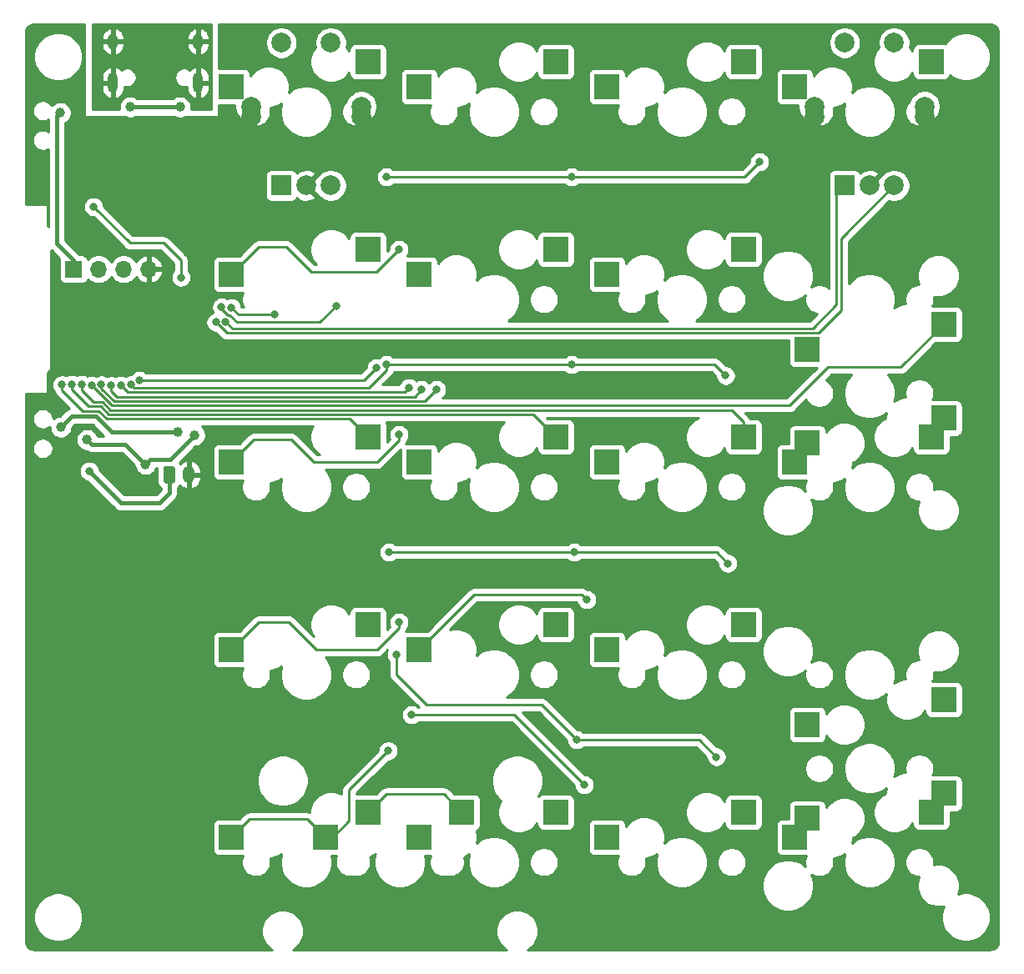
<source format=gbr>
%TF.GenerationSoftware,KiCad,Pcbnew,(5.1.9)-1*%
%TF.CreationDate,2021-08-24T14:53:50+02:00*%
%TF.ProjectId,unWired refernce,756e5769-7265-4642-9072-656665726e63,rev?*%
%TF.SameCoordinates,Original*%
%TF.FileFunction,Copper,L2,Bot*%
%TF.FilePolarity,Positive*%
%FSLAX46Y46*%
G04 Gerber Fmt 4.6, Leading zero omitted, Abs format (unit mm)*
G04 Created by KiCad (PCBNEW (5.1.9)-1) date 2021-08-24 14:53:50*
%MOMM*%
%LPD*%
G01*
G04 APERTURE LIST*
%TA.AperFunction,ComponentPad*%
%ADD10O,1.700000X1.700000*%
%TD*%
%TA.AperFunction,ComponentPad*%
%ADD11R,1.700000X1.700000*%
%TD*%
%TA.AperFunction,ComponentPad*%
%ADD12C,2.000000*%
%TD*%
%TA.AperFunction,WasherPad*%
%ADD13C,2.000000*%
%TD*%
%TA.AperFunction,ComponentPad*%
%ADD14R,2.000000X2.000000*%
%TD*%
%TA.AperFunction,ComponentPad*%
%ADD15O,1.200000X1.750000*%
%TD*%
%TA.AperFunction,SMDPad,CuDef*%
%ADD16R,2.550000X2.500000*%
%TD*%
%TA.AperFunction,ComponentPad*%
%ADD17O,1.000000X2.100000*%
%TD*%
%TA.AperFunction,ComponentPad*%
%ADD18O,1.000000X1.600000*%
%TD*%
%TA.AperFunction,ViaPad*%
%ADD19C,1.000000*%
%TD*%
%TA.AperFunction,ViaPad*%
%ADD20C,0.800000*%
%TD*%
%TA.AperFunction,Conductor*%
%ADD21C,0.450000*%
%TD*%
%TA.AperFunction,Conductor*%
%ADD22C,0.250000*%
%TD*%
%TA.AperFunction,Conductor*%
%ADD23C,0.254000*%
%TD*%
%TA.AperFunction,Conductor*%
%ADD24C,0.100000*%
%TD*%
G04 APERTURE END LIST*
D10*
%TO.P,J3,4*%
%TO.N,GND*%
X50540000Y-65250000D03*
%TO.P,J3,3*%
%TO.N,SWDCLK*%
X48000000Y-65250000D03*
%TO.P,J3,2*%
%TO.N,SWDIO*%
X45460000Y-65250000D03*
D11*
%TO.P,J3,1*%
%TO.N,VDD_nRF*%
X42920000Y-65250000D03*
%TD*%
D12*
%TO.P,ENC2,MP*%
%TO.N,GND*%
X129250000Y-49790000D03*
D13*
%TO.P,ENC2,*%
%TO.N,*%
X129250000Y-48710000D03*
X118050000Y-48710000D03*
D14*
%TO.P,ENC2,A*%
%TO.N,Enc_1_A*%
X121150000Y-56750000D03*
D12*
%TO.P,ENC2,C*%
%TO.N,GND*%
X123650000Y-56750000D03*
%TO.P,ENC2,B*%
%TO.N,Enc_1_B*%
X126150000Y-56750000D03*
%TO.P,ENC2,S2*%
%TO.N,Enc_1*%
X121150000Y-42250000D03*
%TO.P,ENC2,S1*%
%TO.N,Col_3*%
X126150000Y-42250000D03*
%TO.P,ENC2,MP*%
%TO.N,GND*%
X118050000Y-49790000D03*
%TD*%
%TO.P,ENC1,MP*%
%TO.N,GND*%
X72100000Y-49790000D03*
D13*
%TO.P,ENC1,*%
%TO.N,*%
X72100000Y-48710000D03*
X60900000Y-48710000D03*
D14*
%TO.P,ENC1,A*%
%TO.N,Enc_0_A*%
X64000000Y-56750000D03*
D12*
%TO.P,ENC1,C*%
%TO.N,GND*%
X66500000Y-56750000D03*
%TO.P,ENC1,B*%
%TO.N,Enc_0_B*%
X69000000Y-56750000D03*
%TO.P,ENC1,S2*%
%TO.N,Enc_0*%
X64000000Y-42250000D03*
%TO.P,ENC1,S1*%
%TO.N,Col_0*%
X69000000Y-42250000D03*
%TO.P,ENC1,MP*%
%TO.N,GND*%
X60900000Y-49790000D03*
%TD*%
D15*
%TO.P,J2,2*%
%TO.N,GND*%
X54630000Y-86110000D03*
%TO.P,J2,1*%
%TO.N,VBAT*%
%TA.AperFunction,ComponentPad*%
G36*
G01*
X52030000Y-86735001D02*
X52030000Y-85484999D01*
G75*
G02*
X52279999Y-85235000I249999J0D01*
G01*
X52980001Y-85235000D01*
G75*
G02*
X53230000Y-85484999I0J-249999D01*
G01*
X53230000Y-86735001D01*
G75*
G02*
X52980001Y-86985000I-249999J0D01*
G01*
X52279999Y-86985000D01*
G75*
G02*
X52030000Y-86735001I0J249999D01*
G01*
G37*
%TD.AperFunction*%
%TD*%
D16*
%TO.P,SW20,2*%
%TO.N,Alt_Enter*%
X116090000Y-122910000D03*
%TO.P,SW20,1*%
%TO.N,Col_3*%
X129940000Y-120370000D03*
%TD*%
%TO.P,SW19,2*%
%TO.N,Net-(D19-Pad2)*%
X97040000Y-122910000D03*
%TO.P,SW19,1*%
%TO.N,Col_2*%
X110890000Y-120370000D03*
%TD*%
%TO.P,SW18,2*%
%TO.N,Net-(D18-Pad2)*%
X77990000Y-122910000D03*
%TO.P,SW18,1*%
%TO.N,Col_1*%
X91840000Y-120370000D03*
%TD*%
%TO.P,SW17,2*%
%TO.N,Alt_0*%
X58940000Y-122910000D03*
%TO.P,SW17,1*%
%TO.N,Col_0*%
X72790000Y-120370000D03*
%TD*%
%TO.P,SW23,2*%
%TO.N,Alt_0*%
X68465000Y-122910000D03*
%TO.P,SW23,1*%
%TO.N,Col_0*%
X82315000Y-120370000D03*
%TD*%
%TO.P,SW22,2*%
%TO.N,Col_3*%
X131210000Y-118465000D03*
%TO.P,SW22,1*%
%TO.N,Alt_Enter*%
X117360000Y-121005000D03*
%TD*%
%TO.P,SW16,1*%
%TO.N,Net-(D16-Pad2)*%
X117360000Y-111480000D03*
%TO.P,SW16,2*%
%TO.N,Col_3*%
X131210000Y-108940000D03*
%TD*%
%TO.P,SW15,2*%
%TO.N,Net-(D15-Pad2)*%
X97040000Y-103860000D03*
%TO.P,SW15,1*%
%TO.N,Col_2*%
X110890000Y-101320000D03*
%TD*%
%TO.P,SW14,2*%
%TO.N,Net-(D14-Pad2)*%
X77990000Y-103860000D03*
%TO.P,SW14,1*%
%TO.N,Col_1*%
X91840000Y-101320000D03*
%TD*%
%TO.P,SW13,2*%
%TO.N,Net-(D13-Pad2)*%
X58940000Y-103860000D03*
%TO.P,SW13,1*%
%TO.N,Col_0*%
X72790000Y-101320000D03*
%TD*%
%TO.P,SW21,2*%
%TO.N,Col_3*%
X131210000Y-80365000D03*
%TO.P,SW21,1*%
%TO.N,Alt_Plus*%
X117360000Y-82905000D03*
%TD*%
%TO.P,SW12,2*%
%TO.N,Alt_Plus*%
X116090000Y-84810000D03*
%TO.P,SW12,1*%
%TO.N,Col_3*%
X129940000Y-82270000D03*
%TD*%
%TO.P,SW11,2*%
%TO.N,Net-(D11-Pad2)*%
X97040000Y-84810000D03*
%TO.P,SW11,1*%
%TO.N,Col_2*%
X110890000Y-82270000D03*
%TD*%
%TO.P,SW10,2*%
%TO.N,Net-(D10-Pad2)*%
X77990000Y-84810000D03*
%TO.P,SW10,1*%
%TO.N,Col_1*%
X91840000Y-82270000D03*
%TD*%
%TO.P,SW9,2*%
%TO.N,Net-(D9-Pad2)*%
X58940000Y-84810000D03*
%TO.P,SW9,1*%
%TO.N,Col_0*%
X72790000Y-82270000D03*
%TD*%
%TO.P,SW8,2*%
%TO.N,Col_3*%
X131210000Y-70840000D03*
%TO.P,SW8,1*%
%TO.N,Net-(D8-Pad2)*%
X117360000Y-73380000D03*
%TD*%
%TO.P,SW7,2*%
%TO.N,Net-(D7-Pad2)*%
X97040000Y-65760000D03*
%TO.P,SW7,1*%
%TO.N,Col_2*%
X110890000Y-63220000D03*
%TD*%
%TO.P,SW6,2*%
%TO.N,Net-(D6-Pad2)*%
X77990000Y-65760000D03*
%TO.P,SW6,1*%
%TO.N,Col_1*%
X91840000Y-63220000D03*
%TD*%
%TO.P,SW5,2*%
%TO.N,Net-(D5-Pad2)*%
X58940000Y-65760000D03*
%TO.P,SW5,1*%
%TO.N,Col_0*%
X72790000Y-63220000D03*
%TD*%
%TO.P,SW4,2*%
%TO.N,Enc_1*%
X116090000Y-46710000D03*
%TO.P,SW4,1*%
%TO.N,Col_3*%
X129940000Y-44170000D03*
%TD*%
%TO.P,SW3,2*%
%TO.N,Net-(D3-Pad2)*%
X97040000Y-46710000D03*
%TO.P,SW3,1*%
%TO.N,Col_2*%
X110890000Y-44170000D03*
%TD*%
%TO.P,SW2,2*%
%TO.N,Net-(D2-Pad2)*%
X77990000Y-46710000D03*
%TO.P,SW2,1*%
%TO.N,Col_1*%
X91840000Y-44170000D03*
%TD*%
%TO.P,SW1,2*%
%TO.N,Enc_0*%
X58940000Y-46710000D03*
%TO.P,SW1,1*%
%TO.N,Col_0*%
X72790000Y-44170000D03*
%TD*%
D17*
%TO.P,J1,S1*%
%TO.N,GNDPWR*%
X46910000Y-46300000D03*
X55550000Y-46300000D03*
D18*
X55550000Y-42120000D03*
X46910000Y-42120000D03*
%TD*%
D19*
%TO.N,GND*%
X48840000Y-56400000D03*
X39710000Y-86960000D03*
D20*
X54150000Y-53320000D03*
X48920000Y-53670000D03*
X116280000Y-51710000D03*
D19*
X56960000Y-50410000D03*
D20*
X50340000Y-57890000D03*
X52110000Y-59520000D03*
D19*
X61380000Y-73680000D03*
X58660000Y-59880000D03*
X46780000Y-50430000D03*
X55220000Y-75290000D03*
X54410000Y-57340000D03*
X59630000Y-62550000D03*
X56670000Y-58060000D03*
X55360000Y-61230000D03*
D20*
X50170000Y-68730000D03*
X43350000Y-70340000D03*
D19*
%TO.N,VBUS*%
X44280004Y-82540000D03*
X50220000Y-85070000D03*
X55195000Y-82085000D03*
D20*
%TO.N,RESET*%
X53818000Y-66070000D03*
X44942000Y-58890948D03*
%TO.N,GND*%
X44930000Y-52930000D03*
X40060000Y-50640000D03*
D19*
%TO.N,VDD_nRF*%
X41570000Y-49360000D03*
D20*
%TO.N,VBAT*%
X44500010Y-85739990D03*
%TO.N,Col_3*%
X131210000Y-70840000D03*
X131210000Y-80365000D03*
X129940000Y-82270000D03*
X131210000Y-108940000D03*
X131210000Y-118465000D03*
X129940000Y-120370000D03*
X129940000Y-44170000D03*
X44726558Y-77012153D03*
%TO.N,Col_2*%
X110890000Y-82270000D03*
X110890000Y-63220000D03*
X110890000Y-44170000D03*
X110890000Y-101320000D03*
X110890000Y-120370000D03*
X43728284Y-76953219D03*
%TO.N,Col_1*%
X91840000Y-82270000D03*
X91840000Y-63220000D03*
X91840000Y-44170000D03*
X91840000Y-101320000D03*
X91840000Y-120370000D03*
X42728613Y-76927112D03*
%TO.N,Col_0*%
X72790000Y-82270000D03*
X72790000Y-63220000D03*
X72790000Y-44170000D03*
X72790000Y-101320000D03*
X72790000Y-120370000D03*
X82315000Y-120370000D03*
X41730000Y-76980000D03*
%TO.N,Row_4*%
X94741996Y-117602000D03*
X77216000Y-110490000D03*
X79756000Y-77470000D03*
X45725962Y-76977300D03*
%TO.N,Row_3*%
X93980000Y-113030000D03*
X75692000Y-104394000D03*
X78232000Y-77470000D03*
X108140000Y-114750000D03*
X46723010Y-77054234D03*
%TO.N,Row_2*%
X93726000Y-93980000D03*
X74930000Y-93980000D03*
X76962000Y-77273980D03*
X109290000Y-95110000D03*
X47722909Y-77039244D03*
%TO.N,Row_1*%
X93472000Y-74930000D03*
X74676000Y-74930000D03*
X109060000Y-76040000D03*
X48721287Y-76982112D03*
%TO.N,Row_0*%
X93472000Y-55880000D03*
X74676000Y-55880000D03*
X112522000Y-54356000D03*
X73623010Y-75261665D03*
X49608749Y-76521206D03*
%TO.N,Enc_0_A*%
X63350000Y-69850000D03*
X58930000Y-69140000D03*
%TO.N,Enc_0_B*%
X69540000Y-68960000D03*
X57931626Y-69082791D03*
%TO.N,Enc_1_A*%
X58348907Y-70561521D03*
%TO.N,Enc_1_B*%
X57351084Y-70627643D03*
%TO.N,Enc_0*%
X58940000Y-46710000D03*
%TO.N,Net-(D6-Pad2)*%
X77990000Y-65760000D03*
%TO.N,Net-(D7-Pad2)*%
X97040000Y-65760000D03*
%TO.N,Enc_1*%
X116090000Y-46710000D03*
%TO.N,Net-(D9-Pad2)*%
X75946000Y-82042000D03*
X58940000Y-84810000D03*
%TO.N,Net-(D10-Pad2)*%
X77990000Y-84810000D03*
%TO.N,Net-(D11-Pad2)*%
X97040000Y-84810000D03*
%TO.N,Net-(D13-Pad2)*%
X75946000Y-101092000D03*
X58940000Y-103860000D03*
%TO.N,Net-(D14-Pad2)*%
X94996000Y-98806000D03*
X77990000Y-103860000D03*
%TO.N,Net-(D15-Pad2)*%
X97040000Y-103860000D03*
%TO.N,Alt_Plus*%
X116090000Y-84810000D03*
X117360000Y-82905000D03*
%TO.N,Net-(D18-Pad2)*%
X77990000Y-122910000D03*
%TO.N,Net-(D19-Pad2)*%
X97040000Y-122910000D03*
%TO.N,Alt_0*%
X68465000Y-122910000D03*
X58940000Y-122910000D03*
X74840000Y-114136000D03*
%TO.N,Alt_Enter*%
X117360000Y-121005000D03*
X116090000Y-122910000D03*
%TO.N,Net-(D2-Pad2)*%
X77990000Y-46710000D03*
%TO.N,Net-(D3-Pad2)*%
X97040000Y-46710000D03*
%TO.N,Net-(D5-Pad2)*%
X75946000Y-63246000D03*
X58940000Y-65760000D03*
%TO.N,Net-(D8-Pad2)*%
X117360000Y-73380000D03*
%TO.N,Net-(D16-Pad2)*%
X117360000Y-111480000D03*
D19*
%TO.N,V_BUS*%
X53721000Y-48768000D03*
X48654990Y-48775380D03*
%TO.N,V_BAT*%
X41629988Y-81280000D03*
X53490000Y-81788000D03*
%TD*%
D21*
%TO.N,VBUS*%
X52709999Y-84570001D02*
X55195000Y-82085000D01*
X50719999Y-84570001D02*
X52709999Y-84570001D01*
X50220000Y-85070000D02*
X50719999Y-84570001D01*
X44760004Y-83020000D02*
X44280004Y-82540000D01*
X48170000Y-83020000D02*
X44760004Y-83020000D01*
X50220000Y-85070000D02*
X48170000Y-83020000D01*
D22*
%TO.N,RESET*%
X48631052Y-62580000D02*
X44942000Y-58890948D01*
X52039000Y-62580000D02*
X48631052Y-62580000D01*
X53818000Y-64359000D02*
X52039000Y-62580000D01*
X53818000Y-66070000D02*
X53818000Y-64359000D01*
D21*
%TO.N,VDD_nRF*%
X42920000Y-64350000D02*
X42920000Y-65250000D01*
X41240000Y-62670000D02*
X42920000Y-64350000D01*
X41240000Y-53350000D02*
X41240000Y-62670000D01*
X41240000Y-49690000D02*
X41570000Y-49360000D01*
X41240000Y-53350000D02*
X41240000Y-49690000D01*
%TO.N,VBAT*%
X47750020Y-88990000D02*
X44500010Y-85739990D01*
X51610000Y-88990000D02*
X47750020Y-88990000D01*
X52630000Y-87970000D02*
X51610000Y-88990000D01*
X52630000Y-86110000D02*
X52630000Y-87970000D01*
D22*
%TO.N,Col_3*%
X131210000Y-81000000D02*
X129940000Y-82270000D01*
X131210000Y-80365000D02*
X131210000Y-81000000D01*
X131210000Y-119100000D02*
X129940000Y-120370000D01*
X131210000Y-118465000D02*
X131210000Y-119100000D01*
X46841033Y-79094966D02*
X46031023Y-78284955D01*
X131210000Y-70840000D02*
X126844999Y-75205001D01*
X126844999Y-75205001D02*
X119449665Y-75205001D01*
X115559700Y-79094966D02*
X46841033Y-79094966D01*
X45999360Y-78284955D02*
X44726558Y-77012153D01*
X119449665Y-75205001D02*
X115559700Y-79094966D01*
X46031023Y-78284955D02*
X45999360Y-78284955D01*
%TO.N,Col_2*%
X110890000Y-80770000D02*
X109664977Y-79544977D01*
X110890000Y-82270000D02*
X110890000Y-80770000D01*
X43728284Y-77518904D02*
X43728284Y-76953219D01*
X44944346Y-78734966D02*
X43728284Y-77518904D01*
X45844623Y-78734966D02*
X44944346Y-78734966D01*
X46654633Y-79544977D02*
X45844623Y-78734966D01*
X109664977Y-79544977D02*
X46654633Y-79544977D01*
%TO.N,Col_1*%
X91840000Y-82270000D02*
X89564988Y-79994988D01*
X44420793Y-79184977D02*
X42728613Y-77492797D01*
X45658223Y-79184977D02*
X44420793Y-79184977D01*
X46468234Y-79994988D02*
X45658223Y-79184977D01*
X89564988Y-79994988D02*
X46468234Y-79994988D01*
X42728613Y-77492797D02*
X42728613Y-76927112D01*
%TO.N,Col_0*%
X80489999Y-118544999D02*
X82315000Y-120370000D01*
X74615001Y-118544999D02*
X80489999Y-118544999D01*
X72790000Y-120370000D02*
X74615001Y-118544999D01*
X72790000Y-82270000D02*
X70964999Y-80444999D01*
X41730000Y-77545685D02*
X41730000Y-76980000D01*
X43819303Y-79634988D02*
X41730000Y-77545685D01*
X45471823Y-79634988D02*
X43819303Y-79634988D01*
X46281834Y-80444999D02*
X45471823Y-79634988D01*
X70964999Y-80444999D02*
X46281834Y-80444999D01*
%TO.N,Row_4*%
X87629996Y-110490000D02*
X77216000Y-110490000D01*
X94741996Y-117602000D02*
X87629996Y-110490000D01*
X78581045Y-78644955D02*
X47027433Y-78644955D01*
X47027433Y-78644955D02*
X45725962Y-77343484D01*
X79756000Y-77470000D02*
X78581045Y-78644955D01*
X45725962Y-77343484D02*
X45725962Y-76977300D01*
%TO.N,Row_3*%
X90424000Y-109474000D02*
X93980000Y-113030000D01*
X75692000Y-106426000D02*
X78740000Y-109474000D01*
X78740000Y-109474000D02*
X90424000Y-109474000D01*
X75692000Y-104394000D02*
X75692000Y-106426000D01*
X93980000Y-113030000D02*
X106420000Y-113030000D01*
X106420000Y-113030000D02*
X108140000Y-114750000D01*
X77507056Y-78194944D02*
X47298035Y-78194944D01*
X46723010Y-77619919D02*
X46723010Y-77054234D01*
X47298035Y-78194944D02*
X46723010Y-77619919D01*
X78232000Y-77470000D02*
X77507056Y-78194944D01*
%TO.N,Row_2*%
X93726000Y-93980000D02*
X74930000Y-93980000D01*
X93726000Y-93980000D02*
X108160000Y-93980000D01*
X108160000Y-93980000D02*
X109290000Y-95110000D01*
X76491047Y-77744933D02*
X48428598Y-77744933D01*
X76962000Y-77273980D02*
X76491047Y-77744933D01*
X48428598Y-77744933D02*
X47722909Y-77039244D01*
%TO.N,Row_1*%
X93472000Y-74930000D02*
X74676000Y-74930000D01*
X107950000Y-74930000D02*
X109060000Y-76040000D01*
X93472000Y-74930000D02*
X107950000Y-74930000D01*
X49034097Y-77294922D02*
X48721287Y-76982112D01*
X72876763Y-77294922D02*
X49034097Y-77294922D01*
X74676000Y-75495685D02*
X72876763Y-77294922D01*
X74676000Y-74930000D02*
X74676000Y-75495685D01*
%TO.N,Row_0*%
X93472000Y-55880000D02*
X74676000Y-55880000D01*
X110998000Y-55880000D02*
X93472000Y-55880000D01*
X112522000Y-54356000D02*
X110998000Y-55880000D01*
X73623010Y-75261665D02*
X72363469Y-76521206D01*
X72363469Y-76521206D02*
X49608749Y-76521206D01*
%TO.N,Enc_0_A*%
X59640000Y-69850000D02*
X58930000Y-69140000D01*
X63350000Y-69850000D02*
X59640000Y-69850000D01*
%TO.N,Enc_0_B*%
X69540000Y-68960000D02*
X67881099Y-70618901D01*
X59522429Y-70618901D02*
X58778530Y-69875002D01*
X58778530Y-69875002D02*
X58581998Y-69875002D01*
X58581998Y-69875002D02*
X57931626Y-69224630D01*
X67881099Y-70618901D02*
X59522429Y-70618901D01*
X57931626Y-69224630D02*
X57931626Y-69082791D01*
%TO.N,Enc_1_A*%
X120329989Y-68840011D02*
X117899989Y-71270011D01*
X117899989Y-71270011D02*
X59057397Y-71270011D01*
X59057397Y-71270011D02*
X58348907Y-70561521D01*
X121150000Y-56750000D02*
X120329989Y-57570011D01*
X120329989Y-57570011D02*
X120329989Y-68840011D01*
%TO.N,Enc_1_B*%
X120780000Y-62120000D02*
X120780000Y-69426411D01*
X126150000Y-56750000D02*
X120780000Y-62120000D01*
X118486389Y-71720022D02*
X58443463Y-71720022D01*
X120780000Y-69426411D02*
X118486389Y-71720022D01*
X58443463Y-71720022D02*
X57351084Y-70627643D01*
%TO.N,Net-(D9-Pad2)*%
X61200000Y-82550000D02*
X58940000Y-84810000D01*
X65024000Y-82550000D02*
X61200000Y-82550000D01*
X73717685Y-84836000D02*
X67310000Y-84836000D01*
X67310000Y-84836000D02*
X65024000Y-82550000D01*
X75946000Y-82607685D02*
X73717685Y-84836000D01*
X75946000Y-82042000D02*
X75946000Y-82607685D01*
%TO.N,Net-(D13-Pad2)*%
X75946000Y-101657685D02*
X73717685Y-103886000D01*
X75946000Y-101092000D02*
X75946000Y-101657685D01*
X73717685Y-103886000D02*
X67564000Y-103886000D01*
X67564000Y-103886000D02*
X64770000Y-101092000D01*
X61708000Y-101092000D02*
X58940000Y-103860000D01*
X64770000Y-101092000D02*
X61708000Y-101092000D01*
%TO.N,Net-(D14-Pad2)*%
X94996000Y-98806000D02*
X94488000Y-98298000D01*
X83552000Y-98298000D02*
X77990000Y-103860000D01*
X94488000Y-98298000D02*
X83552000Y-98298000D01*
%TO.N,Alt_Plus*%
X116090000Y-84175000D02*
X117360000Y-82905000D01*
X116090000Y-84810000D02*
X116090000Y-84175000D01*
%TO.N,Alt_0*%
X60765001Y-121084999D02*
X58940000Y-122910000D01*
X66639999Y-121084999D02*
X60765001Y-121084999D01*
X68465000Y-122910000D02*
X66639999Y-121084999D01*
X68465000Y-122910000D02*
X69201002Y-122910000D01*
X70865001Y-121246001D02*
X70865001Y-118110999D01*
X69201002Y-122910000D02*
X70865001Y-121246001D01*
X70865001Y-118110999D02*
X74840000Y-114136000D01*
%TO.N,Alt_Enter*%
X116090000Y-122275000D02*
X117360000Y-121005000D01*
X117360000Y-121640000D02*
X116090000Y-122910000D01*
X117360000Y-121005000D02*
X117360000Y-121640000D01*
%TO.N,Net-(D5-Pad2)*%
X61708000Y-62992000D02*
X58940000Y-65760000D01*
X64516000Y-62992000D02*
X61708000Y-62992000D01*
X67056000Y-65532000D02*
X64516000Y-62992000D01*
X73660000Y-65532000D02*
X67056000Y-65532000D01*
X75946000Y-63246000D02*
X73660000Y-65532000D01*
D21*
%TO.N,V_BUS*%
X53721000Y-48768000D02*
X48662370Y-48768000D01*
X48662370Y-48768000D02*
X48654990Y-48775380D01*
%TO.N,V_BAT*%
X46817002Y-81788000D02*
X53490000Y-81788000D01*
X45214001Y-80184999D02*
X46817002Y-81788000D01*
X41629988Y-81280000D02*
X42724989Y-80184999D01*
X42724989Y-80184999D02*
X45214001Y-80184999D01*
%TD*%
D23*
%TO.N,GNDPWR*%
X56873000Y-48973000D02*
X54837459Y-48973000D01*
X54856000Y-48879788D01*
X54856000Y-48656212D01*
X54812383Y-48436933D01*
X54726824Y-48230376D01*
X54602612Y-48044480D01*
X54444520Y-47886388D01*
X54258624Y-47762176D01*
X54052067Y-47676617D01*
X53832788Y-47633000D01*
X53609212Y-47633000D01*
X53389933Y-47676617D01*
X53183376Y-47762176D01*
X52997480Y-47886388D01*
X52975868Y-47908000D01*
X49392742Y-47908000D01*
X49378510Y-47893768D01*
X49192614Y-47769556D01*
X48986057Y-47683997D01*
X48766778Y-47640380D01*
X48543202Y-47640380D01*
X48323923Y-47683997D01*
X48117366Y-47769556D01*
X47931470Y-47893768D01*
X47773378Y-48051860D01*
X47649166Y-48237756D01*
X47563607Y-48444313D01*
X47519990Y-48663592D01*
X47519990Y-48887168D01*
X47537063Y-48973000D01*
X44827000Y-48973000D01*
X44827000Y-46427000D01*
X45775000Y-46427000D01*
X45775000Y-46977000D01*
X45821585Y-47195987D01*
X45909997Y-47401678D01*
X46036839Y-47586169D01*
X46197236Y-47742369D01*
X46385024Y-47864276D01*
X46608126Y-47944119D01*
X46783000Y-47817954D01*
X46783000Y-46427000D01*
X45775000Y-46427000D01*
X44827000Y-46427000D01*
X44827000Y-45623000D01*
X45775000Y-45623000D01*
X45775000Y-46173000D01*
X46783000Y-46173000D01*
X46783000Y-44782046D01*
X47037000Y-44782046D01*
X47037000Y-46173000D01*
X47057000Y-46173000D01*
X47057000Y-46427000D01*
X47037000Y-46427000D01*
X47037000Y-47817954D01*
X47211874Y-47944119D01*
X47434976Y-47864276D01*
X47622764Y-47742369D01*
X47783161Y-47586169D01*
X47910003Y-47401678D01*
X47998415Y-47195987D01*
X48045000Y-46977000D01*
X48045000Y-46686904D01*
X48059978Y-46693108D01*
X48245448Y-46730000D01*
X48434552Y-46730000D01*
X48620022Y-46693108D01*
X48794731Y-46620741D01*
X48951964Y-46515681D01*
X49085681Y-46381964D01*
X49190741Y-46224731D01*
X49263108Y-46050022D01*
X49300000Y-45864552D01*
X49300000Y-45675448D01*
X53160000Y-45675448D01*
X53160000Y-45864552D01*
X53196892Y-46050022D01*
X53269259Y-46224731D01*
X53374319Y-46381964D01*
X53508036Y-46515681D01*
X53665269Y-46620741D01*
X53839978Y-46693108D01*
X54025448Y-46730000D01*
X54214552Y-46730000D01*
X54400022Y-46693108D01*
X54415000Y-46686904D01*
X54415000Y-46977000D01*
X54461585Y-47195987D01*
X54549997Y-47401678D01*
X54676839Y-47586169D01*
X54837236Y-47742369D01*
X55025024Y-47864276D01*
X55248126Y-47944119D01*
X55423000Y-47817954D01*
X55423000Y-46427000D01*
X55677000Y-46427000D01*
X55677000Y-47817954D01*
X55851874Y-47944119D01*
X56074976Y-47864276D01*
X56262764Y-47742369D01*
X56423161Y-47586169D01*
X56550003Y-47401678D01*
X56638415Y-47195987D01*
X56685000Y-46977000D01*
X56685000Y-46427000D01*
X55677000Y-46427000D01*
X55423000Y-46427000D01*
X55403000Y-46427000D01*
X55403000Y-46173000D01*
X55423000Y-46173000D01*
X55423000Y-44782046D01*
X55677000Y-44782046D01*
X55677000Y-46173000D01*
X56685000Y-46173000D01*
X56685000Y-45623000D01*
X56638415Y-45404013D01*
X56550003Y-45198322D01*
X56423161Y-45013831D01*
X56262764Y-44857631D01*
X56074976Y-44735724D01*
X55851874Y-44655881D01*
X55677000Y-44782046D01*
X55423000Y-44782046D01*
X55248126Y-44655881D01*
X55025024Y-44735724D01*
X54837236Y-44857631D01*
X54692884Y-44998206D01*
X54574731Y-44919259D01*
X54400022Y-44846892D01*
X54214552Y-44810000D01*
X54025448Y-44810000D01*
X53839978Y-44846892D01*
X53665269Y-44919259D01*
X53508036Y-45024319D01*
X53374319Y-45158036D01*
X53269259Y-45315269D01*
X53196892Y-45489978D01*
X53160000Y-45675448D01*
X49300000Y-45675448D01*
X49263108Y-45489978D01*
X49190741Y-45315269D01*
X49085681Y-45158036D01*
X48951964Y-45024319D01*
X48794731Y-44919259D01*
X48620022Y-44846892D01*
X48434552Y-44810000D01*
X48245448Y-44810000D01*
X48059978Y-44846892D01*
X47885269Y-44919259D01*
X47767116Y-44998206D01*
X47622764Y-44857631D01*
X47434976Y-44735724D01*
X47211874Y-44655881D01*
X47037000Y-44782046D01*
X46783000Y-44782046D01*
X46608126Y-44655881D01*
X46385024Y-44735724D01*
X46197236Y-44857631D01*
X46036839Y-45013831D01*
X45909997Y-45198322D01*
X45821585Y-45404013D01*
X45775000Y-45623000D01*
X44827000Y-45623000D01*
X44827000Y-42247000D01*
X45775000Y-42247000D01*
X45775000Y-42547000D01*
X45821585Y-42765987D01*
X45909997Y-42971678D01*
X46036839Y-43156169D01*
X46197236Y-43312369D01*
X46385024Y-43434276D01*
X46608126Y-43514119D01*
X46783000Y-43387954D01*
X46783000Y-42247000D01*
X47037000Y-42247000D01*
X47037000Y-43387954D01*
X47211874Y-43514119D01*
X47434976Y-43434276D01*
X47622764Y-43312369D01*
X47783161Y-43156169D01*
X47910003Y-42971678D01*
X47998415Y-42765987D01*
X48045000Y-42547000D01*
X48045000Y-42247000D01*
X54415000Y-42247000D01*
X54415000Y-42547000D01*
X54461585Y-42765987D01*
X54549997Y-42971678D01*
X54676839Y-43156169D01*
X54837236Y-43312369D01*
X55025024Y-43434276D01*
X55248126Y-43514119D01*
X55423000Y-43387954D01*
X55423000Y-42247000D01*
X55677000Y-42247000D01*
X55677000Y-43387954D01*
X55851874Y-43514119D01*
X56074976Y-43434276D01*
X56262764Y-43312369D01*
X56423161Y-43156169D01*
X56550003Y-42971678D01*
X56638415Y-42765987D01*
X56685000Y-42547000D01*
X56685000Y-42247000D01*
X55677000Y-42247000D01*
X55423000Y-42247000D01*
X54415000Y-42247000D01*
X48045000Y-42247000D01*
X47037000Y-42247000D01*
X46783000Y-42247000D01*
X45775000Y-42247000D01*
X44827000Y-42247000D01*
X44827000Y-41693000D01*
X45775000Y-41693000D01*
X45775000Y-41993000D01*
X46783000Y-41993000D01*
X46783000Y-40852046D01*
X47037000Y-40852046D01*
X47037000Y-41993000D01*
X48045000Y-41993000D01*
X48045000Y-41693000D01*
X54415000Y-41693000D01*
X54415000Y-41993000D01*
X55423000Y-41993000D01*
X55423000Y-40852046D01*
X55677000Y-40852046D01*
X55677000Y-41993000D01*
X56685000Y-41993000D01*
X56685000Y-41693000D01*
X56638415Y-41474013D01*
X56550003Y-41268322D01*
X56423161Y-41083831D01*
X56262764Y-40927631D01*
X56074976Y-40805724D01*
X55851874Y-40725881D01*
X55677000Y-40852046D01*
X55423000Y-40852046D01*
X55248126Y-40725881D01*
X55025024Y-40805724D01*
X54837236Y-40927631D01*
X54676839Y-41083831D01*
X54549997Y-41268322D01*
X54461585Y-41474013D01*
X54415000Y-41693000D01*
X48045000Y-41693000D01*
X47998415Y-41474013D01*
X47910003Y-41268322D01*
X47783161Y-41083831D01*
X47622764Y-40927631D01*
X47434976Y-40805724D01*
X47211874Y-40725881D01*
X47037000Y-40852046D01*
X46783000Y-40852046D01*
X46608126Y-40725881D01*
X46385024Y-40805724D01*
X46197236Y-40927631D01*
X46036839Y-41083831D01*
X45909997Y-41268322D01*
X45821585Y-41474013D01*
X45775000Y-41693000D01*
X44827000Y-41693000D01*
X44827000Y-40379711D01*
X56873000Y-40379127D01*
X56873000Y-48973000D01*
%TA.AperFunction,Conductor*%
D24*
G36*
X56873000Y-48973000D02*
G01*
X54837459Y-48973000D01*
X54856000Y-48879788D01*
X54856000Y-48656212D01*
X54812383Y-48436933D01*
X54726824Y-48230376D01*
X54602612Y-48044480D01*
X54444520Y-47886388D01*
X54258624Y-47762176D01*
X54052067Y-47676617D01*
X53832788Y-47633000D01*
X53609212Y-47633000D01*
X53389933Y-47676617D01*
X53183376Y-47762176D01*
X52997480Y-47886388D01*
X52975868Y-47908000D01*
X49392742Y-47908000D01*
X49378510Y-47893768D01*
X49192614Y-47769556D01*
X48986057Y-47683997D01*
X48766778Y-47640380D01*
X48543202Y-47640380D01*
X48323923Y-47683997D01*
X48117366Y-47769556D01*
X47931470Y-47893768D01*
X47773378Y-48051860D01*
X47649166Y-48237756D01*
X47563607Y-48444313D01*
X47519990Y-48663592D01*
X47519990Y-48887168D01*
X47537063Y-48973000D01*
X44827000Y-48973000D01*
X44827000Y-46427000D01*
X45775000Y-46427000D01*
X45775000Y-46977000D01*
X45821585Y-47195987D01*
X45909997Y-47401678D01*
X46036839Y-47586169D01*
X46197236Y-47742369D01*
X46385024Y-47864276D01*
X46608126Y-47944119D01*
X46783000Y-47817954D01*
X46783000Y-46427000D01*
X45775000Y-46427000D01*
X44827000Y-46427000D01*
X44827000Y-45623000D01*
X45775000Y-45623000D01*
X45775000Y-46173000D01*
X46783000Y-46173000D01*
X46783000Y-44782046D01*
X47037000Y-44782046D01*
X47037000Y-46173000D01*
X47057000Y-46173000D01*
X47057000Y-46427000D01*
X47037000Y-46427000D01*
X47037000Y-47817954D01*
X47211874Y-47944119D01*
X47434976Y-47864276D01*
X47622764Y-47742369D01*
X47783161Y-47586169D01*
X47910003Y-47401678D01*
X47998415Y-47195987D01*
X48045000Y-46977000D01*
X48045000Y-46686904D01*
X48059978Y-46693108D01*
X48245448Y-46730000D01*
X48434552Y-46730000D01*
X48620022Y-46693108D01*
X48794731Y-46620741D01*
X48951964Y-46515681D01*
X49085681Y-46381964D01*
X49190741Y-46224731D01*
X49263108Y-46050022D01*
X49300000Y-45864552D01*
X49300000Y-45675448D01*
X53160000Y-45675448D01*
X53160000Y-45864552D01*
X53196892Y-46050022D01*
X53269259Y-46224731D01*
X53374319Y-46381964D01*
X53508036Y-46515681D01*
X53665269Y-46620741D01*
X53839978Y-46693108D01*
X54025448Y-46730000D01*
X54214552Y-46730000D01*
X54400022Y-46693108D01*
X54415000Y-46686904D01*
X54415000Y-46977000D01*
X54461585Y-47195987D01*
X54549997Y-47401678D01*
X54676839Y-47586169D01*
X54837236Y-47742369D01*
X55025024Y-47864276D01*
X55248126Y-47944119D01*
X55423000Y-47817954D01*
X55423000Y-46427000D01*
X55677000Y-46427000D01*
X55677000Y-47817954D01*
X55851874Y-47944119D01*
X56074976Y-47864276D01*
X56262764Y-47742369D01*
X56423161Y-47586169D01*
X56550003Y-47401678D01*
X56638415Y-47195987D01*
X56685000Y-46977000D01*
X56685000Y-46427000D01*
X55677000Y-46427000D01*
X55423000Y-46427000D01*
X55403000Y-46427000D01*
X55403000Y-46173000D01*
X55423000Y-46173000D01*
X55423000Y-44782046D01*
X55677000Y-44782046D01*
X55677000Y-46173000D01*
X56685000Y-46173000D01*
X56685000Y-45623000D01*
X56638415Y-45404013D01*
X56550003Y-45198322D01*
X56423161Y-45013831D01*
X56262764Y-44857631D01*
X56074976Y-44735724D01*
X55851874Y-44655881D01*
X55677000Y-44782046D01*
X55423000Y-44782046D01*
X55248126Y-44655881D01*
X55025024Y-44735724D01*
X54837236Y-44857631D01*
X54692884Y-44998206D01*
X54574731Y-44919259D01*
X54400022Y-44846892D01*
X54214552Y-44810000D01*
X54025448Y-44810000D01*
X53839978Y-44846892D01*
X53665269Y-44919259D01*
X53508036Y-45024319D01*
X53374319Y-45158036D01*
X53269259Y-45315269D01*
X53196892Y-45489978D01*
X53160000Y-45675448D01*
X49300000Y-45675448D01*
X49263108Y-45489978D01*
X49190741Y-45315269D01*
X49085681Y-45158036D01*
X48951964Y-45024319D01*
X48794731Y-44919259D01*
X48620022Y-44846892D01*
X48434552Y-44810000D01*
X48245448Y-44810000D01*
X48059978Y-44846892D01*
X47885269Y-44919259D01*
X47767116Y-44998206D01*
X47622764Y-44857631D01*
X47434976Y-44735724D01*
X47211874Y-44655881D01*
X47037000Y-44782046D01*
X46783000Y-44782046D01*
X46608126Y-44655881D01*
X46385024Y-44735724D01*
X46197236Y-44857631D01*
X46036839Y-45013831D01*
X45909997Y-45198322D01*
X45821585Y-45404013D01*
X45775000Y-45623000D01*
X44827000Y-45623000D01*
X44827000Y-42247000D01*
X45775000Y-42247000D01*
X45775000Y-42547000D01*
X45821585Y-42765987D01*
X45909997Y-42971678D01*
X46036839Y-43156169D01*
X46197236Y-43312369D01*
X46385024Y-43434276D01*
X46608126Y-43514119D01*
X46783000Y-43387954D01*
X46783000Y-42247000D01*
X47037000Y-42247000D01*
X47037000Y-43387954D01*
X47211874Y-43514119D01*
X47434976Y-43434276D01*
X47622764Y-43312369D01*
X47783161Y-43156169D01*
X47910003Y-42971678D01*
X47998415Y-42765987D01*
X48045000Y-42547000D01*
X48045000Y-42247000D01*
X54415000Y-42247000D01*
X54415000Y-42547000D01*
X54461585Y-42765987D01*
X54549997Y-42971678D01*
X54676839Y-43156169D01*
X54837236Y-43312369D01*
X55025024Y-43434276D01*
X55248126Y-43514119D01*
X55423000Y-43387954D01*
X55423000Y-42247000D01*
X55677000Y-42247000D01*
X55677000Y-43387954D01*
X55851874Y-43514119D01*
X56074976Y-43434276D01*
X56262764Y-43312369D01*
X56423161Y-43156169D01*
X56550003Y-42971678D01*
X56638415Y-42765987D01*
X56685000Y-42547000D01*
X56685000Y-42247000D01*
X55677000Y-42247000D01*
X55423000Y-42247000D01*
X54415000Y-42247000D01*
X48045000Y-42247000D01*
X47037000Y-42247000D01*
X46783000Y-42247000D01*
X45775000Y-42247000D01*
X44827000Y-42247000D01*
X44827000Y-41693000D01*
X45775000Y-41693000D01*
X45775000Y-41993000D01*
X46783000Y-41993000D01*
X46783000Y-40852046D01*
X47037000Y-40852046D01*
X47037000Y-41993000D01*
X48045000Y-41993000D01*
X48045000Y-41693000D01*
X54415000Y-41693000D01*
X54415000Y-41993000D01*
X55423000Y-41993000D01*
X55423000Y-40852046D01*
X55677000Y-40852046D01*
X55677000Y-41993000D01*
X56685000Y-41993000D01*
X56685000Y-41693000D01*
X56638415Y-41474013D01*
X56550003Y-41268322D01*
X56423161Y-41083831D01*
X56262764Y-40927631D01*
X56074976Y-40805724D01*
X55851874Y-40725881D01*
X55677000Y-40852046D01*
X55423000Y-40852046D01*
X55248126Y-40725881D01*
X55025024Y-40805724D01*
X54837236Y-40927631D01*
X54676839Y-41083831D01*
X54549997Y-41268322D01*
X54461585Y-41474013D01*
X54415000Y-41693000D01*
X48045000Y-41693000D01*
X47998415Y-41474013D01*
X47910003Y-41268322D01*
X47783161Y-41083831D01*
X47622764Y-40927631D01*
X47434976Y-40805724D01*
X47211874Y-40725881D01*
X47037000Y-40852046D01*
X46783000Y-40852046D01*
X46608126Y-40725881D01*
X46385024Y-40805724D01*
X46197236Y-40927631D01*
X46036839Y-41083831D01*
X45909997Y-41268322D01*
X45821585Y-41474013D01*
X45775000Y-41693000D01*
X44827000Y-41693000D01*
X44827000Y-40379711D01*
X56873000Y-40379127D01*
X56873000Y-48973000D01*
G37*
%TD.AperFunction*%
%TD*%
D23*
%TO.N,GND*%
X136060213Y-40393857D02*
X136216643Y-40440532D01*
X136361020Y-40516697D01*
X136487862Y-40619462D01*
X136592322Y-40744900D01*
X136670431Y-40888246D01*
X136719207Y-41044025D01*
X136740000Y-41235853D01*
X136740001Y-133444329D01*
X136721437Y-133640213D01*
X136674762Y-133796645D01*
X136598596Y-133941021D01*
X136495831Y-134067863D01*
X136370394Y-134172322D01*
X136227049Y-134250431D01*
X136071273Y-134299207D01*
X135879441Y-134320000D01*
X88989995Y-134320000D01*
X89301282Y-134112004D01*
X89602004Y-133811282D01*
X89838281Y-133457670D01*
X90001030Y-133064757D01*
X90084000Y-132647643D01*
X90084000Y-132222357D01*
X90001030Y-131805243D01*
X89838281Y-131412330D01*
X89602004Y-131058718D01*
X89301282Y-130757996D01*
X88947670Y-130521719D01*
X88554757Y-130358970D01*
X88137643Y-130276000D01*
X87712357Y-130276000D01*
X87295243Y-130358970D01*
X86902330Y-130521719D01*
X86548718Y-130757996D01*
X86247996Y-131058718D01*
X86011719Y-131412330D01*
X85848970Y-131805243D01*
X85766000Y-132222357D01*
X85766000Y-132647643D01*
X85848970Y-133064757D01*
X86011719Y-133457670D01*
X86247996Y-133811282D01*
X86548718Y-134112004D01*
X86860005Y-134320000D01*
X65189995Y-134320000D01*
X65501282Y-134112004D01*
X65802004Y-133811282D01*
X66038281Y-133457670D01*
X66201030Y-133064757D01*
X66284000Y-132647643D01*
X66284000Y-132222357D01*
X66201030Y-131805243D01*
X66038281Y-131412330D01*
X65802004Y-131058718D01*
X65501282Y-130757996D01*
X65147670Y-130521719D01*
X64754757Y-130358970D01*
X64337643Y-130276000D01*
X63912357Y-130276000D01*
X63495243Y-130358970D01*
X63102330Y-130521719D01*
X62748718Y-130757996D01*
X62447996Y-131058718D01*
X62211719Y-131412330D01*
X62048970Y-131805243D01*
X61966000Y-132222357D01*
X61966000Y-132647643D01*
X62048970Y-133064757D01*
X62211719Y-133457670D01*
X62447996Y-133811282D01*
X62748718Y-134112004D01*
X63060005Y-134320000D01*
X38931207Y-134320000D01*
X38735333Y-134301437D01*
X38578901Y-134254762D01*
X38434525Y-134178596D01*
X38307683Y-134075831D01*
X38203224Y-133950394D01*
X38125115Y-133807049D01*
X38076339Y-133651273D01*
X38055546Y-133459438D01*
X38055535Y-130785249D01*
X38865000Y-130785249D01*
X38865000Y-131274751D01*
X38960497Y-131754848D01*
X39147821Y-132207089D01*
X39419774Y-132614095D01*
X39765905Y-132960226D01*
X40172911Y-133232179D01*
X40625152Y-133419503D01*
X41105249Y-133515000D01*
X41594751Y-133515000D01*
X42074848Y-133419503D01*
X42527089Y-133232179D01*
X42934095Y-132960226D01*
X43280226Y-132614095D01*
X43552179Y-132207089D01*
X43739503Y-131754848D01*
X43835000Y-131274751D01*
X43835000Y-130785249D01*
X43739503Y-130305152D01*
X43552179Y-129852911D01*
X43280226Y-129445905D01*
X42934095Y-129099774D01*
X42527089Y-128827821D01*
X42074848Y-128640497D01*
X41594751Y-128545000D01*
X41105249Y-128545000D01*
X40625152Y-128640497D01*
X40172911Y-128827821D01*
X39765905Y-129099774D01*
X39419774Y-129445905D01*
X39147821Y-129852911D01*
X38960497Y-130305152D01*
X38865000Y-130785249D01*
X38055535Y-130785249D01*
X38055496Y-121660000D01*
X57026928Y-121660000D01*
X57026928Y-124160000D01*
X57039188Y-124284482D01*
X57075498Y-124404180D01*
X57134463Y-124514494D01*
X57213815Y-124611185D01*
X57310506Y-124690537D01*
X57420820Y-124749502D01*
X57540518Y-124785812D01*
X57665000Y-124798072D01*
X60081710Y-124798072D01*
X59991202Y-125016579D01*
X59934100Y-125303652D01*
X59934100Y-125596348D01*
X59991202Y-125883421D01*
X60103212Y-126153838D01*
X60265826Y-126397206D01*
X60472794Y-126604174D01*
X60716162Y-126766788D01*
X60986579Y-126878798D01*
X61273652Y-126935900D01*
X61566348Y-126935900D01*
X61853421Y-126878798D01*
X62123838Y-126766788D01*
X62367206Y-126604174D01*
X62574174Y-126397206D01*
X62736788Y-126153838D01*
X62848798Y-125883421D01*
X62905900Y-125596348D01*
X62905900Y-125303652D01*
X62854451Y-125045000D01*
X62900279Y-125045000D01*
X63312756Y-124962953D01*
X63701302Y-124802012D01*
X64007708Y-124597279D01*
X63972127Y-124683178D01*
X63871100Y-125191076D01*
X63871100Y-125708924D01*
X63972127Y-126216822D01*
X64170299Y-126695251D01*
X64458000Y-127125826D01*
X64824174Y-127492000D01*
X65254749Y-127779701D01*
X65733178Y-127977873D01*
X66241076Y-128078900D01*
X66758924Y-128078900D01*
X67266822Y-127977873D01*
X67745251Y-127779701D01*
X68175826Y-127492000D01*
X68542000Y-127125826D01*
X68829701Y-126695251D01*
X69027873Y-126216822D01*
X69128900Y-125708924D01*
X69128900Y-125191076D01*
X69050727Y-124798072D01*
X69606710Y-124798072D01*
X69516202Y-125016579D01*
X69459100Y-125303652D01*
X69459100Y-125596348D01*
X69516202Y-125883421D01*
X69628212Y-126153838D01*
X69790826Y-126397206D01*
X69997794Y-126604174D01*
X70241162Y-126766788D01*
X70511579Y-126878798D01*
X70798652Y-126935900D01*
X71091348Y-126935900D01*
X71262500Y-126901856D01*
X71433652Y-126935900D01*
X71726348Y-126935900D01*
X72013421Y-126878798D01*
X72283838Y-126766788D01*
X72527206Y-126604174D01*
X72734174Y-126397206D01*
X72896788Y-126153838D01*
X73008798Y-125883421D01*
X73065900Y-125596348D01*
X73065900Y-125303652D01*
X73008798Y-125016579D01*
X72964790Y-124910334D01*
X73226302Y-124802012D01*
X73532708Y-124597279D01*
X73497127Y-124683178D01*
X73396100Y-125191076D01*
X73396100Y-125708924D01*
X73497127Y-126216822D01*
X73695299Y-126695251D01*
X73983000Y-127125826D01*
X74349174Y-127492000D01*
X74779749Y-127779701D01*
X75258178Y-127977873D01*
X75766076Y-128078900D01*
X76283924Y-128078900D01*
X76791822Y-127977873D01*
X77270251Y-127779701D01*
X77700826Y-127492000D01*
X78067000Y-127125826D01*
X78354701Y-126695251D01*
X78552873Y-126216822D01*
X78653900Y-125708924D01*
X78653900Y-125191076D01*
X78575727Y-124798072D01*
X79131710Y-124798072D01*
X79041202Y-125016579D01*
X78984100Y-125303652D01*
X78984100Y-125596348D01*
X79041202Y-125883421D01*
X79153212Y-126153838D01*
X79315826Y-126397206D01*
X79522794Y-126604174D01*
X79766162Y-126766788D01*
X80036579Y-126878798D01*
X80323652Y-126935900D01*
X80616348Y-126935900D01*
X80787500Y-126901856D01*
X80958652Y-126935900D01*
X81251348Y-126935900D01*
X81538421Y-126878798D01*
X81808838Y-126766788D01*
X82052206Y-126604174D01*
X82259174Y-126397206D01*
X82421788Y-126153838D01*
X82533798Y-125883421D01*
X82590900Y-125596348D01*
X82590900Y-125303652D01*
X82533798Y-125016579D01*
X82489790Y-124910334D01*
X82751302Y-124802012D01*
X83057708Y-124597279D01*
X83022127Y-124683178D01*
X82921100Y-125191076D01*
X82921100Y-125708924D01*
X83022127Y-126216822D01*
X83220299Y-126695251D01*
X83508000Y-127125826D01*
X83874174Y-127492000D01*
X84304749Y-127779701D01*
X84783178Y-127977873D01*
X85291076Y-128078900D01*
X85808924Y-128078900D01*
X86316822Y-127977873D01*
X86795251Y-127779701D01*
X87225826Y-127492000D01*
X87592000Y-127125826D01*
X87879701Y-126695251D01*
X88077873Y-126216822D01*
X88178900Y-125708924D01*
X88178900Y-125303652D01*
X89144100Y-125303652D01*
X89144100Y-125596348D01*
X89201202Y-125883421D01*
X89313212Y-126153838D01*
X89475826Y-126397206D01*
X89682794Y-126604174D01*
X89926162Y-126766788D01*
X90196579Y-126878798D01*
X90483652Y-126935900D01*
X90776348Y-126935900D01*
X91063421Y-126878798D01*
X91333838Y-126766788D01*
X91577206Y-126604174D01*
X91784174Y-126397206D01*
X91946788Y-126153838D01*
X92058798Y-125883421D01*
X92115900Y-125596348D01*
X92115900Y-125303652D01*
X92058798Y-125016579D01*
X91946788Y-124746162D01*
X91784174Y-124502794D01*
X91577206Y-124295826D01*
X91333838Y-124133212D01*
X91063421Y-124021202D01*
X90776348Y-123964100D01*
X90483652Y-123964100D01*
X90196579Y-124021202D01*
X89926162Y-124133212D01*
X89682794Y-124295826D01*
X89475826Y-124502794D01*
X89313212Y-124746162D01*
X89201202Y-125016579D01*
X89144100Y-125303652D01*
X88178900Y-125303652D01*
X88178900Y-125191076D01*
X88077873Y-124683178D01*
X87879701Y-124204749D01*
X87592000Y-123774174D01*
X87225826Y-123408000D01*
X86795251Y-123120299D01*
X86316822Y-122922127D01*
X85808924Y-122821100D01*
X85291076Y-122821100D01*
X84783178Y-122922127D01*
X84304749Y-123120299D01*
X83874174Y-123408000D01*
X83803763Y-123478411D01*
X83875000Y-123120279D01*
X83875000Y-122699721D01*
X83792953Y-122287244D01*
X83768948Y-122229290D01*
X83834180Y-122209502D01*
X83944494Y-122150537D01*
X84041185Y-122071185D01*
X84120537Y-121974494D01*
X84179502Y-121864180D01*
X84215812Y-121744482D01*
X84228072Y-121620000D01*
X84228072Y-119120000D01*
X84215812Y-118995518D01*
X84179502Y-118875820D01*
X84120537Y-118765506D01*
X84041185Y-118668815D01*
X83944494Y-118589463D01*
X83834180Y-118530498D01*
X83714482Y-118494188D01*
X83590000Y-118481928D01*
X81501729Y-118481928D01*
X81053803Y-118034002D01*
X81030000Y-118004998D01*
X80914275Y-117910025D01*
X80782246Y-117839453D01*
X80638985Y-117795996D01*
X80527332Y-117784999D01*
X80527321Y-117784999D01*
X80489999Y-117781323D01*
X80452677Y-117784999D01*
X74652323Y-117784999D01*
X74615000Y-117781323D01*
X74577677Y-117784999D01*
X74577668Y-117784999D01*
X74466015Y-117795996D01*
X74322754Y-117839453D01*
X74190725Y-117910025D01*
X74075000Y-118004998D01*
X74051202Y-118033996D01*
X73603270Y-118481928D01*
X71625001Y-118481928D01*
X71625001Y-118425800D01*
X73114725Y-116936076D01*
X85296100Y-116936076D01*
X85296100Y-117453924D01*
X85397127Y-117961822D01*
X85595299Y-118440251D01*
X85883000Y-118870826D01*
X86249174Y-119237000D01*
X86270004Y-119250918D01*
X86197988Y-119358698D01*
X86037047Y-119747244D01*
X85955000Y-120159721D01*
X85955000Y-120580279D01*
X86037047Y-120992756D01*
X86197988Y-121381302D01*
X86431637Y-121730983D01*
X86729017Y-122028363D01*
X87078698Y-122262012D01*
X87467244Y-122422953D01*
X87879721Y-122505000D01*
X88300279Y-122505000D01*
X88712756Y-122422953D01*
X89101302Y-122262012D01*
X89450983Y-122028363D01*
X89748363Y-121730983D01*
X89926928Y-121463741D01*
X89926928Y-121620000D01*
X89939188Y-121744482D01*
X89975498Y-121864180D01*
X90034463Y-121974494D01*
X90113815Y-122071185D01*
X90210506Y-122150537D01*
X90320820Y-122209502D01*
X90440518Y-122245812D01*
X90565000Y-122258072D01*
X93115000Y-122258072D01*
X93239482Y-122245812D01*
X93359180Y-122209502D01*
X93469494Y-122150537D01*
X93566185Y-122071185D01*
X93645537Y-121974494D01*
X93704502Y-121864180D01*
X93740812Y-121744482D01*
X93749132Y-121660000D01*
X95126928Y-121660000D01*
X95126928Y-124160000D01*
X95139188Y-124284482D01*
X95175498Y-124404180D01*
X95234463Y-124514494D01*
X95313815Y-124611185D01*
X95410506Y-124690537D01*
X95520820Y-124749502D01*
X95640518Y-124785812D01*
X95765000Y-124798072D01*
X98181710Y-124798072D01*
X98091202Y-125016579D01*
X98034100Y-125303652D01*
X98034100Y-125596348D01*
X98091202Y-125883421D01*
X98203212Y-126153838D01*
X98365826Y-126397206D01*
X98572794Y-126604174D01*
X98816162Y-126766788D01*
X99086579Y-126878798D01*
X99373652Y-126935900D01*
X99666348Y-126935900D01*
X99953421Y-126878798D01*
X100223838Y-126766788D01*
X100467206Y-126604174D01*
X100674174Y-126397206D01*
X100836788Y-126153838D01*
X100948798Y-125883421D01*
X101005900Y-125596348D01*
X101005900Y-125303652D01*
X100954451Y-125045000D01*
X101000279Y-125045000D01*
X101412756Y-124962953D01*
X101801302Y-124802012D01*
X102107708Y-124597279D01*
X102072127Y-124683178D01*
X101971100Y-125191076D01*
X101971100Y-125708924D01*
X102072127Y-126216822D01*
X102270299Y-126695251D01*
X102558000Y-127125826D01*
X102924174Y-127492000D01*
X103354749Y-127779701D01*
X103833178Y-127977873D01*
X104341076Y-128078900D01*
X104858924Y-128078900D01*
X105366822Y-127977873D01*
X105845251Y-127779701D01*
X106164963Y-127566076D01*
X112766100Y-127566076D01*
X112766100Y-128083924D01*
X112867127Y-128591822D01*
X113065299Y-129070251D01*
X113353000Y-129500826D01*
X113719174Y-129867000D01*
X114149749Y-130154701D01*
X114628178Y-130352873D01*
X115136076Y-130453900D01*
X115653924Y-130453900D01*
X116161822Y-130352873D01*
X116640251Y-130154701D01*
X117070826Y-129867000D01*
X117437000Y-129500826D01*
X117724701Y-129070251D01*
X117922873Y-128591822D01*
X118023900Y-128083924D01*
X118023900Y-127566076D01*
X117922873Y-127058178D01*
X117777688Y-126707672D01*
X117866162Y-126766788D01*
X118136579Y-126878798D01*
X118423652Y-126935900D01*
X118716348Y-126935900D01*
X119003421Y-126878798D01*
X119273838Y-126766788D01*
X119517206Y-126604174D01*
X119724174Y-126397206D01*
X119886788Y-126153838D01*
X119998798Y-125883421D01*
X120055900Y-125596348D01*
X120055900Y-125303652D01*
X120004451Y-125045000D01*
X120050279Y-125045000D01*
X120462756Y-124962953D01*
X120851302Y-124802012D01*
X121157708Y-124597279D01*
X121122127Y-124683178D01*
X121021100Y-125191076D01*
X121021100Y-125708924D01*
X121122127Y-126216822D01*
X121320299Y-126695251D01*
X121608000Y-127125826D01*
X121974174Y-127492000D01*
X122404749Y-127779701D01*
X122883178Y-127977873D01*
X123391076Y-128078900D01*
X123908924Y-128078900D01*
X124416822Y-127977873D01*
X124895251Y-127779701D01*
X125325826Y-127492000D01*
X125692000Y-127125826D01*
X125979701Y-126695251D01*
X126177873Y-126216822D01*
X126278900Y-125708924D01*
X126278900Y-125303652D01*
X127244100Y-125303652D01*
X127244100Y-125596348D01*
X127301202Y-125883421D01*
X127413212Y-126153838D01*
X127575826Y-126397206D01*
X127782794Y-126604174D01*
X128026162Y-126766788D01*
X128296579Y-126878798D01*
X128583652Y-126935900D01*
X128666393Y-126935900D01*
X128558970Y-127195243D01*
X128476000Y-127612357D01*
X128476000Y-128037643D01*
X128558970Y-128454757D01*
X128721719Y-128847670D01*
X128957996Y-129201282D01*
X129258718Y-129502004D01*
X129612330Y-129738281D01*
X130005243Y-129901030D01*
X130422357Y-129984000D01*
X130847643Y-129984000D01*
X131224579Y-129909022D01*
X131060497Y-130305152D01*
X130965000Y-130785249D01*
X130965000Y-131274751D01*
X131060497Y-131754848D01*
X131247821Y-132207089D01*
X131519774Y-132614095D01*
X131865905Y-132960226D01*
X132272911Y-133232179D01*
X132725152Y-133419503D01*
X133205249Y-133515000D01*
X133694751Y-133515000D01*
X134174848Y-133419503D01*
X134627089Y-133232179D01*
X135034095Y-132960226D01*
X135380226Y-132614095D01*
X135652179Y-132207089D01*
X135839503Y-131754848D01*
X135935000Y-131274751D01*
X135935000Y-130785249D01*
X135839503Y-130305152D01*
X135652179Y-129852911D01*
X135380226Y-129445905D01*
X135034095Y-129099774D01*
X134627089Y-128827821D01*
X134174848Y-128640497D01*
X133694751Y-128545000D01*
X133205249Y-128545000D01*
X132725152Y-128640497D01*
X132615236Y-128686026D01*
X132711030Y-128454757D01*
X132794000Y-128037643D01*
X132794000Y-127612357D01*
X132711030Y-127195243D01*
X132548281Y-126802330D01*
X132312004Y-126448718D01*
X132011282Y-126147996D01*
X131657670Y-125911719D01*
X131264757Y-125748970D01*
X130847643Y-125666000D01*
X130422357Y-125666000D01*
X130192969Y-125711629D01*
X130215900Y-125596348D01*
X130215900Y-125303652D01*
X130158798Y-125016579D01*
X130046788Y-124746162D01*
X129884174Y-124502794D01*
X129677206Y-124295826D01*
X129433838Y-124133212D01*
X129163421Y-124021202D01*
X128876348Y-123964100D01*
X128583652Y-123964100D01*
X128296579Y-124021202D01*
X128026162Y-124133212D01*
X127782794Y-124295826D01*
X127575826Y-124502794D01*
X127413212Y-124746162D01*
X127301202Y-125016579D01*
X127244100Y-125303652D01*
X126278900Y-125303652D01*
X126278900Y-125191076D01*
X126177873Y-124683178D01*
X125979701Y-124204749D01*
X125692000Y-123774174D01*
X125325826Y-123408000D01*
X124895251Y-123120299D01*
X124416822Y-122922127D01*
X123908924Y-122821100D01*
X123391076Y-122821100D01*
X122883178Y-122922127D01*
X122404749Y-123120299D01*
X121974174Y-123408000D01*
X121903763Y-123478411D01*
X121975000Y-123120279D01*
X121975000Y-122957612D01*
X122121302Y-122897012D01*
X122470983Y-122663363D01*
X122768363Y-122365983D01*
X123002012Y-122016302D01*
X123162953Y-121627756D01*
X123245000Y-121215279D01*
X123245000Y-120794721D01*
X123162953Y-120382244D01*
X123002012Y-119993698D01*
X122768363Y-119644017D01*
X122470983Y-119346637D01*
X122121302Y-119112988D01*
X121732756Y-118952047D01*
X121320279Y-118870000D01*
X120899721Y-118870000D01*
X120487244Y-118952047D01*
X120098698Y-119112988D01*
X119749017Y-119346637D01*
X119451637Y-119644017D01*
X119273072Y-119911259D01*
X119273072Y-119755000D01*
X119260812Y-119630518D01*
X119224502Y-119510820D01*
X119165537Y-119400506D01*
X119086185Y-119303815D01*
X118989494Y-119224463D01*
X118879180Y-119165498D01*
X118759482Y-119129188D01*
X118635000Y-119116928D01*
X116085000Y-119116928D01*
X115960518Y-119129188D01*
X115840820Y-119165498D01*
X115730506Y-119224463D01*
X115633815Y-119303815D01*
X115554463Y-119400506D01*
X115495498Y-119510820D01*
X115459188Y-119630518D01*
X115446928Y-119755000D01*
X115446928Y-121021928D01*
X114815000Y-121021928D01*
X114690518Y-121034188D01*
X114570820Y-121070498D01*
X114460506Y-121129463D01*
X114363815Y-121208815D01*
X114284463Y-121305506D01*
X114225498Y-121415820D01*
X114189188Y-121535518D01*
X114176928Y-121660000D01*
X114176928Y-124160000D01*
X114189188Y-124284482D01*
X114225498Y-124404180D01*
X114284463Y-124514494D01*
X114363815Y-124611185D01*
X114460506Y-124690537D01*
X114570820Y-124749502D01*
X114690518Y-124785812D01*
X114815000Y-124798072D01*
X117231710Y-124798072D01*
X117141202Y-125016579D01*
X117084100Y-125303652D01*
X117084100Y-125596348D01*
X117133742Y-125845916D01*
X117070826Y-125783000D01*
X116640251Y-125495299D01*
X116161822Y-125297127D01*
X115653924Y-125196100D01*
X115136076Y-125196100D01*
X114628178Y-125297127D01*
X114149749Y-125495299D01*
X113719174Y-125783000D01*
X113353000Y-126149174D01*
X113065299Y-126579749D01*
X112867127Y-127058178D01*
X112766100Y-127566076D01*
X106164963Y-127566076D01*
X106275826Y-127492000D01*
X106642000Y-127125826D01*
X106929701Y-126695251D01*
X107127873Y-126216822D01*
X107228900Y-125708924D01*
X107228900Y-125303652D01*
X108194100Y-125303652D01*
X108194100Y-125596348D01*
X108251202Y-125883421D01*
X108363212Y-126153838D01*
X108525826Y-126397206D01*
X108732794Y-126604174D01*
X108976162Y-126766788D01*
X109246579Y-126878798D01*
X109533652Y-126935900D01*
X109826348Y-126935900D01*
X110113421Y-126878798D01*
X110383838Y-126766788D01*
X110627206Y-126604174D01*
X110834174Y-126397206D01*
X110996788Y-126153838D01*
X111108798Y-125883421D01*
X111165900Y-125596348D01*
X111165900Y-125303652D01*
X111108798Y-125016579D01*
X110996788Y-124746162D01*
X110834174Y-124502794D01*
X110627206Y-124295826D01*
X110383838Y-124133212D01*
X110113421Y-124021202D01*
X109826348Y-123964100D01*
X109533652Y-123964100D01*
X109246579Y-124021202D01*
X108976162Y-124133212D01*
X108732794Y-124295826D01*
X108525826Y-124502794D01*
X108363212Y-124746162D01*
X108251202Y-125016579D01*
X108194100Y-125303652D01*
X107228900Y-125303652D01*
X107228900Y-125191076D01*
X107127873Y-124683178D01*
X106929701Y-124204749D01*
X106642000Y-123774174D01*
X106275826Y-123408000D01*
X105845251Y-123120299D01*
X105366822Y-122922127D01*
X104858924Y-122821100D01*
X104341076Y-122821100D01*
X103833178Y-122922127D01*
X103354749Y-123120299D01*
X102924174Y-123408000D01*
X102853763Y-123478411D01*
X102925000Y-123120279D01*
X102925000Y-122699721D01*
X102842953Y-122287244D01*
X102682012Y-121898698D01*
X102448363Y-121549017D01*
X102150983Y-121251637D01*
X101801302Y-121017988D01*
X101412756Y-120857047D01*
X101000279Y-120775000D01*
X100579721Y-120775000D01*
X100167244Y-120857047D01*
X99778698Y-121017988D01*
X99429017Y-121251637D01*
X99131637Y-121549017D01*
X98953072Y-121816259D01*
X98953072Y-121660000D01*
X98940812Y-121535518D01*
X98904502Y-121415820D01*
X98845537Y-121305506D01*
X98766185Y-121208815D01*
X98669494Y-121129463D01*
X98559180Y-121070498D01*
X98439482Y-121034188D01*
X98315000Y-121021928D01*
X95765000Y-121021928D01*
X95640518Y-121034188D01*
X95520820Y-121070498D01*
X95410506Y-121129463D01*
X95313815Y-121208815D01*
X95234463Y-121305506D01*
X95175498Y-121415820D01*
X95139188Y-121535518D01*
X95126928Y-121660000D01*
X93749132Y-121660000D01*
X93753072Y-121620000D01*
X93753072Y-120159721D01*
X105005000Y-120159721D01*
X105005000Y-120580279D01*
X105087047Y-120992756D01*
X105247988Y-121381302D01*
X105481637Y-121730983D01*
X105779017Y-122028363D01*
X106128698Y-122262012D01*
X106517244Y-122422953D01*
X106929721Y-122505000D01*
X107350279Y-122505000D01*
X107762756Y-122422953D01*
X108151302Y-122262012D01*
X108500983Y-122028363D01*
X108798363Y-121730983D01*
X108976928Y-121463741D01*
X108976928Y-121620000D01*
X108989188Y-121744482D01*
X109025498Y-121864180D01*
X109084463Y-121974494D01*
X109163815Y-122071185D01*
X109260506Y-122150537D01*
X109370820Y-122209502D01*
X109490518Y-122245812D01*
X109615000Y-122258072D01*
X112165000Y-122258072D01*
X112289482Y-122245812D01*
X112409180Y-122209502D01*
X112519494Y-122150537D01*
X112616185Y-122071185D01*
X112695537Y-121974494D01*
X112754502Y-121864180D01*
X112790812Y-121744482D01*
X112803072Y-121620000D01*
X112803072Y-119120000D01*
X112790812Y-118995518D01*
X112754502Y-118875820D01*
X112695537Y-118765506D01*
X112616185Y-118668815D01*
X112519494Y-118589463D01*
X112409180Y-118530498D01*
X112289482Y-118494188D01*
X112165000Y-118481928D01*
X109615000Y-118481928D01*
X109490518Y-118494188D01*
X109370820Y-118530498D01*
X109260506Y-118589463D01*
X109163815Y-118668815D01*
X109084463Y-118765506D01*
X109025498Y-118875820D01*
X108989188Y-118995518D01*
X108976928Y-119120000D01*
X108976928Y-119276259D01*
X108798363Y-119009017D01*
X108500983Y-118711637D01*
X108151302Y-118477988D01*
X107762756Y-118317047D01*
X107350279Y-118235000D01*
X106929721Y-118235000D01*
X106517244Y-118317047D01*
X106128698Y-118477988D01*
X105779017Y-118711637D01*
X105481637Y-119009017D01*
X105247988Y-119358698D01*
X105087047Y-119747244D01*
X105005000Y-120159721D01*
X93753072Y-120159721D01*
X93753072Y-119120000D01*
X93740812Y-118995518D01*
X93704502Y-118875820D01*
X93645537Y-118765506D01*
X93566185Y-118668815D01*
X93469494Y-118589463D01*
X93359180Y-118530498D01*
X93239482Y-118494188D01*
X93115000Y-118481928D01*
X90565000Y-118481928D01*
X90440518Y-118494188D01*
X90320820Y-118530498D01*
X90210506Y-118589463D01*
X90113815Y-118668815D01*
X90050121Y-118746427D01*
X90254701Y-118440251D01*
X90452873Y-117961822D01*
X90553900Y-117453924D01*
X90553900Y-116936076D01*
X90452873Y-116428178D01*
X90254701Y-115949749D01*
X89967000Y-115519174D01*
X89600826Y-115153000D01*
X89170251Y-114865299D01*
X88691822Y-114667127D01*
X88183924Y-114566100D01*
X87666076Y-114566100D01*
X87158178Y-114667127D01*
X86679749Y-114865299D01*
X86249174Y-115153000D01*
X85883000Y-115519174D01*
X85595299Y-115949749D01*
X85397127Y-116428178D01*
X85296100Y-116936076D01*
X73114725Y-116936076D01*
X74879803Y-115171000D01*
X74941939Y-115171000D01*
X75141898Y-115131226D01*
X75330256Y-115053205D01*
X75499774Y-114939937D01*
X75643937Y-114795774D01*
X75757205Y-114626256D01*
X75835226Y-114437898D01*
X75875000Y-114237939D01*
X75875000Y-114034061D01*
X75835226Y-113834102D01*
X75757205Y-113645744D01*
X75643937Y-113476226D01*
X75499774Y-113332063D01*
X75330256Y-113218795D01*
X75141898Y-113140774D01*
X74941939Y-113101000D01*
X74738061Y-113101000D01*
X74538102Y-113140774D01*
X74349744Y-113218795D01*
X74180226Y-113332063D01*
X74036063Y-113476226D01*
X73922795Y-113645744D01*
X73844774Y-113834102D01*
X73805000Y-114034061D01*
X73805000Y-114096197D01*
X70353999Y-117547200D01*
X70325001Y-117570998D01*
X70301203Y-117599996D01*
X70301202Y-117599997D01*
X70230027Y-117686723D01*
X70159455Y-117818753D01*
X70133628Y-117903898D01*
X70115999Y-117962013D01*
X70105002Y-118073666D01*
X70101325Y-118110999D01*
X70105002Y-118148331D01*
X70105002Y-118513869D01*
X70051302Y-118477988D01*
X69662756Y-118317047D01*
X69250279Y-118235000D01*
X68829721Y-118235000D01*
X68417244Y-118317047D01*
X68028698Y-118477988D01*
X67679017Y-118711637D01*
X67381637Y-119009017D01*
X67147988Y-119358698D01*
X66987047Y-119747244D01*
X66905000Y-120159721D01*
X66905000Y-120371188D01*
X66788985Y-120335996D01*
X66677332Y-120324999D01*
X66677321Y-120324999D01*
X66639999Y-120321323D01*
X66602677Y-120324999D01*
X60802323Y-120324999D01*
X60765000Y-120321323D01*
X60727677Y-120324999D01*
X60727668Y-120324999D01*
X60616015Y-120335996D01*
X60472754Y-120379453D01*
X60340725Y-120450025D01*
X60225000Y-120544998D01*
X60201202Y-120573996D01*
X59753270Y-121021928D01*
X57665000Y-121021928D01*
X57540518Y-121034188D01*
X57420820Y-121070498D01*
X57310506Y-121129463D01*
X57213815Y-121208815D01*
X57134463Y-121305506D01*
X57075498Y-121415820D01*
X57039188Y-121535518D01*
X57026928Y-121660000D01*
X38055496Y-121660000D01*
X38055476Y-116936076D01*
X61496100Y-116936076D01*
X61496100Y-117453924D01*
X61597127Y-117961822D01*
X61795299Y-118440251D01*
X62083000Y-118870826D01*
X62449174Y-119237000D01*
X62879749Y-119524701D01*
X63358178Y-119722873D01*
X63866076Y-119823900D01*
X64383924Y-119823900D01*
X64891822Y-119722873D01*
X65370251Y-119524701D01*
X65800826Y-119237000D01*
X66167000Y-118870826D01*
X66454701Y-118440251D01*
X66652873Y-117961822D01*
X66753900Y-117453924D01*
X66753900Y-116936076D01*
X66652873Y-116428178D01*
X66454701Y-115949749D01*
X66167000Y-115519174D01*
X65800826Y-115153000D01*
X65370251Y-114865299D01*
X64891822Y-114667127D01*
X64383924Y-114566100D01*
X63866076Y-114566100D01*
X63358178Y-114667127D01*
X62879749Y-114865299D01*
X62449174Y-115153000D01*
X62083000Y-115519174D01*
X61795299Y-115949749D01*
X61597127Y-116428178D01*
X61496100Y-116936076D01*
X38055476Y-116936076D01*
X38055413Y-102610000D01*
X57026928Y-102610000D01*
X57026928Y-105110000D01*
X57039188Y-105234482D01*
X57075498Y-105354180D01*
X57134463Y-105464494D01*
X57213815Y-105561185D01*
X57310506Y-105640537D01*
X57420820Y-105699502D01*
X57540518Y-105735812D01*
X57665000Y-105748072D01*
X60081710Y-105748072D01*
X59991202Y-105966579D01*
X59934100Y-106253652D01*
X59934100Y-106546348D01*
X59991202Y-106833421D01*
X60103212Y-107103838D01*
X60265826Y-107347206D01*
X60472794Y-107554174D01*
X60716162Y-107716788D01*
X60986579Y-107828798D01*
X61273652Y-107885900D01*
X61566348Y-107885900D01*
X61853421Y-107828798D01*
X62123838Y-107716788D01*
X62367206Y-107554174D01*
X62574174Y-107347206D01*
X62736788Y-107103838D01*
X62848798Y-106833421D01*
X62905900Y-106546348D01*
X62905900Y-106253652D01*
X62854451Y-105995000D01*
X62900279Y-105995000D01*
X63312756Y-105912953D01*
X63701302Y-105752012D01*
X64007708Y-105547279D01*
X63972127Y-105633178D01*
X63871100Y-106141076D01*
X63871100Y-106658924D01*
X63972127Y-107166822D01*
X64170299Y-107645251D01*
X64458000Y-108075826D01*
X64824174Y-108442000D01*
X65254749Y-108729701D01*
X65733178Y-108927873D01*
X66241076Y-109028900D01*
X66758924Y-109028900D01*
X67266822Y-108927873D01*
X67745251Y-108729701D01*
X68175826Y-108442000D01*
X68542000Y-108075826D01*
X68829701Y-107645251D01*
X69027873Y-107166822D01*
X69128900Y-106658924D01*
X69128900Y-106253652D01*
X70094100Y-106253652D01*
X70094100Y-106546348D01*
X70151202Y-106833421D01*
X70263212Y-107103838D01*
X70425826Y-107347206D01*
X70632794Y-107554174D01*
X70876162Y-107716788D01*
X71146579Y-107828798D01*
X71433652Y-107885900D01*
X71726348Y-107885900D01*
X72013421Y-107828798D01*
X72283838Y-107716788D01*
X72527206Y-107554174D01*
X72734174Y-107347206D01*
X72896788Y-107103838D01*
X73008798Y-106833421D01*
X73065900Y-106546348D01*
X73065900Y-106253652D01*
X73008798Y-105966579D01*
X72896788Y-105696162D01*
X72734174Y-105452794D01*
X72527206Y-105245826D01*
X72283838Y-105083212D01*
X72013421Y-104971202D01*
X71726348Y-104914100D01*
X71433652Y-104914100D01*
X71146579Y-104971202D01*
X70876162Y-105083212D01*
X70632794Y-105245826D01*
X70425826Y-105452794D01*
X70263212Y-105696162D01*
X70151202Y-105966579D01*
X70094100Y-106253652D01*
X69128900Y-106253652D01*
X69128900Y-106141076D01*
X69027873Y-105633178D01*
X68829701Y-105154749D01*
X68542000Y-104724174D01*
X68463826Y-104646000D01*
X73680363Y-104646000D01*
X73717685Y-104649676D01*
X73755007Y-104646000D01*
X73755018Y-104646000D01*
X73866671Y-104635003D01*
X74009932Y-104591546D01*
X74141961Y-104520974D01*
X74257686Y-104426001D01*
X74281489Y-104396997D01*
X74774901Y-103903585D01*
X74774795Y-103903744D01*
X74696774Y-104092102D01*
X74657000Y-104292061D01*
X74657000Y-104495939D01*
X74696774Y-104695898D01*
X74774795Y-104884256D01*
X74888063Y-105053774D01*
X74932000Y-105097711D01*
X74932001Y-106388668D01*
X74928324Y-106426000D01*
X74942998Y-106574985D01*
X74986454Y-106718246D01*
X75057026Y-106850276D01*
X75087204Y-106887047D01*
X75152000Y-106966001D01*
X75180998Y-106989799D01*
X77921198Y-109730000D01*
X77919711Y-109730000D01*
X77875774Y-109686063D01*
X77706256Y-109572795D01*
X77517898Y-109494774D01*
X77317939Y-109455000D01*
X77114061Y-109455000D01*
X76914102Y-109494774D01*
X76725744Y-109572795D01*
X76556226Y-109686063D01*
X76412063Y-109830226D01*
X76298795Y-109999744D01*
X76220774Y-110188102D01*
X76181000Y-110388061D01*
X76181000Y-110591939D01*
X76220774Y-110791898D01*
X76298795Y-110980256D01*
X76412063Y-111149774D01*
X76556226Y-111293937D01*
X76725744Y-111407205D01*
X76914102Y-111485226D01*
X77114061Y-111525000D01*
X77317939Y-111525000D01*
X77517898Y-111485226D01*
X77706256Y-111407205D01*
X77875774Y-111293937D01*
X77919711Y-111250000D01*
X87315195Y-111250000D01*
X93706996Y-117641802D01*
X93706996Y-117703939D01*
X93746770Y-117903898D01*
X93824791Y-118092256D01*
X93938059Y-118261774D01*
X94082222Y-118405937D01*
X94251740Y-118519205D01*
X94440098Y-118597226D01*
X94640057Y-118637000D01*
X94843935Y-118637000D01*
X95043894Y-118597226D01*
X95232252Y-118519205D01*
X95401770Y-118405937D01*
X95545933Y-118261774D01*
X95659201Y-118092256D01*
X95737222Y-117903898D01*
X95776996Y-117703939D01*
X95776996Y-117500061D01*
X95737222Y-117300102D01*
X95659201Y-117111744D01*
X95545933Y-116942226D01*
X95401770Y-116798063D01*
X95232252Y-116684795D01*
X95043894Y-116606774D01*
X94843935Y-116567000D01*
X94781798Y-116567000D01*
X88448797Y-110234000D01*
X90109199Y-110234000D01*
X92945000Y-113069803D01*
X92945000Y-113131939D01*
X92984774Y-113331898D01*
X93062795Y-113520256D01*
X93176063Y-113689774D01*
X93320226Y-113833937D01*
X93489744Y-113947205D01*
X93678102Y-114025226D01*
X93878061Y-114065000D01*
X94081939Y-114065000D01*
X94281898Y-114025226D01*
X94470256Y-113947205D01*
X94639774Y-113833937D01*
X94683711Y-113790000D01*
X106105199Y-113790000D01*
X107105000Y-114789802D01*
X107105000Y-114851939D01*
X107144774Y-115051898D01*
X107222795Y-115240256D01*
X107336063Y-115409774D01*
X107480226Y-115553937D01*
X107649744Y-115667205D01*
X107838102Y-115745226D01*
X108038061Y-115785000D01*
X108241939Y-115785000D01*
X108273852Y-115778652D01*
X117084100Y-115778652D01*
X117084100Y-116071348D01*
X117141202Y-116358421D01*
X117253212Y-116628838D01*
X117415826Y-116872206D01*
X117622794Y-117079174D01*
X117866162Y-117241788D01*
X118136579Y-117353798D01*
X118423652Y-117410900D01*
X118716348Y-117410900D01*
X119003421Y-117353798D01*
X119273838Y-117241788D01*
X119517206Y-117079174D01*
X119724174Y-116872206D01*
X119886788Y-116628838D01*
X119998798Y-116358421D01*
X120055900Y-116071348D01*
X120055900Y-115778652D01*
X120033508Y-115666076D01*
X121021100Y-115666076D01*
X121021100Y-116183924D01*
X121122127Y-116691822D01*
X121320299Y-117170251D01*
X121608000Y-117600826D01*
X121974174Y-117967000D01*
X122404749Y-118254701D01*
X122883178Y-118452873D01*
X123391076Y-118553900D01*
X123908924Y-118553900D01*
X124416822Y-118452873D01*
X124895251Y-118254701D01*
X125325826Y-117967000D01*
X125396237Y-117896589D01*
X125325000Y-118254721D01*
X125325000Y-118417388D01*
X125178698Y-118477988D01*
X124829017Y-118711637D01*
X124531637Y-119009017D01*
X124297988Y-119358698D01*
X124137047Y-119747244D01*
X124055000Y-120159721D01*
X124055000Y-120580279D01*
X124137047Y-120992756D01*
X124297988Y-121381302D01*
X124531637Y-121730983D01*
X124829017Y-122028363D01*
X125178698Y-122262012D01*
X125567244Y-122422953D01*
X125979721Y-122505000D01*
X126400279Y-122505000D01*
X126812756Y-122422953D01*
X127201302Y-122262012D01*
X127550983Y-122028363D01*
X127848363Y-121730983D01*
X128026928Y-121463741D01*
X128026928Y-121620000D01*
X128039188Y-121744482D01*
X128075498Y-121864180D01*
X128134463Y-121974494D01*
X128213815Y-122071185D01*
X128310506Y-122150537D01*
X128420820Y-122209502D01*
X128540518Y-122245812D01*
X128665000Y-122258072D01*
X131215000Y-122258072D01*
X131339482Y-122245812D01*
X131459180Y-122209502D01*
X131569494Y-122150537D01*
X131666185Y-122071185D01*
X131745537Y-121974494D01*
X131804502Y-121864180D01*
X131840812Y-121744482D01*
X131853072Y-121620000D01*
X131853072Y-120353072D01*
X132485000Y-120353072D01*
X132609482Y-120340812D01*
X132729180Y-120304502D01*
X132839494Y-120245537D01*
X132936185Y-120166185D01*
X133015537Y-120069494D01*
X133074502Y-119959180D01*
X133110812Y-119839482D01*
X133123072Y-119715000D01*
X133123072Y-117215000D01*
X133110812Y-117090518D01*
X133074502Y-116970820D01*
X133015537Y-116860506D01*
X132936185Y-116763815D01*
X132839494Y-116684463D01*
X132729180Y-116625498D01*
X132609482Y-116589188D01*
X132485000Y-116576928D01*
X130068290Y-116576928D01*
X130158798Y-116358421D01*
X130215900Y-116071348D01*
X130215900Y-115778652D01*
X130158798Y-115491579D01*
X130046788Y-115221162D01*
X129884174Y-114977794D01*
X129677206Y-114770826D01*
X129433838Y-114608212D01*
X129163421Y-114496202D01*
X128876348Y-114439100D01*
X128583652Y-114439100D01*
X128296579Y-114496202D01*
X128026162Y-114608212D01*
X127782794Y-114770826D01*
X127575826Y-114977794D01*
X127413212Y-115221162D01*
X127301202Y-115491579D01*
X127244100Y-115778652D01*
X127244100Y-116071348D01*
X127295549Y-116330000D01*
X127249721Y-116330000D01*
X126837244Y-116412047D01*
X126448698Y-116572988D01*
X126142292Y-116777721D01*
X126177873Y-116691822D01*
X126278900Y-116183924D01*
X126278900Y-115666076D01*
X126177873Y-115158178D01*
X125979701Y-114679749D01*
X125692000Y-114249174D01*
X125325826Y-113883000D01*
X124895251Y-113595299D01*
X124416822Y-113397127D01*
X123908924Y-113296100D01*
X123391076Y-113296100D01*
X122883178Y-113397127D01*
X122404749Y-113595299D01*
X121974174Y-113883000D01*
X121608000Y-114249174D01*
X121320299Y-114679749D01*
X121122127Y-115158178D01*
X121021100Y-115666076D01*
X120033508Y-115666076D01*
X119998798Y-115491579D01*
X119886788Y-115221162D01*
X119724174Y-114977794D01*
X119517206Y-114770826D01*
X119273838Y-114608212D01*
X119003421Y-114496202D01*
X118716348Y-114439100D01*
X118423652Y-114439100D01*
X118136579Y-114496202D01*
X117866162Y-114608212D01*
X117622794Y-114770826D01*
X117415826Y-114977794D01*
X117253212Y-115221162D01*
X117141202Y-115491579D01*
X117084100Y-115778652D01*
X108273852Y-115778652D01*
X108441898Y-115745226D01*
X108630256Y-115667205D01*
X108799774Y-115553937D01*
X108943937Y-115409774D01*
X109057205Y-115240256D01*
X109135226Y-115051898D01*
X109175000Y-114851939D01*
X109175000Y-114648061D01*
X109135226Y-114448102D01*
X109057205Y-114259744D01*
X108943937Y-114090226D01*
X108799774Y-113946063D01*
X108630256Y-113832795D01*
X108441898Y-113754774D01*
X108241939Y-113715000D01*
X108179802Y-113715000D01*
X106983804Y-112519003D01*
X106960001Y-112489999D01*
X106844276Y-112395026D01*
X106712247Y-112324454D01*
X106568986Y-112280997D01*
X106457333Y-112270000D01*
X106457322Y-112270000D01*
X106420000Y-112266324D01*
X106382678Y-112270000D01*
X94683711Y-112270000D01*
X94639774Y-112226063D01*
X94470256Y-112112795D01*
X94281898Y-112034774D01*
X94081939Y-111995000D01*
X94019803Y-111995000D01*
X92254802Y-110230000D01*
X115446928Y-110230000D01*
X115446928Y-112730000D01*
X115459188Y-112854482D01*
X115495498Y-112974180D01*
X115554463Y-113084494D01*
X115633815Y-113181185D01*
X115730506Y-113260537D01*
X115840820Y-113319502D01*
X115960518Y-113355812D01*
X116085000Y-113368072D01*
X118635000Y-113368072D01*
X118759482Y-113355812D01*
X118879180Y-113319502D01*
X118989494Y-113260537D01*
X119086185Y-113181185D01*
X119165537Y-113084494D01*
X119224502Y-112974180D01*
X119260812Y-112854482D01*
X119273072Y-112730000D01*
X119273072Y-112573741D01*
X119451637Y-112840983D01*
X119749017Y-113138363D01*
X120098698Y-113372012D01*
X120487244Y-113532953D01*
X120899721Y-113615000D01*
X121320279Y-113615000D01*
X121732756Y-113532953D01*
X122121302Y-113372012D01*
X122470983Y-113138363D01*
X122768363Y-112840983D01*
X123002012Y-112491302D01*
X123162953Y-112102756D01*
X123245000Y-111690279D01*
X123245000Y-111269721D01*
X123162953Y-110857244D01*
X123002012Y-110468698D01*
X122768363Y-110119017D01*
X122470983Y-109821637D01*
X122121302Y-109587988D01*
X121732756Y-109427047D01*
X121320279Y-109345000D01*
X120899721Y-109345000D01*
X120487244Y-109427047D01*
X120098698Y-109587988D01*
X119749017Y-109821637D01*
X119451637Y-110119017D01*
X119273072Y-110386259D01*
X119273072Y-110230000D01*
X119260812Y-110105518D01*
X119224502Y-109985820D01*
X119165537Y-109875506D01*
X119086185Y-109778815D01*
X118989494Y-109699463D01*
X118879180Y-109640498D01*
X118759482Y-109604188D01*
X118635000Y-109591928D01*
X116085000Y-109591928D01*
X115960518Y-109604188D01*
X115840820Y-109640498D01*
X115730506Y-109699463D01*
X115633815Y-109778815D01*
X115554463Y-109875506D01*
X115495498Y-109985820D01*
X115459188Y-110105518D01*
X115446928Y-110230000D01*
X92254802Y-110230000D01*
X90987804Y-108963003D01*
X90964001Y-108933999D01*
X90848276Y-108839026D01*
X90716247Y-108768454D01*
X90572986Y-108724997D01*
X90461333Y-108714000D01*
X90461322Y-108714000D01*
X90424000Y-108710324D01*
X90386678Y-108714000D01*
X86818749Y-108714000D01*
X87225826Y-108442000D01*
X87592000Y-108075826D01*
X87879701Y-107645251D01*
X88077873Y-107166822D01*
X88178900Y-106658924D01*
X88178900Y-106253652D01*
X89144100Y-106253652D01*
X89144100Y-106546348D01*
X89201202Y-106833421D01*
X89313212Y-107103838D01*
X89475826Y-107347206D01*
X89682794Y-107554174D01*
X89926162Y-107716788D01*
X90196579Y-107828798D01*
X90483652Y-107885900D01*
X90776348Y-107885900D01*
X91063421Y-107828798D01*
X91333838Y-107716788D01*
X91577206Y-107554174D01*
X91784174Y-107347206D01*
X91946788Y-107103838D01*
X92058798Y-106833421D01*
X92115900Y-106546348D01*
X92115900Y-106253652D01*
X92058798Y-105966579D01*
X91946788Y-105696162D01*
X91784174Y-105452794D01*
X91577206Y-105245826D01*
X91333838Y-105083212D01*
X91063421Y-104971202D01*
X90776348Y-104914100D01*
X90483652Y-104914100D01*
X90196579Y-104971202D01*
X89926162Y-105083212D01*
X89682794Y-105245826D01*
X89475826Y-105452794D01*
X89313212Y-105696162D01*
X89201202Y-105966579D01*
X89144100Y-106253652D01*
X88178900Y-106253652D01*
X88178900Y-106141076D01*
X88077873Y-105633178D01*
X87879701Y-105154749D01*
X87592000Y-104724174D01*
X87225826Y-104358000D01*
X86795251Y-104070299D01*
X86316822Y-103872127D01*
X85808924Y-103771100D01*
X85291076Y-103771100D01*
X84783178Y-103872127D01*
X84304749Y-104070299D01*
X83874174Y-104358000D01*
X83803763Y-104428411D01*
X83875000Y-104070279D01*
X83875000Y-103649721D01*
X83792953Y-103237244D01*
X83632012Y-102848698D01*
X83398363Y-102499017D01*
X83100983Y-102201637D01*
X82751302Y-101967988D01*
X82362756Y-101807047D01*
X81950279Y-101725000D01*
X81529721Y-101725000D01*
X81117881Y-101806920D01*
X81815080Y-101109721D01*
X85955000Y-101109721D01*
X85955000Y-101530279D01*
X86037047Y-101942756D01*
X86197988Y-102331302D01*
X86431637Y-102680983D01*
X86729017Y-102978363D01*
X87078698Y-103212012D01*
X87467244Y-103372953D01*
X87879721Y-103455000D01*
X88300279Y-103455000D01*
X88712756Y-103372953D01*
X89101302Y-103212012D01*
X89450983Y-102978363D01*
X89748363Y-102680983D01*
X89926928Y-102413741D01*
X89926928Y-102570000D01*
X89939188Y-102694482D01*
X89975498Y-102814180D01*
X90034463Y-102924494D01*
X90113815Y-103021185D01*
X90210506Y-103100537D01*
X90320820Y-103159502D01*
X90440518Y-103195812D01*
X90565000Y-103208072D01*
X93115000Y-103208072D01*
X93239482Y-103195812D01*
X93359180Y-103159502D01*
X93469494Y-103100537D01*
X93566185Y-103021185D01*
X93645537Y-102924494D01*
X93704502Y-102814180D01*
X93740812Y-102694482D01*
X93749132Y-102610000D01*
X95126928Y-102610000D01*
X95126928Y-105110000D01*
X95139188Y-105234482D01*
X95175498Y-105354180D01*
X95234463Y-105464494D01*
X95313815Y-105561185D01*
X95410506Y-105640537D01*
X95520820Y-105699502D01*
X95640518Y-105735812D01*
X95765000Y-105748072D01*
X98181710Y-105748072D01*
X98091202Y-105966579D01*
X98034100Y-106253652D01*
X98034100Y-106546348D01*
X98091202Y-106833421D01*
X98203212Y-107103838D01*
X98365826Y-107347206D01*
X98572794Y-107554174D01*
X98816162Y-107716788D01*
X99086579Y-107828798D01*
X99373652Y-107885900D01*
X99666348Y-107885900D01*
X99953421Y-107828798D01*
X100223838Y-107716788D01*
X100467206Y-107554174D01*
X100674174Y-107347206D01*
X100836788Y-107103838D01*
X100948798Y-106833421D01*
X101005900Y-106546348D01*
X101005900Y-106253652D01*
X100954451Y-105995000D01*
X101000279Y-105995000D01*
X101412756Y-105912953D01*
X101801302Y-105752012D01*
X102107708Y-105547279D01*
X102072127Y-105633178D01*
X101971100Y-106141076D01*
X101971100Y-106658924D01*
X102072127Y-107166822D01*
X102270299Y-107645251D01*
X102558000Y-108075826D01*
X102924174Y-108442000D01*
X103354749Y-108729701D01*
X103833178Y-108927873D01*
X104341076Y-109028900D01*
X104858924Y-109028900D01*
X105366822Y-108927873D01*
X105845251Y-108729701D01*
X106275826Y-108442000D01*
X106642000Y-108075826D01*
X106929701Y-107645251D01*
X107127873Y-107166822D01*
X107228900Y-106658924D01*
X107228900Y-106253652D01*
X108194100Y-106253652D01*
X108194100Y-106546348D01*
X108251202Y-106833421D01*
X108363212Y-107103838D01*
X108525826Y-107347206D01*
X108732794Y-107554174D01*
X108976162Y-107716788D01*
X109246579Y-107828798D01*
X109533652Y-107885900D01*
X109826348Y-107885900D01*
X110113421Y-107828798D01*
X110383838Y-107716788D01*
X110627206Y-107554174D01*
X110834174Y-107347206D01*
X110996788Y-107103838D01*
X111108798Y-106833421D01*
X111165900Y-106546348D01*
X111165900Y-106253652D01*
X111108798Y-105966579D01*
X110996788Y-105696162D01*
X110834174Y-105452794D01*
X110627206Y-105245826D01*
X110383838Y-105083212D01*
X110113421Y-104971202D01*
X109826348Y-104914100D01*
X109533652Y-104914100D01*
X109246579Y-104971202D01*
X108976162Y-105083212D01*
X108732794Y-105245826D01*
X108525826Y-105452794D01*
X108363212Y-105696162D01*
X108251202Y-105966579D01*
X108194100Y-106253652D01*
X107228900Y-106253652D01*
X107228900Y-106141076D01*
X107127873Y-105633178D01*
X106929701Y-105154749D01*
X106642000Y-104724174D01*
X106275826Y-104358000D01*
X105845251Y-104070299D01*
X105366822Y-103872127D01*
X104858924Y-103771100D01*
X104341076Y-103771100D01*
X103833178Y-103872127D01*
X103354749Y-104070299D01*
X102924174Y-104358000D01*
X102853763Y-104428411D01*
X102925000Y-104070279D01*
X102925000Y-103766076D01*
X112766100Y-103766076D01*
X112766100Y-104283924D01*
X112867127Y-104791822D01*
X113065299Y-105270251D01*
X113353000Y-105700826D01*
X113719174Y-106067000D01*
X114149749Y-106354701D01*
X114628178Y-106552873D01*
X115136076Y-106653900D01*
X115653924Y-106653900D01*
X116161822Y-106552873D01*
X116640251Y-106354701D01*
X117070826Y-106067000D01*
X117133742Y-106004084D01*
X117084100Y-106253652D01*
X117084100Y-106546348D01*
X117141202Y-106833421D01*
X117253212Y-107103838D01*
X117415826Y-107347206D01*
X117622794Y-107554174D01*
X117866162Y-107716788D01*
X118136579Y-107828798D01*
X118423652Y-107885900D01*
X118716348Y-107885900D01*
X119003421Y-107828798D01*
X119273838Y-107716788D01*
X119517206Y-107554174D01*
X119724174Y-107347206D01*
X119886788Y-107103838D01*
X119998798Y-106833421D01*
X120055900Y-106546348D01*
X120055900Y-106253652D01*
X120033508Y-106141076D01*
X121021100Y-106141076D01*
X121021100Y-106658924D01*
X121122127Y-107166822D01*
X121320299Y-107645251D01*
X121608000Y-108075826D01*
X121974174Y-108442000D01*
X122404749Y-108729701D01*
X122883178Y-108927873D01*
X123391076Y-109028900D01*
X123908924Y-109028900D01*
X124416822Y-108927873D01*
X124895251Y-108729701D01*
X125325826Y-108442000D01*
X125396237Y-108371589D01*
X125325000Y-108729721D01*
X125325000Y-109150279D01*
X125407047Y-109562756D01*
X125567988Y-109951302D01*
X125801637Y-110300983D01*
X126099017Y-110598363D01*
X126448698Y-110832012D01*
X126837244Y-110992953D01*
X127249721Y-111075000D01*
X127670279Y-111075000D01*
X128082756Y-110992953D01*
X128471302Y-110832012D01*
X128820983Y-110598363D01*
X129118363Y-110300983D01*
X129296928Y-110033741D01*
X129296928Y-110190000D01*
X129309188Y-110314482D01*
X129345498Y-110434180D01*
X129404463Y-110544494D01*
X129483815Y-110641185D01*
X129580506Y-110720537D01*
X129690820Y-110779502D01*
X129810518Y-110815812D01*
X129935000Y-110828072D01*
X132485000Y-110828072D01*
X132609482Y-110815812D01*
X132729180Y-110779502D01*
X132839494Y-110720537D01*
X132936185Y-110641185D01*
X133015537Y-110544494D01*
X133074502Y-110434180D01*
X133110812Y-110314482D01*
X133123072Y-110190000D01*
X133123072Y-107690000D01*
X133110812Y-107565518D01*
X133074502Y-107445820D01*
X133015537Y-107335506D01*
X132936185Y-107238815D01*
X132839494Y-107159463D01*
X132729180Y-107100498D01*
X132609482Y-107064188D01*
X132485000Y-107051928D01*
X130068290Y-107051928D01*
X130158798Y-106833421D01*
X130215900Y-106546348D01*
X130215900Y-106253652D01*
X130192969Y-106138371D01*
X130422357Y-106184000D01*
X130847643Y-106184000D01*
X131264757Y-106101030D01*
X131657670Y-105938281D01*
X132011282Y-105702004D01*
X132312004Y-105401282D01*
X132548281Y-105047670D01*
X132711030Y-104654757D01*
X132794000Y-104237643D01*
X132794000Y-103812357D01*
X132711030Y-103395243D01*
X132548281Y-103002330D01*
X132312004Y-102648718D01*
X132011282Y-102347996D01*
X131657670Y-102111719D01*
X131264757Y-101948970D01*
X130847643Y-101866000D01*
X130422357Y-101866000D01*
X130005243Y-101948970D01*
X129612330Y-102111719D01*
X129258718Y-102347996D01*
X128957996Y-102648718D01*
X128721719Y-103002330D01*
X128558970Y-103395243D01*
X128476000Y-103812357D01*
X128476000Y-104237643D01*
X128558970Y-104654757D01*
X128666393Y-104914100D01*
X128583652Y-104914100D01*
X128296579Y-104971202D01*
X128026162Y-105083212D01*
X127782794Y-105245826D01*
X127575826Y-105452794D01*
X127413212Y-105696162D01*
X127301202Y-105966579D01*
X127244100Y-106253652D01*
X127244100Y-106546348D01*
X127295549Y-106805000D01*
X127249721Y-106805000D01*
X126837244Y-106887047D01*
X126448698Y-107047988D01*
X126142292Y-107252721D01*
X126177873Y-107166822D01*
X126278900Y-106658924D01*
X126278900Y-106141076D01*
X126177873Y-105633178D01*
X125979701Y-105154749D01*
X125692000Y-104724174D01*
X125325826Y-104358000D01*
X124895251Y-104070299D01*
X124416822Y-103872127D01*
X123908924Y-103771100D01*
X123391076Y-103771100D01*
X122883178Y-103872127D01*
X122404749Y-104070299D01*
X121974174Y-104358000D01*
X121608000Y-104724174D01*
X121320299Y-105154749D01*
X121122127Y-105633178D01*
X121021100Y-106141076D01*
X120033508Y-106141076D01*
X119998798Y-105966579D01*
X119886788Y-105696162D01*
X119724174Y-105452794D01*
X119517206Y-105245826D01*
X119273838Y-105083212D01*
X119003421Y-104971202D01*
X118716348Y-104914100D01*
X118423652Y-104914100D01*
X118136579Y-104971202D01*
X117866162Y-105083212D01*
X117777688Y-105142328D01*
X117922873Y-104791822D01*
X118023900Y-104283924D01*
X118023900Y-103766076D01*
X117922873Y-103258178D01*
X117724701Y-102779749D01*
X117437000Y-102349174D01*
X117070826Y-101983000D01*
X116640251Y-101695299D01*
X116161822Y-101497127D01*
X115653924Y-101396100D01*
X115136076Y-101396100D01*
X114628178Y-101497127D01*
X114149749Y-101695299D01*
X113719174Y-101983000D01*
X113353000Y-102349174D01*
X113065299Y-102779749D01*
X112867127Y-103258178D01*
X112766100Y-103766076D01*
X102925000Y-103766076D01*
X102925000Y-103649721D01*
X102842953Y-103237244D01*
X102682012Y-102848698D01*
X102448363Y-102499017D01*
X102150983Y-102201637D01*
X101801302Y-101967988D01*
X101412756Y-101807047D01*
X101000279Y-101725000D01*
X100579721Y-101725000D01*
X100167244Y-101807047D01*
X99778698Y-101967988D01*
X99429017Y-102201637D01*
X99131637Y-102499017D01*
X98953072Y-102766259D01*
X98953072Y-102610000D01*
X98940812Y-102485518D01*
X98904502Y-102365820D01*
X98845537Y-102255506D01*
X98766185Y-102158815D01*
X98669494Y-102079463D01*
X98559180Y-102020498D01*
X98439482Y-101984188D01*
X98315000Y-101971928D01*
X95765000Y-101971928D01*
X95640518Y-101984188D01*
X95520820Y-102020498D01*
X95410506Y-102079463D01*
X95313815Y-102158815D01*
X95234463Y-102255506D01*
X95175498Y-102365820D01*
X95139188Y-102485518D01*
X95126928Y-102610000D01*
X93749132Y-102610000D01*
X93753072Y-102570000D01*
X93753072Y-101109721D01*
X105005000Y-101109721D01*
X105005000Y-101530279D01*
X105087047Y-101942756D01*
X105247988Y-102331302D01*
X105481637Y-102680983D01*
X105779017Y-102978363D01*
X106128698Y-103212012D01*
X106517244Y-103372953D01*
X106929721Y-103455000D01*
X107350279Y-103455000D01*
X107762756Y-103372953D01*
X108151302Y-103212012D01*
X108500983Y-102978363D01*
X108798363Y-102680983D01*
X108976928Y-102413741D01*
X108976928Y-102570000D01*
X108989188Y-102694482D01*
X109025498Y-102814180D01*
X109084463Y-102924494D01*
X109163815Y-103021185D01*
X109260506Y-103100537D01*
X109370820Y-103159502D01*
X109490518Y-103195812D01*
X109615000Y-103208072D01*
X112165000Y-103208072D01*
X112289482Y-103195812D01*
X112409180Y-103159502D01*
X112519494Y-103100537D01*
X112616185Y-103021185D01*
X112695537Y-102924494D01*
X112754502Y-102814180D01*
X112790812Y-102694482D01*
X112803072Y-102570000D01*
X112803072Y-100070000D01*
X112790812Y-99945518D01*
X112754502Y-99825820D01*
X112695537Y-99715506D01*
X112616185Y-99618815D01*
X112519494Y-99539463D01*
X112409180Y-99480498D01*
X112289482Y-99444188D01*
X112165000Y-99431928D01*
X109615000Y-99431928D01*
X109490518Y-99444188D01*
X109370820Y-99480498D01*
X109260506Y-99539463D01*
X109163815Y-99618815D01*
X109084463Y-99715506D01*
X109025498Y-99825820D01*
X108989188Y-99945518D01*
X108976928Y-100070000D01*
X108976928Y-100226259D01*
X108798363Y-99959017D01*
X108500983Y-99661637D01*
X108151302Y-99427988D01*
X107762756Y-99267047D01*
X107350279Y-99185000D01*
X106929721Y-99185000D01*
X106517244Y-99267047D01*
X106128698Y-99427988D01*
X105779017Y-99661637D01*
X105481637Y-99959017D01*
X105247988Y-100308698D01*
X105087047Y-100697244D01*
X105005000Y-101109721D01*
X93753072Y-101109721D01*
X93753072Y-100070000D01*
X93740812Y-99945518D01*
X93704502Y-99825820D01*
X93645537Y-99715506D01*
X93566185Y-99618815D01*
X93469494Y-99539463D01*
X93359180Y-99480498D01*
X93239482Y-99444188D01*
X93115000Y-99431928D01*
X90565000Y-99431928D01*
X90440518Y-99444188D01*
X90320820Y-99480498D01*
X90210506Y-99539463D01*
X90113815Y-99618815D01*
X90034463Y-99715506D01*
X89975498Y-99825820D01*
X89939188Y-99945518D01*
X89926928Y-100070000D01*
X89926928Y-100226259D01*
X89748363Y-99959017D01*
X89450983Y-99661637D01*
X89101302Y-99427988D01*
X88712756Y-99267047D01*
X88300279Y-99185000D01*
X87879721Y-99185000D01*
X87467244Y-99267047D01*
X87078698Y-99427988D01*
X86729017Y-99661637D01*
X86431637Y-99959017D01*
X86197988Y-100308698D01*
X86037047Y-100697244D01*
X85955000Y-101109721D01*
X81815080Y-101109721D01*
X83866802Y-99058000D01*
X93990849Y-99058000D01*
X94000774Y-99107898D01*
X94078795Y-99296256D01*
X94192063Y-99465774D01*
X94336226Y-99609937D01*
X94505744Y-99723205D01*
X94694102Y-99801226D01*
X94894061Y-99841000D01*
X95097939Y-99841000D01*
X95297898Y-99801226D01*
X95486256Y-99723205D01*
X95655774Y-99609937D01*
X95799937Y-99465774D01*
X95913205Y-99296256D01*
X95991226Y-99107898D01*
X96031000Y-98907939D01*
X96031000Y-98704061D01*
X95991226Y-98504102D01*
X95913205Y-98315744D01*
X95799937Y-98146226D01*
X95655774Y-98002063D01*
X95486256Y-97888795D01*
X95297898Y-97810774D01*
X95097939Y-97771000D01*
X95038671Y-97771000D01*
X95028001Y-97757999D01*
X94912276Y-97663026D01*
X94780247Y-97592454D01*
X94636986Y-97548997D01*
X94525333Y-97538000D01*
X94525322Y-97538000D01*
X94488000Y-97534324D01*
X94450678Y-97538000D01*
X83589323Y-97538000D01*
X83552000Y-97534324D01*
X83514677Y-97538000D01*
X83514667Y-97538000D01*
X83403014Y-97548997D01*
X83259753Y-97592454D01*
X83127724Y-97663026D01*
X83011999Y-97757999D01*
X82988201Y-97786997D01*
X78803271Y-101971928D01*
X76715000Y-101971928D01*
X76635609Y-101979747D01*
X76651546Y-101949932D01*
X76694987Y-101806724D01*
X76749937Y-101751774D01*
X76863205Y-101582256D01*
X76941226Y-101393898D01*
X76981000Y-101193939D01*
X76981000Y-100990061D01*
X76941226Y-100790102D01*
X76863205Y-100601744D01*
X76749937Y-100432226D01*
X76605774Y-100288063D01*
X76436256Y-100174795D01*
X76247898Y-100096774D01*
X76047939Y-100057000D01*
X75844061Y-100057000D01*
X75644102Y-100096774D01*
X75455744Y-100174795D01*
X75286226Y-100288063D01*
X75142063Y-100432226D01*
X75028795Y-100601744D01*
X74950774Y-100790102D01*
X74911000Y-100990061D01*
X74911000Y-101193939D01*
X74950774Y-101393898D01*
X75004728Y-101524155D01*
X74703072Y-101825811D01*
X74703072Y-100070000D01*
X74690812Y-99945518D01*
X74654502Y-99825820D01*
X74595537Y-99715506D01*
X74516185Y-99618815D01*
X74419494Y-99539463D01*
X74309180Y-99480498D01*
X74189482Y-99444188D01*
X74065000Y-99431928D01*
X71515000Y-99431928D01*
X71390518Y-99444188D01*
X71270820Y-99480498D01*
X71160506Y-99539463D01*
X71063815Y-99618815D01*
X70984463Y-99715506D01*
X70925498Y-99825820D01*
X70889188Y-99945518D01*
X70876928Y-100070000D01*
X70876928Y-100226259D01*
X70698363Y-99959017D01*
X70400983Y-99661637D01*
X70051302Y-99427988D01*
X69662756Y-99267047D01*
X69250279Y-99185000D01*
X68829721Y-99185000D01*
X68417244Y-99267047D01*
X68028698Y-99427988D01*
X67679017Y-99661637D01*
X67381637Y-99959017D01*
X67147988Y-100308698D01*
X66987047Y-100697244D01*
X66905000Y-101109721D01*
X66905000Y-101530279D01*
X66987047Y-101942756D01*
X67147988Y-102331302D01*
X67276629Y-102523828D01*
X65333804Y-100581003D01*
X65310001Y-100551999D01*
X65194276Y-100457026D01*
X65062247Y-100386454D01*
X64918986Y-100342997D01*
X64807333Y-100332000D01*
X64807322Y-100332000D01*
X64770000Y-100328324D01*
X64732678Y-100332000D01*
X61745322Y-100332000D01*
X61707999Y-100328324D01*
X61670676Y-100332000D01*
X61670667Y-100332000D01*
X61559014Y-100342997D01*
X61415753Y-100386454D01*
X61283723Y-100457026D01*
X61211787Y-100516063D01*
X61167999Y-100551999D01*
X61144201Y-100580997D01*
X59753271Y-101971928D01*
X57665000Y-101971928D01*
X57540518Y-101984188D01*
X57420820Y-102020498D01*
X57310506Y-102079463D01*
X57213815Y-102158815D01*
X57134463Y-102255506D01*
X57075498Y-102365820D01*
X57039188Y-102485518D01*
X57026928Y-102610000D01*
X38055413Y-102610000D01*
X38055375Y-93878061D01*
X73895000Y-93878061D01*
X73895000Y-94081939D01*
X73934774Y-94281898D01*
X74012795Y-94470256D01*
X74126063Y-94639774D01*
X74270226Y-94783937D01*
X74439744Y-94897205D01*
X74628102Y-94975226D01*
X74828061Y-95015000D01*
X75031939Y-95015000D01*
X75231898Y-94975226D01*
X75420256Y-94897205D01*
X75589774Y-94783937D01*
X75633711Y-94740000D01*
X93022289Y-94740000D01*
X93066226Y-94783937D01*
X93235744Y-94897205D01*
X93424102Y-94975226D01*
X93624061Y-95015000D01*
X93827939Y-95015000D01*
X94027898Y-94975226D01*
X94216256Y-94897205D01*
X94385774Y-94783937D01*
X94429711Y-94740000D01*
X107845199Y-94740000D01*
X108255000Y-95149802D01*
X108255000Y-95211939D01*
X108294774Y-95411898D01*
X108372795Y-95600256D01*
X108486063Y-95769774D01*
X108630226Y-95913937D01*
X108799744Y-96027205D01*
X108988102Y-96105226D01*
X109188061Y-96145000D01*
X109391939Y-96145000D01*
X109591898Y-96105226D01*
X109780256Y-96027205D01*
X109949774Y-95913937D01*
X110093937Y-95769774D01*
X110207205Y-95600256D01*
X110285226Y-95411898D01*
X110325000Y-95211939D01*
X110325000Y-95008061D01*
X110285226Y-94808102D01*
X110207205Y-94619744D01*
X110093937Y-94450226D01*
X109949774Y-94306063D01*
X109780256Y-94192795D01*
X109591898Y-94114774D01*
X109391939Y-94075000D01*
X109329802Y-94075000D01*
X108723804Y-93469002D01*
X108700001Y-93439999D01*
X108584276Y-93345026D01*
X108452247Y-93274454D01*
X108308986Y-93230997D01*
X108197333Y-93220000D01*
X108197322Y-93220000D01*
X108160000Y-93216324D01*
X108122678Y-93220000D01*
X94429711Y-93220000D01*
X94385774Y-93176063D01*
X94216256Y-93062795D01*
X94027898Y-92984774D01*
X93827939Y-92945000D01*
X93624061Y-92945000D01*
X93424102Y-92984774D01*
X93235744Y-93062795D01*
X93066226Y-93176063D01*
X93022289Y-93220000D01*
X75633711Y-93220000D01*
X75589774Y-93176063D01*
X75420256Y-93062795D01*
X75231898Y-92984774D01*
X75031939Y-92945000D01*
X74828061Y-92945000D01*
X74628102Y-92984774D01*
X74439744Y-93062795D01*
X74270226Y-93176063D01*
X74126063Y-93320226D01*
X74012795Y-93489744D01*
X73934774Y-93678102D01*
X73895000Y-93878061D01*
X38055375Y-93878061D01*
X38055329Y-83335599D01*
X38740000Y-83335599D01*
X38740000Y-83544401D01*
X38780735Y-83749191D01*
X38860640Y-83942098D01*
X38976644Y-84115711D01*
X39124289Y-84263356D01*
X39297902Y-84379360D01*
X39490809Y-84459265D01*
X39695599Y-84500000D01*
X39904401Y-84500000D01*
X40109191Y-84459265D01*
X40302098Y-84379360D01*
X40475711Y-84263356D01*
X40623356Y-84115711D01*
X40739360Y-83942098D01*
X40819265Y-83749191D01*
X40860000Y-83544401D01*
X40860000Y-83335599D01*
X40819265Y-83130809D01*
X40739360Y-82937902D01*
X40623356Y-82764289D01*
X40475711Y-82616644D01*
X40302098Y-82500640D01*
X40109191Y-82420735D01*
X39904401Y-82380000D01*
X39695599Y-82380000D01*
X39490809Y-82420735D01*
X39297902Y-82500640D01*
X39124289Y-82616644D01*
X38976644Y-82764289D01*
X38860640Y-82937902D01*
X38780735Y-83130809D01*
X38740000Y-83335599D01*
X38055329Y-83335599D01*
X38055316Y-80335599D01*
X38740000Y-80335599D01*
X38740000Y-80544401D01*
X38780735Y-80749191D01*
X38860640Y-80942098D01*
X38976644Y-81115711D01*
X39124289Y-81263356D01*
X39297902Y-81379360D01*
X39490809Y-81459265D01*
X39695599Y-81500000D01*
X39904401Y-81500000D01*
X40109191Y-81459265D01*
X40302098Y-81379360D01*
X40475711Y-81263356D01*
X40494988Y-81244079D01*
X40494988Y-81391788D01*
X40538605Y-81611067D01*
X40624164Y-81817624D01*
X40748376Y-82003520D01*
X40906468Y-82161612D01*
X41092364Y-82285824D01*
X41298921Y-82371383D01*
X41518200Y-82415000D01*
X41741776Y-82415000D01*
X41961055Y-82371383D01*
X42167612Y-82285824D01*
X42353508Y-82161612D01*
X42511600Y-82003520D01*
X42635812Y-81817624D01*
X42721371Y-81611067D01*
X42764988Y-81391788D01*
X42764988Y-81361223D01*
X43081213Y-81044999D01*
X44857778Y-81044999D01*
X45972778Y-82160000D01*
X45351118Y-82160000D01*
X45285828Y-82002376D01*
X45161616Y-81816480D01*
X45003524Y-81658388D01*
X44817628Y-81534176D01*
X44611071Y-81448617D01*
X44391792Y-81405000D01*
X44168216Y-81405000D01*
X43948937Y-81448617D01*
X43742380Y-81534176D01*
X43556484Y-81658388D01*
X43398392Y-81816480D01*
X43274180Y-82002376D01*
X43188621Y-82208933D01*
X43145004Y-82428212D01*
X43145004Y-82651788D01*
X43188621Y-82871067D01*
X43274180Y-83077624D01*
X43398392Y-83263520D01*
X43556484Y-83421612D01*
X43742380Y-83545824D01*
X43948937Y-83631383D01*
X44168216Y-83675000D01*
X44202498Y-83675000D01*
X44279902Y-83738524D01*
X44390707Y-83797750D01*
X44429303Y-83818381D01*
X44591414Y-83867556D01*
X44760004Y-83884161D01*
X44802250Y-83880000D01*
X47813777Y-83880000D01*
X49085000Y-85151224D01*
X49085000Y-85181788D01*
X49128617Y-85401067D01*
X49214176Y-85607624D01*
X49338388Y-85793520D01*
X49496480Y-85951612D01*
X49682376Y-86075824D01*
X49888933Y-86161383D01*
X50108212Y-86205000D01*
X50331788Y-86205000D01*
X50551067Y-86161383D01*
X50757624Y-86075824D01*
X50943520Y-85951612D01*
X51101612Y-85793520D01*
X51225824Y-85607624D01*
X51299398Y-85430001D01*
X51397345Y-85430001D01*
X51391928Y-85484999D01*
X51391928Y-86735001D01*
X51408992Y-86908255D01*
X51459528Y-87074851D01*
X51541595Y-87228387D01*
X51652038Y-87362962D01*
X51770001Y-87459772D01*
X51770001Y-87613775D01*
X51253777Y-88130000D01*
X48106244Y-88130000D01*
X45515324Y-85539081D01*
X45495236Y-85438092D01*
X45417215Y-85249734D01*
X45303947Y-85080216D01*
X45159784Y-84936053D01*
X44990266Y-84822785D01*
X44801908Y-84744764D01*
X44601949Y-84704990D01*
X44398071Y-84704990D01*
X44198112Y-84744764D01*
X44009754Y-84822785D01*
X43840236Y-84936053D01*
X43696073Y-85080216D01*
X43582805Y-85249734D01*
X43504784Y-85438092D01*
X43465010Y-85638051D01*
X43465010Y-85841929D01*
X43504784Y-86041888D01*
X43582805Y-86230246D01*
X43696073Y-86399764D01*
X43840236Y-86543927D01*
X44009754Y-86657195D01*
X44198112Y-86735216D01*
X44299101Y-86755304D01*
X47112037Y-89568241D01*
X47138966Y-89601054D01*
X47269918Y-89708524D01*
X47419320Y-89788381D01*
X47532255Y-89822639D01*
X47581430Y-89837556D01*
X47598578Y-89839245D01*
X47707774Y-89850000D01*
X47707780Y-89850000D01*
X47750019Y-89854160D01*
X47792258Y-89850000D01*
X51567761Y-89850000D01*
X51610000Y-89854160D01*
X51652239Y-89850000D01*
X51652246Y-89850000D01*
X51778589Y-89837556D01*
X51940700Y-89788381D01*
X52090102Y-89708524D01*
X52221054Y-89601054D01*
X52247988Y-89568235D01*
X53208240Y-88607984D01*
X53241054Y-88581054D01*
X53348524Y-88450102D01*
X53428381Y-88300700D01*
X53477556Y-88138589D01*
X53490000Y-88012246D01*
X53490000Y-88012239D01*
X53494160Y-87970000D01*
X53490000Y-87927761D01*
X53490000Y-87459771D01*
X53607962Y-87362962D01*
X53718405Y-87228387D01*
X53720967Y-87223594D01*
X53846526Y-87348078D01*
X54049467Y-87482421D01*
X54274718Y-87574591D01*
X54312391Y-87578462D01*
X54503000Y-87453731D01*
X54503000Y-86237000D01*
X54757000Y-86237000D01*
X54757000Y-87453731D01*
X54947609Y-87578462D01*
X54985282Y-87574591D01*
X55210533Y-87482421D01*
X55413474Y-87348078D01*
X55586307Y-87176725D01*
X55722390Y-86974946D01*
X55816493Y-86750496D01*
X55865000Y-86512000D01*
X55865000Y-86237000D01*
X54757000Y-86237000D01*
X54503000Y-86237000D01*
X54483000Y-86237000D01*
X54483000Y-85983000D01*
X54503000Y-85983000D01*
X54503000Y-84766269D01*
X54757000Y-84766269D01*
X54757000Y-85983000D01*
X55865000Y-85983000D01*
X55865000Y-85708000D01*
X55816493Y-85469504D01*
X55722390Y-85245054D01*
X55586307Y-85043275D01*
X55413474Y-84871922D01*
X55210533Y-84737579D01*
X54985282Y-84645409D01*
X54947609Y-84641538D01*
X54757000Y-84766269D01*
X54503000Y-84766269D01*
X54312391Y-84641538D01*
X54274718Y-84645409D01*
X54049467Y-84737579D01*
X53846526Y-84871922D01*
X53720967Y-84996406D01*
X53718405Y-84991613D01*
X53622036Y-84874187D01*
X55276224Y-83220000D01*
X55306788Y-83220000D01*
X55526067Y-83176383D01*
X55732624Y-83090824D01*
X55918520Y-82966612D01*
X56076612Y-82808520D01*
X56200824Y-82622624D01*
X56286383Y-82416067D01*
X56330000Y-82196788D01*
X56330000Y-81973212D01*
X56286383Y-81753933D01*
X56200824Y-81547376D01*
X56076612Y-81361480D01*
X55920131Y-81204999D01*
X67183868Y-81204999D01*
X67147988Y-81258698D01*
X66987047Y-81647244D01*
X66905000Y-82059721D01*
X66905000Y-82480279D01*
X66987047Y-82892756D01*
X67147988Y-83281302D01*
X67381637Y-83630983D01*
X67679017Y-83928363D01*
X67899972Y-84076000D01*
X67624802Y-84076000D01*
X65587804Y-82039003D01*
X65564001Y-82009999D01*
X65448276Y-81915026D01*
X65316247Y-81844454D01*
X65172986Y-81800997D01*
X65061333Y-81790000D01*
X65061322Y-81790000D01*
X65024000Y-81786324D01*
X64986678Y-81790000D01*
X61237325Y-81790000D01*
X61200000Y-81786324D01*
X61162675Y-81790000D01*
X61162667Y-81790000D01*
X61051014Y-81800997D01*
X60907753Y-81844454D01*
X60775724Y-81915026D01*
X60659999Y-82009999D01*
X60636201Y-82038997D01*
X59753270Y-82921928D01*
X57665000Y-82921928D01*
X57540518Y-82934188D01*
X57420820Y-82970498D01*
X57310506Y-83029463D01*
X57213815Y-83108815D01*
X57134463Y-83205506D01*
X57075498Y-83315820D01*
X57039188Y-83435518D01*
X57026928Y-83560000D01*
X57026928Y-86060000D01*
X57039188Y-86184482D01*
X57075498Y-86304180D01*
X57134463Y-86414494D01*
X57213815Y-86511185D01*
X57310506Y-86590537D01*
X57420820Y-86649502D01*
X57540518Y-86685812D01*
X57665000Y-86698072D01*
X60081710Y-86698072D01*
X59991202Y-86916579D01*
X59934100Y-87203652D01*
X59934100Y-87496348D01*
X59991202Y-87783421D01*
X60103212Y-88053838D01*
X60265826Y-88297206D01*
X60472794Y-88504174D01*
X60716162Y-88666788D01*
X60986579Y-88778798D01*
X61273652Y-88835900D01*
X61566348Y-88835900D01*
X61853421Y-88778798D01*
X62123838Y-88666788D01*
X62367206Y-88504174D01*
X62574174Y-88297206D01*
X62736788Y-88053838D01*
X62848798Y-87783421D01*
X62905900Y-87496348D01*
X62905900Y-87203652D01*
X62854451Y-86945000D01*
X62900279Y-86945000D01*
X63312756Y-86862953D01*
X63701302Y-86702012D01*
X64007708Y-86497279D01*
X63972127Y-86583178D01*
X63871100Y-87091076D01*
X63871100Y-87608924D01*
X63972127Y-88116822D01*
X64170299Y-88595251D01*
X64458000Y-89025826D01*
X64824174Y-89392000D01*
X65254749Y-89679701D01*
X65733178Y-89877873D01*
X66241076Y-89978900D01*
X66758924Y-89978900D01*
X67266822Y-89877873D01*
X67745251Y-89679701D01*
X68175826Y-89392000D01*
X68542000Y-89025826D01*
X68829701Y-88595251D01*
X69027873Y-88116822D01*
X69128900Y-87608924D01*
X69128900Y-87203652D01*
X70094100Y-87203652D01*
X70094100Y-87496348D01*
X70151202Y-87783421D01*
X70263212Y-88053838D01*
X70425826Y-88297206D01*
X70632794Y-88504174D01*
X70876162Y-88666788D01*
X71146579Y-88778798D01*
X71433652Y-88835900D01*
X71726348Y-88835900D01*
X72013421Y-88778798D01*
X72283838Y-88666788D01*
X72527206Y-88504174D01*
X72734174Y-88297206D01*
X72896788Y-88053838D01*
X73008798Y-87783421D01*
X73065900Y-87496348D01*
X73065900Y-87203652D01*
X73008798Y-86916579D01*
X72896788Y-86646162D01*
X72734174Y-86402794D01*
X72527206Y-86195826D01*
X72283838Y-86033212D01*
X72013421Y-85921202D01*
X71726348Y-85864100D01*
X71433652Y-85864100D01*
X71146579Y-85921202D01*
X70876162Y-86033212D01*
X70632794Y-86195826D01*
X70425826Y-86402794D01*
X70263212Y-86646162D01*
X70151202Y-86916579D01*
X70094100Y-87203652D01*
X69128900Y-87203652D01*
X69128900Y-87091076D01*
X69027873Y-86583178D01*
X68829701Y-86104749D01*
X68542000Y-85674174D01*
X68463826Y-85596000D01*
X73680363Y-85596000D01*
X73717685Y-85599676D01*
X73755007Y-85596000D01*
X73755018Y-85596000D01*
X73866671Y-85585003D01*
X74009932Y-85541546D01*
X74141961Y-85470974D01*
X74257686Y-85376001D01*
X74281489Y-85346997D01*
X76077850Y-83550637D01*
X76076928Y-83560000D01*
X76076928Y-86060000D01*
X76089188Y-86184482D01*
X76125498Y-86304180D01*
X76184463Y-86414494D01*
X76263815Y-86511185D01*
X76360506Y-86590537D01*
X76470820Y-86649502D01*
X76590518Y-86685812D01*
X76715000Y-86698072D01*
X79131710Y-86698072D01*
X79041202Y-86916579D01*
X78984100Y-87203652D01*
X78984100Y-87496348D01*
X79041202Y-87783421D01*
X79153212Y-88053838D01*
X79315826Y-88297206D01*
X79522794Y-88504174D01*
X79766162Y-88666788D01*
X80036579Y-88778798D01*
X80323652Y-88835900D01*
X80616348Y-88835900D01*
X80903421Y-88778798D01*
X81173838Y-88666788D01*
X81417206Y-88504174D01*
X81624174Y-88297206D01*
X81786788Y-88053838D01*
X81898798Y-87783421D01*
X81955900Y-87496348D01*
X81955900Y-87203652D01*
X81904451Y-86945000D01*
X81950279Y-86945000D01*
X82362756Y-86862953D01*
X82751302Y-86702012D01*
X83057708Y-86497279D01*
X83022127Y-86583178D01*
X82921100Y-87091076D01*
X82921100Y-87608924D01*
X83022127Y-88116822D01*
X83220299Y-88595251D01*
X83508000Y-89025826D01*
X83874174Y-89392000D01*
X84304749Y-89679701D01*
X84783178Y-89877873D01*
X85291076Y-89978900D01*
X85808924Y-89978900D01*
X86316822Y-89877873D01*
X86795251Y-89679701D01*
X87225826Y-89392000D01*
X87592000Y-89025826D01*
X87879701Y-88595251D01*
X88077873Y-88116822D01*
X88178900Y-87608924D01*
X88178900Y-87203652D01*
X89144100Y-87203652D01*
X89144100Y-87496348D01*
X89201202Y-87783421D01*
X89313212Y-88053838D01*
X89475826Y-88297206D01*
X89682794Y-88504174D01*
X89926162Y-88666788D01*
X90196579Y-88778798D01*
X90483652Y-88835900D01*
X90776348Y-88835900D01*
X91063421Y-88778798D01*
X91333838Y-88666788D01*
X91577206Y-88504174D01*
X91784174Y-88297206D01*
X91946788Y-88053838D01*
X92058798Y-87783421D01*
X92115900Y-87496348D01*
X92115900Y-87203652D01*
X92058798Y-86916579D01*
X91946788Y-86646162D01*
X91784174Y-86402794D01*
X91577206Y-86195826D01*
X91333838Y-86033212D01*
X91063421Y-85921202D01*
X90776348Y-85864100D01*
X90483652Y-85864100D01*
X90196579Y-85921202D01*
X89926162Y-86033212D01*
X89682794Y-86195826D01*
X89475826Y-86402794D01*
X89313212Y-86646162D01*
X89201202Y-86916579D01*
X89144100Y-87203652D01*
X88178900Y-87203652D01*
X88178900Y-87091076D01*
X88077873Y-86583178D01*
X87879701Y-86104749D01*
X87592000Y-85674174D01*
X87225826Y-85308000D01*
X86795251Y-85020299D01*
X86316822Y-84822127D01*
X85808924Y-84721100D01*
X85291076Y-84721100D01*
X84783178Y-84822127D01*
X84304749Y-85020299D01*
X83874174Y-85308000D01*
X83803763Y-85378411D01*
X83875000Y-85020279D01*
X83875000Y-84599721D01*
X83792953Y-84187244D01*
X83632012Y-83798698D01*
X83398363Y-83449017D01*
X83100983Y-83151637D01*
X82751302Y-82917988D01*
X82362756Y-82757047D01*
X81950279Y-82675000D01*
X81529721Y-82675000D01*
X81117244Y-82757047D01*
X80728698Y-82917988D01*
X80379017Y-83151637D01*
X80081637Y-83449017D01*
X79903072Y-83716259D01*
X79903072Y-83560000D01*
X79890812Y-83435518D01*
X79854502Y-83315820D01*
X79795537Y-83205506D01*
X79716185Y-83108815D01*
X79619494Y-83029463D01*
X79509180Y-82970498D01*
X79389482Y-82934188D01*
X79265000Y-82921928D01*
X76715000Y-82921928D01*
X76635609Y-82929747D01*
X76651546Y-82899932D01*
X76694987Y-82756724D01*
X76749937Y-82701774D01*
X76863205Y-82532256D01*
X76941226Y-82343898D01*
X76981000Y-82143939D01*
X76981000Y-81940061D01*
X76941226Y-81740102D01*
X76863205Y-81551744D01*
X76749937Y-81382226D01*
X76605774Y-81238063D01*
X76436256Y-81124795D01*
X76247898Y-81046774D01*
X76047939Y-81007000D01*
X75844061Y-81007000D01*
X75644102Y-81046774D01*
X75455744Y-81124795D01*
X75286226Y-81238063D01*
X75142063Y-81382226D01*
X75028795Y-81551744D01*
X74950774Y-81740102D01*
X74911000Y-81940061D01*
X74911000Y-82143939D01*
X74950774Y-82343898D01*
X75004728Y-82474155D01*
X74703072Y-82775811D01*
X74703072Y-81020000D01*
X74690812Y-80895518D01*
X74654502Y-80775820D01*
X74643367Y-80754988D01*
X86585666Y-80754988D01*
X86431637Y-80909017D01*
X86197988Y-81258698D01*
X86037047Y-81647244D01*
X85955000Y-82059721D01*
X85955000Y-82480279D01*
X86037047Y-82892756D01*
X86197988Y-83281302D01*
X86431637Y-83630983D01*
X86729017Y-83928363D01*
X87078698Y-84162012D01*
X87467244Y-84322953D01*
X87879721Y-84405000D01*
X88300279Y-84405000D01*
X88712756Y-84322953D01*
X89101302Y-84162012D01*
X89450983Y-83928363D01*
X89748363Y-83630983D01*
X89926928Y-83363741D01*
X89926928Y-83520000D01*
X89939188Y-83644482D01*
X89975498Y-83764180D01*
X90034463Y-83874494D01*
X90113815Y-83971185D01*
X90210506Y-84050537D01*
X90320820Y-84109502D01*
X90440518Y-84145812D01*
X90565000Y-84158072D01*
X93115000Y-84158072D01*
X93239482Y-84145812D01*
X93359180Y-84109502D01*
X93469494Y-84050537D01*
X93566185Y-83971185D01*
X93645537Y-83874494D01*
X93704502Y-83764180D01*
X93740812Y-83644482D01*
X93749132Y-83560000D01*
X95126928Y-83560000D01*
X95126928Y-86060000D01*
X95139188Y-86184482D01*
X95175498Y-86304180D01*
X95234463Y-86414494D01*
X95313815Y-86511185D01*
X95410506Y-86590537D01*
X95520820Y-86649502D01*
X95640518Y-86685812D01*
X95765000Y-86698072D01*
X98181710Y-86698072D01*
X98091202Y-86916579D01*
X98034100Y-87203652D01*
X98034100Y-87496348D01*
X98091202Y-87783421D01*
X98203212Y-88053838D01*
X98365826Y-88297206D01*
X98572794Y-88504174D01*
X98816162Y-88666788D01*
X99086579Y-88778798D01*
X99373652Y-88835900D01*
X99666348Y-88835900D01*
X99953421Y-88778798D01*
X100223838Y-88666788D01*
X100467206Y-88504174D01*
X100674174Y-88297206D01*
X100836788Y-88053838D01*
X100948798Y-87783421D01*
X101005900Y-87496348D01*
X101005900Y-87203652D01*
X100954451Y-86945000D01*
X101000279Y-86945000D01*
X101412756Y-86862953D01*
X101801302Y-86702012D01*
X102107708Y-86497279D01*
X102072127Y-86583178D01*
X101971100Y-87091076D01*
X101971100Y-87608924D01*
X102072127Y-88116822D01*
X102270299Y-88595251D01*
X102558000Y-89025826D01*
X102924174Y-89392000D01*
X103354749Y-89679701D01*
X103833178Y-89877873D01*
X104341076Y-89978900D01*
X104858924Y-89978900D01*
X105366822Y-89877873D01*
X105845251Y-89679701D01*
X106164963Y-89466076D01*
X112766100Y-89466076D01*
X112766100Y-89983924D01*
X112867127Y-90491822D01*
X113065299Y-90970251D01*
X113353000Y-91400826D01*
X113719174Y-91767000D01*
X114149749Y-92054701D01*
X114628178Y-92252873D01*
X115136076Y-92353900D01*
X115653924Y-92353900D01*
X116161822Y-92252873D01*
X116640251Y-92054701D01*
X117070826Y-91767000D01*
X117437000Y-91400826D01*
X117724701Y-90970251D01*
X117922873Y-90491822D01*
X118023900Y-89983924D01*
X118023900Y-89466076D01*
X117922873Y-88958178D01*
X117777688Y-88607672D01*
X117866162Y-88666788D01*
X118136579Y-88778798D01*
X118423652Y-88835900D01*
X118716348Y-88835900D01*
X119003421Y-88778798D01*
X119273838Y-88666788D01*
X119517206Y-88504174D01*
X119724174Y-88297206D01*
X119886788Y-88053838D01*
X119998798Y-87783421D01*
X120055900Y-87496348D01*
X120055900Y-87203652D01*
X120004451Y-86945000D01*
X120050279Y-86945000D01*
X120462756Y-86862953D01*
X120851302Y-86702012D01*
X121157708Y-86497279D01*
X121122127Y-86583178D01*
X121021100Y-87091076D01*
X121021100Y-87608924D01*
X121122127Y-88116822D01*
X121320299Y-88595251D01*
X121608000Y-89025826D01*
X121974174Y-89392000D01*
X122404749Y-89679701D01*
X122883178Y-89877873D01*
X123391076Y-89978900D01*
X123908924Y-89978900D01*
X124416822Y-89877873D01*
X124895251Y-89679701D01*
X125325826Y-89392000D01*
X125692000Y-89025826D01*
X125979701Y-88595251D01*
X126177873Y-88116822D01*
X126278900Y-87608924D01*
X126278900Y-87203652D01*
X127244100Y-87203652D01*
X127244100Y-87496348D01*
X127301202Y-87783421D01*
X127413212Y-88053838D01*
X127575826Y-88297206D01*
X127782794Y-88504174D01*
X128026162Y-88666788D01*
X128296579Y-88778798D01*
X128583652Y-88835900D01*
X128666393Y-88835900D01*
X128558970Y-89095243D01*
X128476000Y-89512357D01*
X128476000Y-89937643D01*
X128558970Y-90354757D01*
X128721719Y-90747670D01*
X128957996Y-91101282D01*
X129258718Y-91402004D01*
X129612330Y-91638281D01*
X130005243Y-91801030D01*
X130422357Y-91884000D01*
X130847643Y-91884000D01*
X131264757Y-91801030D01*
X131657670Y-91638281D01*
X132011282Y-91402004D01*
X132312004Y-91101282D01*
X132548281Y-90747670D01*
X132711030Y-90354757D01*
X132794000Y-89937643D01*
X132794000Y-89512357D01*
X132711030Y-89095243D01*
X132548281Y-88702330D01*
X132312004Y-88348718D01*
X132011282Y-88047996D01*
X131657670Y-87811719D01*
X131264757Y-87648970D01*
X130847643Y-87566000D01*
X130422357Y-87566000D01*
X130192969Y-87611629D01*
X130215900Y-87496348D01*
X130215900Y-87203652D01*
X130158798Y-86916579D01*
X130046788Y-86646162D01*
X129884174Y-86402794D01*
X129677206Y-86195826D01*
X129433838Y-86033212D01*
X129163421Y-85921202D01*
X128876348Y-85864100D01*
X128583652Y-85864100D01*
X128296579Y-85921202D01*
X128026162Y-86033212D01*
X127782794Y-86195826D01*
X127575826Y-86402794D01*
X127413212Y-86646162D01*
X127301202Y-86916579D01*
X127244100Y-87203652D01*
X126278900Y-87203652D01*
X126278900Y-87091076D01*
X126177873Y-86583178D01*
X125979701Y-86104749D01*
X125692000Y-85674174D01*
X125325826Y-85308000D01*
X124895251Y-85020299D01*
X124416822Y-84822127D01*
X123908924Y-84721100D01*
X123391076Y-84721100D01*
X122883178Y-84822127D01*
X122404749Y-85020299D01*
X121974174Y-85308000D01*
X121903763Y-85378411D01*
X121975000Y-85020279D01*
X121975000Y-84857612D01*
X122121302Y-84797012D01*
X122470983Y-84563363D01*
X122768363Y-84265983D01*
X123002012Y-83916302D01*
X123162953Y-83527756D01*
X123245000Y-83115279D01*
X123245000Y-82694721D01*
X123162953Y-82282244D01*
X123002012Y-81893698D01*
X122768363Y-81544017D01*
X122470983Y-81246637D01*
X122121302Y-81012988D01*
X121732756Y-80852047D01*
X121320279Y-80770000D01*
X120899721Y-80770000D01*
X120487244Y-80852047D01*
X120098698Y-81012988D01*
X119749017Y-81246637D01*
X119451637Y-81544017D01*
X119273072Y-81811259D01*
X119273072Y-81655000D01*
X119260812Y-81530518D01*
X119224502Y-81410820D01*
X119165537Y-81300506D01*
X119086185Y-81203815D01*
X118989494Y-81124463D01*
X118879180Y-81065498D01*
X118759482Y-81029188D01*
X118635000Y-81016928D01*
X116085000Y-81016928D01*
X115960518Y-81029188D01*
X115840820Y-81065498D01*
X115730506Y-81124463D01*
X115633815Y-81203815D01*
X115554463Y-81300506D01*
X115495498Y-81410820D01*
X115459188Y-81530518D01*
X115446928Y-81655000D01*
X115446928Y-82921928D01*
X114815000Y-82921928D01*
X114690518Y-82934188D01*
X114570820Y-82970498D01*
X114460506Y-83029463D01*
X114363815Y-83108815D01*
X114284463Y-83205506D01*
X114225498Y-83315820D01*
X114189188Y-83435518D01*
X114176928Y-83560000D01*
X114176928Y-86060000D01*
X114189188Y-86184482D01*
X114225498Y-86304180D01*
X114284463Y-86414494D01*
X114363815Y-86511185D01*
X114460506Y-86590537D01*
X114570820Y-86649502D01*
X114690518Y-86685812D01*
X114815000Y-86698072D01*
X117231710Y-86698072D01*
X117141202Y-86916579D01*
X117084100Y-87203652D01*
X117084100Y-87496348D01*
X117133742Y-87745916D01*
X117070826Y-87683000D01*
X116640251Y-87395299D01*
X116161822Y-87197127D01*
X115653924Y-87096100D01*
X115136076Y-87096100D01*
X114628178Y-87197127D01*
X114149749Y-87395299D01*
X113719174Y-87683000D01*
X113353000Y-88049174D01*
X113065299Y-88479749D01*
X112867127Y-88958178D01*
X112766100Y-89466076D01*
X106164963Y-89466076D01*
X106275826Y-89392000D01*
X106642000Y-89025826D01*
X106929701Y-88595251D01*
X107127873Y-88116822D01*
X107228900Y-87608924D01*
X107228900Y-87203652D01*
X108194100Y-87203652D01*
X108194100Y-87496348D01*
X108251202Y-87783421D01*
X108363212Y-88053838D01*
X108525826Y-88297206D01*
X108732794Y-88504174D01*
X108976162Y-88666788D01*
X109246579Y-88778798D01*
X109533652Y-88835900D01*
X109826348Y-88835900D01*
X110113421Y-88778798D01*
X110383838Y-88666788D01*
X110627206Y-88504174D01*
X110834174Y-88297206D01*
X110996788Y-88053838D01*
X111108798Y-87783421D01*
X111165900Y-87496348D01*
X111165900Y-87203652D01*
X111108798Y-86916579D01*
X110996788Y-86646162D01*
X110834174Y-86402794D01*
X110627206Y-86195826D01*
X110383838Y-86033212D01*
X110113421Y-85921202D01*
X109826348Y-85864100D01*
X109533652Y-85864100D01*
X109246579Y-85921202D01*
X108976162Y-86033212D01*
X108732794Y-86195826D01*
X108525826Y-86402794D01*
X108363212Y-86646162D01*
X108251202Y-86916579D01*
X108194100Y-87203652D01*
X107228900Y-87203652D01*
X107228900Y-87091076D01*
X107127873Y-86583178D01*
X106929701Y-86104749D01*
X106642000Y-85674174D01*
X106275826Y-85308000D01*
X105845251Y-85020299D01*
X105366822Y-84822127D01*
X104858924Y-84721100D01*
X104341076Y-84721100D01*
X103833178Y-84822127D01*
X103354749Y-85020299D01*
X102924174Y-85308000D01*
X102853763Y-85378411D01*
X102925000Y-85020279D01*
X102925000Y-84599721D01*
X102842953Y-84187244D01*
X102682012Y-83798698D01*
X102448363Y-83449017D01*
X102150983Y-83151637D01*
X101801302Y-82917988D01*
X101412756Y-82757047D01*
X101000279Y-82675000D01*
X100579721Y-82675000D01*
X100167244Y-82757047D01*
X99778698Y-82917988D01*
X99429017Y-83151637D01*
X99131637Y-83449017D01*
X98953072Y-83716259D01*
X98953072Y-83560000D01*
X98940812Y-83435518D01*
X98904502Y-83315820D01*
X98845537Y-83205506D01*
X98766185Y-83108815D01*
X98669494Y-83029463D01*
X98559180Y-82970498D01*
X98439482Y-82934188D01*
X98315000Y-82921928D01*
X95765000Y-82921928D01*
X95640518Y-82934188D01*
X95520820Y-82970498D01*
X95410506Y-83029463D01*
X95313815Y-83108815D01*
X95234463Y-83205506D01*
X95175498Y-83315820D01*
X95139188Y-83435518D01*
X95126928Y-83560000D01*
X93749132Y-83560000D01*
X93753072Y-83520000D01*
X93753072Y-81020000D01*
X93740812Y-80895518D01*
X93704502Y-80775820D01*
X93645537Y-80665506D01*
X93566185Y-80568815D01*
X93469494Y-80489463D01*
X93359180Y-80430498D01*
X93239482Y-80394188D01*
X93115000Y-80381928D01*
X91026729Y-80381928D01*
X90949778Y-80304977D01*
X106304962Y-80304977D01*
X106128698Y-80377988D01*
X105779017Y-80611637D01*
X105481637Y-80909017D01*
X105247988Y-81258698D01*
X105087047Y-81647244D01*
X105005000Y-82059721D01*
X105005000Y-82480279D01*
X105087047Y-82892756D01*
X105247988Y-83281302D01*
X105481637Y-83630983D01*
X105779017Y-83928363D01*
X106128698Y-84162012D01*
X106517244Y-84322953D01*
X106929721Y-84405000D01*
X107350279Y-84405000D01*
X107762756Y-84322953D01*
X108151302Y-84162012D01*
X108500983Y-83928363D01*
X108798363Y-83630983D01*
X108976928Y-83363741D01*
X108976928Y-83520000D01*
X108989188Y-83644482D01*
X109025498Y-83764180D01*
X109084463Y-83874494D01*
X109163815Y-83971185D01*
X109260506Y-84050537D01*
X109370820Y-84109502D01*
X109490518Y-84145812D01*
X109615000Y-84158072D01*
X112165000Y-84158072D01*
X112289482Y-84145812D01*
X112409180Y-84109502D01*
X112519494Y-84050537D01*
X112616185Y-83971185D01*
X112695537Y-83874494D01*
X112754502Y-83764180D01*
X112790812Y-83644482D01*
X112803072Y-83520000D01*
X112803072Y-81020000D01*
X112790812Y-80895518D01*
X112754502Y-80775820D01*
X112695537Y-80665506D01*
X112616185Y-80568815D01*
X112519494Y-80489463D01*
X112409180Y-80430498D01*
X112289482Y-80394188D01*
X112165000Y-80381928D01*
X111544326Y-80381928D01*
X111524974Y-80345723D01*
X111453799Y-80258997D01*
X111430001Y-80229999D01*
X111401003Y-80206201D01*
X111049768Y-79854966D01*
X115522378Y-79854966D01*
X115559700Y-79858642D01*
X115597022Y-79854966D01*
X115597033Y-79854966D01*
X115708686Y-79843969D01*
X115851947Y-79800512D01*
X115983976Y-79729940D01*
X116099701Y-79634967D01*
X116123504Y-79605963D01*
X117237811Y-78491656D01*
X117253212Y-78528838D01*
X117415826Y-78772206D01*
X117622794Y-78979174D01*
X117866162Y-79141788D01*
X118136579Y-79253798D01*
X118423652Y-79310900D01*
X118716348Y-79310900D01*
X119003421Y-79253798D01*
X119273838Y-79141788D01*
X119517206Y-78979174D01*
X119724174Y-78772206D01*
X119886788Y-78528838D01*
X119998798Y-78258421D01*
X120055900Y-77971348D01*
X120055900Y-77678652D01*
X119998798Y-77391579D01*
X119886788Y-77121162D01*
X119724174Y-76877794D01*
X119517206Y-76670826D01*
X119273838Y-76508212D01*
X119236657Y-76492811D01*
X119764467Y-75965001D01*
X121792173Y-75965001D01*
X121608000Y-76149174D01*
X121320299Y-76579749D01*
X121122127Y-77058178D01*
X121021100Y-77566076D01*
X121021100Y-78083924D01*
X121122127Y-78591822D01*
X121320299Y-79070251D01*
X121608000Y-79500826D01*
X121974174Y-79867000D01*
X122404749Y-80154701D01*
X122883178Y-80352873D01*
X123391076Y-80453900D01*
X123908924Y-80453900D01*
X124416822Y-80352873D01*
X124895251Y-80154701D01*
X125325826Y-79867000D01*
X125396237Y-79796589D01*
X125325000Y-80154721D01*
X125325000Y-80317388D01*
X125178698Y-80377988D01*
X124829017Y-80611637D01*
X124531637Y-80909017D01*
X124297988Y-81258698D01*
X124137047Y-81647244D01*
X124055000Y-82059721D01*
X124055000Y-82480279D01*
X124137047Y-82892756D01*
X124297988Y-83281302D01*
X124531637Y-83630983D01*
X124829017Y-83928363D01*
X125178698Y-84162012D01*
X125567244Y-84322953D01*
X125979721Y-84405000D01*
X126400279Y-84405000D01*
X126812756Y-84322953D01*
X127201302Y-84162012D01*
X127550983Y-83928363D01*
X127848363Y-83630983D01*
X128026928Y-83363741D01*
X128026928Y-83520000D01*
X128039188Y-83644482D01*
X128075498Y-83764180D01*
X128134463Y-83874494D01*
X128213815Y-83971185D01*
X128310506Y-84050537D01*
X128420820Y-84109502D01*
X128540518Y-84145812D01*
X128665000Y-84158072D01*
X131215000Y-84158072D01*
X131339482Y-84145812D01*
X131459180Y-84109502D01*
X131569494Y-84050537D01*
X131666185Y-83971185D01*
X131745537Y-83874494D01*
X131804502Y-83764180D01*
X131840812Y-83644482D01*
X131853072Y-83520000D01*
X131853072Y-82253072D01*
X132485000Y-82253072D01*
X132609482Y-82240812D01*
X132729180Y-82204502D01*
X132839494Y-82145537D01*
X132936185Y-82066185D01*
X133015537Y-81969494D01*
X133074502Y-81859180D01*
X133110812Y-81739482D01*
X133123072Y-81615000D01*
X133123072Y-79115000D01*
X133110812Y-78990518D01*
X133074502Y-78870820D01*
X133015537Y-78760506D01*
X132936185Y-78663815D01*
X132839494Y-78584463D01*
X132729180Y-78525498D01*
X132609482Y-78489188D01*
X132485000Y-78476928D01*
X130068290Y-78476928D01*
X130158798Y-78258421D01*
X130215900Y-77971348D01*
X130215900Y-77678652D01*
X130158798Y-77391579D01*
X130046788Y-77121162D01*
X129884174Y-76877794D01*
X129677206Y-76670826D01*
X129433838Y-76508212D01*
X129163421Y-76396202D01*
X128876348Y-76339100D01*
X128583652Y-76339100D01*
X128296579Y-76396202D01*
X128026162Y-76508212D01*
X127782794Y-76670826D01*
X127575826Y-76877794D01*
X127413212Y-77121162D01*
X127301202Y-77391579D01*
X127244100Y-77678652D01*
X127244100Y-77971348D01*
X127295549Y-78230000D01*
X127249721Y-78230000D01*
X126837244Y-78312047D01*
X126448698Y-78472988D01*
X126142292Y-78677721D01*
X126177873Y-78591822D01*
X126278900Y-78083924D01*
X126278900Y-77566076D01*
X126177873Y-77058178D01*
X125979701Y-76579749D01*
X125692000Y-76149174D01*
X125507827Y-75965001D01*
X126807677Y-75965001D01*
X126844999Y-75968677D01*
X126882321Y-75965001D01*
X126882332Y-75965001D01*
X126993985Y-75954004D01*
X127137246Y-75910547D01*
X127269275Y-75839975D01*
X127385000Y-75745002D01*
X127408803Y-75715998D01*
X130396730Y-72728072D01*
X132485000Y-72728072D01*
X132609482Y-72715812D01*
X132729180Y-72679502D01*
X132839494Y-72620537D01*
X132936185Y-72541185D01*
X133015537Y-72444494D01*
X133074502Y-72334180D01*
X133110812Y-72214482D01*
X133123072Y-72090000D01*
X133123072Y-69590000D01*
X133110812Y-69465518D01*
X133074502Y-69345820D01*
X133015537Y-69235506D01*
X132936185Y-69138815D01*
X132839494Y-69059463D01*
X132729180Y-69000498D01*
X132609482Y-68964188D01*
X132485000Y-68951928D01*
X130068290Y-68951928D01*
X130158798Y-68733421D01*
X130215900Y-68446348D01*
X130215900Y-68153652D01*
X130192969Y-68038371D01*
X130422357Y-68084000D01*
X130847643Y-68084000D01*
X131264757Y-68001030D01*
X131657670Y-67838281D01*
X132011282Y-67602004D01*
X132312004Y-67301282D01*
X132548281Y-66947670D01*
X132711030Y-66554757D01*
X132794000Y-66137643D01*
X132794000Y-65712357D01*
X132711030Y-65295243D01*
X132548281Y-64902330D01*
X132312004Y-64548718D01*
X132011282Y-64247996D01*
X131657670Y-64011719D01*
X131264757Y-63848970D01*
X130847643Y-63766000D01*
X130422357Y-63766000D01*
X130005243Y-63848970D01*
X129612330Y-64011719D01*
X129258718Y-64247996D01*
X128957996Y-64548718D01*
X128721719Y-64902330D01*
X128558970Y-65295243D01*
X128476000Y-65712357D01*
X128476000Y-66137643D01*
X128558970Y-66554757D01*
X128666393Y-66814100D01*
X128583652Y-66814100D01*
X128296579Y-66871202D01*
X128026162Y-66983212D01*
X127782794Y-67145826D01*
X127575826Y-67352794D01*
X127413212Y-67596162D01*
X127301202Y-67866579D01*
X127244100Y-68153652D01*
X127244100Y-68446348D01*
X127295549Y-68705000D01*
X127249721Y-68705000D01*
X126837244Y-68787047D01*
X126448698Y-68947988D01*
X126142292Y-69152721D01*
X126177873Y-69066822D01*
X126278900Y-68558924D01*
X126278900Y-68041076D01*
X126177873Y-67533178D01*
X125979701Y-67054749D01*
X125692000Y-66624174D01*
X125325826Y-66258000D01*
X124895251Y-65970299D01*
X124416822Y-65772127D01*
X123908924Y-65671100D01*
X123391076Y-65671100D01*
X122883178Y-65772127D01*
X122404749Y-65970299D01*
X121974174Y-66258000D01*
X121608000Y-66624174D01*
X121540000Y-66725943D01*
X121540000Y-62434801D01*
X125658625Y-58316177D01*
X125673088Y-58322168D01*
X125988967Y-58385000D01*
X126311033Y-58385000D01*
X126626912Y-58322168D01*
X126924463Y-58198918D01*
X127192252Y-58019987D01*
X127419987Y-57792252D01*
X127598918Y-57524463D01*
X127722168Y-57226912D01*
X127785000Y-56911033D01*
X127785000Y-56588967D01*
X127722168Y-56273088D01*
X127598918Y-55975537D01*
X127419987Y-55707748D01*
X127192252Y-55480013D01*
X126924463Y-55301082D01*
X126626912Y-55177832D01*
X126311033Y-55115000D01*
X125988967Y-55115000D01*
X125673088Y-55177832D01*
X125375537Y-55301082D01*
X125107748Y-55480013D01*
X124880013Y-55707748D01*
X124815075Y-55804935D01*
X124785413Y-55794192D01*
X123829605Y-56750000D01*
X123843748Y-56764143D01*
X123664143Y-56943748D01*
X123650000Y-56929605D01*
X123635858Y-56943748D01*
X123456253Y-56764143D01*
X123470395Y-56750000D01*
X123456253Y-56735858D01*
X123635858Y-56556253D01*
X123650000Y-56570395D01*
X124605808Y-55614587D01*
X124510044Y-55350186D01*
X124220429Y-55209296D01*
X123908892Y-55127616D01*
X123587405Y-55108282D01*
X123268325Y-55152039D01*
X122963912Y-55257205D01*
X122789956Y-55350186D01*
X122735976Y-55499223D01*
X122680537Y-55395506D01*
X122601185Y-55298815D01*
X122504494Y-55219463D01*
X122394180Y-55160498D01*
X122274482Y-55124188D01*
X122150000Y-55111928D01*
X120150000Y-55111928D01*
X120025518Y-55124188D01*
X119905820Y-55160498D01*
X119795506Y-55219463D01*
X119698815Y-55298815D01*
X119619463Y-55395506D01*
X119560498Y-55505820D01*
X119524188Y-55625518D01*
X119511928Y-55750000D01*
X119511928Y-57750000D01*
X119524188Y-57874482D01*
X119560498Y-57994180D01*
X119569989Y-58011936D01*
X119569990Y-67198610D01*
X119517206Y-67145826D01*
X119273838Y-66983212D01*
X119003421Y-66871202D01*
X118716348Y-66814100D01*
X118423652Y-66814100D01*
X118136579Y-66871202D01*
X117866162Y-66983212D01*
X117777688Y-67042328D01*
X117922873Y-66691822D01*
X118023900Y-66183924D01*
X118023900Y-65666076D01*
X117922873Y-65158178D01*
X117724701Y-64679749D01*
X117437000Y-64249174D01*
X117070826Y-63883000D01*
X116640251Y-63595299D01*
X116161822Y-63397127D01*
X115653924Y-63296100D01*
X115136076Y-63296100D01*
X114628178Y-63397127D01*
X114149749Y-63595299D01*
X113719174Y-63883000D01*
X113353000Y-64249174D01*
X113065299Y-64679749D01*
X112867127Y-65158178D01*
X112766100Y-65666076D01*
X112766100Y-66183924D01*
X112867127Y-66691822D01*
X113065299Y-67170251D01*
X113353000Y-67600826D01*
X113719174Y-67967000D01*
X114149749Y-68254701D01*
X114628178Y-68452873D01*
X115136076Y-68553900D01*
X115653924Y-68553900D01*
X116161822Y-68452873D01*
X116640251Y-68254701D01*
X117070826Y-67967000D01*
X117133742Y-67904084D01*
X117084100Y-68153652D01*
X117084100Y-68446348D01*
X117141202Y-68733421D01*
X117253212Y-69003838D01*
X117415826Y-69247206D01*
X117622794Y-69454174D01*
X117866162Y-69616788D01*
X118136579Y-69728798D01*
X118328271Y-69766928D01*
X117585188Y-70510011D01*
X106024380Y-70510011D01*
X106275826Y-70342000D01*
X106642000Y-69975826D01*
X106929701Y-69545251D01*
X107127873Y-69066822D01*
X107228900Y-68558924D01*
X107228900Y-68153652D01*
X108194100Y-68153652D01*
X108194100Y-68446348D01*
X108251202Y-68733421D01*
X108363212Y-69003838D01*
X108525826Y-69247206D01*
X108732794Y-69454174D01*
X108976162Y-69616788D01*
X109246579Y-69728798D01*
X109533652Y-69785900D01*
X109826348Y-69785900D01*
X110113421Y-69728798D01*
X110383838Y-69616788D01*
X110627206Y-69454174D01*
X110834174Y-69247206D01*
X110996788Y-69003838D01*
X111108798Y-68733421D01*
X111165900Y-68446348D01*
X111165900Y-68153652D01*
X111108798Y-67866579D01*
X110996788Y-67596162D01*
X110834174Y-67352794D01*
X110627206Y-67145826D01*
X110383838Y-66983212D01*
X110113421Y-66871202D01*
X109826348Y-66814100D01*
X109533652Y-66814100D01*
X109246579Y-66871202D01*
X108976162Y-66983212D01*
X108732794Y-67145826D01*
X108525826Y-67352794D01*
X108363212Y-67596162D01*
X108251202Y-67866579D01*
X108194100Y-68153652D01*
X107228900Y-68153652D01*
X107228900Y-68041076D01*
X107127873Y-67533178D01*
X106929701Y-67054749D01*
X106642000Y-66624174D01*
X106275826Y-66258000D01*
X105845251Y-65970299D01*
X105366822Y-65772127D01*
X104858924Y-65671100D01*
X104341076Y-65671100D01*
X103833178Y-65772127D01*
X103354749Y-65970299D01*
X102924174Y-66258000D01*
X102853763Y-66328411D01*
X102925000Y-65970279D01*
X102925000Y-65549721D01*
X102842953Y-65137244D01*
X102682012Y-64748698D01*
X102448363Y-64399017D01*
X102150983Y-64101637D01*
X101801302Y-63867988D01*
X101412756Y-63707047D01*
X101000279Y-63625000D01*
X100579721Y-63625000D01*
X100167244Y-63707047D01*
X99778698Y-63867988D01*
X99429017Y-64101637D01*
X99131637Y-64399017D01*
X98953072Y-64666259D01*
X98953072Y-64510000D01*
X98940812Y-64385518D01*
X98904502Y-64265820D01*
X98845537Y-64155506D01*
X98766185Y-64058815D01*
X98669494Y-63979463D01*
X98559180Y-63920498D01*
X98439482Y-63884188D01*
X98315000Y-63871928D01*
X95765000Y-63871928D01*
X95640518Y-63884188D01*
X95520820Y-63920498D01*
X95410506Y-63979463D01*
X95313815Y-64058815D01*
X95234463Y-64155506D01*
X95175498Y-64265820D01*
X95139188Y-64385518D01*
X95126928Y-64510000D01*
X95126928Y-67010000D01*
X95139188Y-67134482D01*
X95175498Y-67254180D01*
X95234463Y-67364494D01*
X95313815Y-67461185D01*
X95410506Y-67540537D01*
X95520820Y-67599502D01*
X95640518Y-67635812D01*
X95765000Y-67648072D01*
X98181710Y-67648072D01*
X98091202Y-67866579D01*
X98034100Y-68153652D01*
X98034100Y-68446348D01*
X98091202Y-68733421D01*
X98203212Y-69003838D01*
X98365826Y-69247206D01*
X98572794Y-69454174D01*
X98816162Y-69616788D01*
X99086579Y-69728798D01*
X99373652Y-69785900D01*
X99666348Y-69785900D01*
X99953421Y-69728798D01*
X100223838Y-69616788D01*
X100467206Y-69454174D01*
X100674174Y-69247206D01*
X100836788Y-69003838D01*
X100948798Y-68733421D01*
X101005900Y-68446348D01*
X101005900Y-68153652D01*
X100954451Y-67895000D01*
X101000279Y-67895000D01*
X101412756Y-67812953D01*
X101801302Y-67652012D01*
X102107708Y-67447279D01*
X102072127Y-67533178D01*
X101971100Y-68041076D01*
X101971100Y-68558924D01*
X102072127Y-69066822D01*
X102270299Y-69545251D01*
X102558000Y-69975826D01*
X102924174Y-70342000D01*
X103175620Y-70510011D01*
X86974380Y-70510011D01*
X87225826Y-70342000D01*
X87592000Y-69975826D01*
X87879701Y-69545251D01*
X88077873Y-69066822D01*
X88178900Y-68558924D01*
X88178900Y-68153652D01*
X89144100Y-68153652D01*
X89144100Y-68446348D01*
X89201202Y-68733421D01*
X89313212Y-69003838D01*
X89475826Y-69247206D01*
X89682794Y-69454174D01*
X89926162Y-69616788D01*
X90196579Y-69728798D01*
X90483652Y-69785900D01*
X90776348Y-69785900D01*
X91063421Y-69728798D01*
X91333838Y-69616788D01*
X91577206Y-69454174D01*
X91784174Y-69247206D01*
X91946788Y-69003838D01*
X92058798Y-68733421D01*
X92115900Y-68446348D01*
X92115900Y-68153652D01*
X92058798Y-67866579D01*
X91946788Y-67596162D01*
X91784174Y-67352794D01*
X91577206Y-67145826D01*
X91333838Y-66983212D01*
X91063421Y-66871202D01*
X90776348Y-66814100D01*
X90483652Y-66814100D01*
X90196579Y-66871202D01*
X89926162Y-66983212D01*
X89682794Y-67145826D01*
X89475826Y-67352794D01*
X89313212Y-67596162D01*
X89201202Y-67866579D01*
X89144100Y-68153652D01*
X88178900Y-68153652D01*
X88178900Y-68041076D01*
X88077873Y-67533178D01*
X87879701Y-67054749D01*
X87592000Y-66624174D01*
X87225826Y-66258000D01*
X86795251Y-65970299D01*
X86316822Y-65772127D01*
X85808924Y-65671100D01*
X85291076Y-65671100D01*
X84783178Y-65772127D01*
X84304749Y-65970299D01*
X83874174Y-66258000D01*
X83803763Y-66328411D01*
X83875000Y-65970279D01*
X83875000Y-65549721D01*
X83792953Y-65137244D01*
X83632012Y-64748698D01*
X83398363Y-64399017D01*
X83100983Y-64101637D01*
X82751302Y-63867988D01*
X82362756Y-63707047D01*
X81950279Y-63625000D01*
X81529721Y-63625000D01*
X81117244Y-63707047D01*
X80728698Y-63867988D01*
X80379017Y-64101637D01*
X80081637Y-64399017D01*
X79903072Y-64666259D01*
X79903072Y-64510000D01*
X79890812Y-64385518D01*
X79854502Y-64265820D01*
X79795537Y-64155506D01*
X79716185Y-64058815D01*
X79619494Y-63979463D01*
X79509180Y-63920498D01*
X79389482Y-63884188D01*
X79265000Y-63871928D01*
X76772552Y-63871928D01*
X76863205Y-63736256D01*
X76941226Y-63547898D01*
X76981000Y-63347939D01*
X76981000Y-63144061D01*
X76954279Y-63009721D01*
X85955000Y-63009721D01*
X85955000Y-63430279D01*
X86037047Y-63842756D01*
X86197988Y-64231302D01*
X86431637Y-64580983D01*
X86729017Y-64878363D01*
X87078698Y-65112012D01*
X87467244Y-65272953D01*
X87879721Y-65355000D01*
X88300279Y-65355000D01*
X88712756Y-65272953D01*
X89101302Y-65112012D01*
X89450983Y-64878363D01*
X89748363Y-64580983D01*
X89926928Y-64313741D01*
X89926928Y-64470000D01*
X89939188Y-64594482D01*
X89975498Y-64714180D01*
X90034463Y-64824494D01*
X90113815Y-64921185D01*
X90210506Y-65000537D01*
X90320820Y-65059502D01*
X90440518Y-65095812D01*
X90565000Y-65108072D01*
X93115000Y-65108072D01*
X93239482Y-65095812D01*
X93359180Y-65059502D01*
X93469494Y-65000537D01*
X93566185Y-64921185D01*
X93645537Y-64824494D01*
X93704502Y-64714180D01*
X93740812Y-64594482D01*
X93753072Y-64470000D01*
X93753072Y-63009721D01*
X105005000Y-63009721D01*
X105005000Y-63430279D01*
X105087047Y-63842756D01*
X105247988Y-64231302D01*
X105481637Y-64580983D01*
X105779017Y-64878363D01*
X106128698Y-65112012D01*
X106517244Y-65272953D01*
X106929721Y-65355000D01*
X107350279Y-65355000D01*
X107762756Y-65272953D01*
X108151302Y-65112012D01*
X108500983Y-64878363D01*
X108798363Y-64580983D01*
X108976928Y-64313741D01*
X108976928Y-64470000D01*
X108989188Y-64594482D01*
X109025498Y-64714180D01*
X109084463Y-64824494D01*
X109163815Y-64921185D01*
X109260506Y-65000537D01*
X109370820Y-65059502D01*
X109490518Y-65095812D01*
X109615000Y-65108072D01*
X112165000Y-65108072D01*
X112289482Y-65095812D01*
X112409180Y-65059502D01*
X112519494Y-65000537D01*
X112616185Y-64921185D01*
X112695537Y-64824494D01*
X112754502Y-64714180D01*
X112790812Y-64594482D01*
X112803072Y-64470000D01*
X112803072Y-61970000D01*
X112790812Y-61845518D01*
X112754502Y-61725820D01*
X112695537Y-61615506D01*
X112616185Y-61518815D01*
X112519494Y-61439463D01*
X112409180Y-61380498D01*
X112289482Y-61344188D01*
X112165000Y-61331928D01*
X109615000Y-61331928D01*
X109490518Y-61344188D01*
X109370820Y-61380498D01*
X109260506Y-61439463D01*
X109163815Y-61518815D01*
X109084463Y-61615506D01*
X109025498Y-61725820D01*
X108989188Y-61845518D01*
X108976928Y-61970000D01*
X108976928Y-62126259D01*
X108798363Y-61859017D01*
X108500983Y-61561637D01*
X108151302Y-61327988D01*
X107762756Y-61167047D01*
X107350279Y-61085000D01*
X106929721Y-61085000D01*
X106517244Y-61167047D01*
X106128698Y-61327988D01*
X105779017Y-61561637D01*
X105481637Y-61859017D01*
X105247988Y-62208698D01*
X105087047Y-62597244D01*
X105005000Y-63009721D01*
X93753072Y-63009721D01*
X93753072Y-61970000D01*
X93740812Y-61845518D01*
X93704502Y-61725820D01*
X93645537Y-61615506D01*
X93566185Y-61518815D01*
X93469494Y-61439463D01*
X93359180Y-61380498D01*
X93239482Y-61344188D01*
X93115000Y-61331928D01*
X90565000Y-61331928D01*
X90440518Y-61344188D01*
X90320820Y-61380498D01*
X90210506Y-61439463D01*
X90113815Y-61518815D01*
X90034463Y-61615506D01*
X89975498Y-61725820D01*
X89939188Y-61845518D01*
X89926928Y-61970000D01*
X89926928Y-62126259D01*
X89748363Y-61859017D01*
X89450983Y-61561637D01*
X89101302Y-61327988D01*
X88712756Y-61167047D01*
X88300279Y-61085000D01*
X87879721Y-61085000D01*
X87467244Y-61167047D01*
X87078698Y-61327988D01*
X86729017Y-61561637D01*
X86431637Y-61859017D01*
X86197988Y-62208698D01*
X86037047Y-62597244D01*
X85955000Y-63009721D01*
X76954279Y-63009721D01*
X76941226Y-62944102D01*
X76863205Y-62755744D01*
X76749937Y-62586226D01*
X76605774Y-62442063D01*
X76436256Y-62328795D01*
X76247898Y-62250774D01*
X76047939Y-62211000D01*
X75844061Y-62211000D01*
X75644102Y-62250774D01*
X75455744Y-62328795D01*
X75286226Y-62442063D01*
X75142063Y-62586226D01*
X75028795Y-62755744D01*
X74950774Y-62944102D01*
X74911000Y-63144061D01*
X74911000Y-63206198D01*
X74703072Y-63414126D01*
X74703072Y-61970000D01*
X74690812Y-61845518D01*
X74654502Y-61725820D01*
X74595537Y-61615506D01*
X74516185Y-61518815D01*
X74419494Y-61439463D01*
X74309180Y-61380498D01*
X74189482Y-61344188D01*
X74065000Y-61331928D01*
X71515000Y-61331928D01*
X71390518Y-61344188D01*
X71270820Y-61380498D01*
X71160506Y-61439463D01*
X71063815Y-61518815D01*
X70984463Y-61615506D01*
X70925498Y-61725820D01*
X70889188Y-61845518D01*
X70876928Y-61970000D01*
X70876928Y-62126259D01*
X70698363Y-61859017D01*
X70400983Y-61561637D01*
X70051302Y-61327988D01*
X69662756Y-61167047D01*
X69250279Y-61085000D01*
X68829721Y-61085000D01*
X68417244Y-61167047D01*
X68028698Y-61327988D01*
X67679017Y-61561637D01*
X67381637Y-61859017D01*
X67147988Y-62208698D01*
X66987047Y-62597244D01*
X66905000Y-63009721D01*
X66905000Y-63430279D01*
X66987047Y-63842756D01*
X67147988Y-64231302D01*
X67381637Y-64580983D01*
X67572654Y-64772000D01*
X67370803Y-64772000D01*
X65079804Y-62481003D01*
X65056001Y-62451999D01*
X64940276Y-62357026D01*
X64808247Y-62286454D01*
X64664986Y-62242997D01*
X64553333Y-62232000D01*
X64553322Y-62232000D01*
X64516000Y-62228324D01*
X64478678Y-62232000D01*
X61745322Y-62232000D01*
X61707999Y-62228324D01*
X61670676Y-62232000D01*
X61670667Y-62232000D01*
X61559014Y-62242997D01*
X61473342Y-62268985D01*
X61415753Y-62286454D01*
X61283723Y-62357026D01*
X61216438Y-62412246D01*
X61167999Y-62451999D01*
X61144201Y-62480997D01*
X59753271Y-63871928D01*
X57665000Y-63871928D01*
X57540518Y-63884188D01*
X57420820Y-63920498D01*
X57310506Y-63979463D01*
X57213815Y-64058815D01*
X57134463Y-64155506D01*
X57075498Y-64265820D01*
X57039188Y-64385518D01*
X57026928Y-64510000D01*
X57026928Y-67010000D01*
X57039188Y-67134482D01*
X57075498Y-67254180D01*
X57134463Y-67364494D01*
X57213815Y-67461185D01*
X57310506Y-67540537D01*
X57420820Y-67599502D01*
X57540518Y-67635812D01*
X57665000Y-67648072D01*
X60081710Y-67648072D01*
X59991202Y-67866579D01*
X59934100Y-68153652D01*
X59934100Y-68446348D01*
X59991202Y-68733421D01*
X60103212Y-69003838D01*
X60160784Y-69090000D01*
X59965000Y-69090000D01*
X59965000Y-69038061D01*
X59925226Y-68838102D01*
X59847205Y-68649744D01*
X59733937Y-68480226D01*
X59589774Y-68336063D01*
X59420256Y-68222795D01*
X59231898Y-68144774D01*
X59031939Y-68105000D01*
X58828061Y-68105000D01*
X58628102Y-68144774D01*
X58481572Y-68205469D01*
X58421882Y-68165586D01*
X58233524Y-68087565D01*
X58033565Y-68047791D01*
X57829687Y-68047791D01*
X57629728Y-68087565D01*
X57441370Y-68165586D01*
X57271852Y-68278854D01*
X57127689Y-68423017D01*
X57014421Y-68592535D01*
X56936400Y-68780893D01*
X56896626Y-68980852D01*
X56896626Y-69184730D01*
X56936400Y-69384689D01*
X57014421Y-69573047D01*
X57053515Y-69631556D01*
X57049186Y-69632417D01*
X56860828Y-69710438D01*
X56691310Y-69823706D01*
X56547147Y-69967869D01*
X56433879Y-70137387D01*
X56355858Y-70325745D01*
X56316084Y-70525704D01*
X56316084Y-70729582D01*
X56355858Y-70929541D01*
X56433879Y-71117899D01*
X56547147Y-71287417D01*
X56691310Y-71431580D01*
X56860828Y-71544848D01*
X57049186Y-71622869D01*
X57249145Y-71662643D01*
X57311283Y-71662643D01*
X57879664Y-72231025D01*
X57903462Y-72260023D01*
X58019187Y-72354996D01*
X58151216Y-72425568D01*
X58294477Y-72469025D01*
X58406130Y-72480022D01*
X58406139Y-72480022D01*
X58443462Y-72483698D01*
X58480785Y-72480022D01*
X115446928Y-72480022D01*
X115446928Y-74630000D01*
X115459188Y-74754482D01*
X115495498Y-74874180D01*
X115554463Y-74984494D01*
X115633815Y-75081185D01*
X115730506Y-75160537D01*
X115840820Y-75219502D01*
X115960518Y-75255812D01*
X116085000Y-75268072D01*
X118311792Y-75268072D01*
X115244899Y-78334966D01*
X80324437Y-78334966D01*
X80415774Y-78273937D01*
X80559937Y-78129774D01*
X80673205Y-77960256D01*
X80751226Y-77771898D01*
X80791000Y-77571939D01*
X80791000Y-77368061D01*
X80751226Y-77168102D01*
X80673205Y-76979744D01*
X80559937Y-76810226D01*
X80415774Y-76666063D01*
X80246256Y-76552795D01*
X80057898Y-76474774D01*
X79857939Y-76435000D01*
X79654061Y-76435000D01*
X79454102Y-76474774D01*
X79265744Y-76552795D01*
X79096226Y-76666063D01*
X78994000Y-76768289D01*
X78891774Y-76666063D01*
X78722256Y-76552795D01*
X78533898Y-76474774D01*
X78333939Y-76435000D01*
X78130061Y-76435000D01*
X77930102Y-76474774D01*
X77741744Y-76552795D01*
X77719433Y-76567702D01*
X77621774Y-76470043D01*
X77452256Y-76356775D01*
X77263898Y-76278754D01*
X77063939Y-76238980D01*
X76860061Y-76238980D01*
X76660102Y-76278754D01*
X76471744Y-76356775D01*
X76302226Y-76470043D01*
X76158063Y-76614206D01*
X76044795Y-76783724D01*
X75966774Y-76972082D01*
X75964218Y-76984933D01*
X74261553Y-76984933D01*
X75187003Y-76059484D01*
X75216001Y-76035686D01*
X75310974Y-75919961D01*
X75381546Y-75787932D01*
X75411253Y-75690000D01*
X92768289Y-75690000D01*
X92812226Y-75733937D01*
X92981744Y-75847205D01*
X93170102Y-75925226D01*
X93370061Y-75965000D01*
X93573939Y-75965000D01*
X93773898Y-75925226D01*
X93962256Y-75847205D01*
X94131774Y-75733937D01*
X94175711Y-75690000D01*
X107635199Y-75690000D01*
X108025000Y-76079802D01*
X108025000Y-76141939D01*
X108064774Y-76341898D01*
X108142795Y-76530256D01*
X108256063Y-76699774D01*
X108400226Y-76843937D01*
X108569744Y-76957205D01*
X108758102Y-77035226D01*
X108958061Y-77075000D01*
X109161939Y-77075000D01*
X109361898Y-77035226D01*
X109550256Y-76957205D01*
X109719774Y-76843937D01*
X109863937Y-76699774D01*
X109977205Y-76530256D01*
X110055226Y-76341898D01*
X110095000Y-76141939D01*
X110095000Y-75938061D01*
X110055226Y-75738102D01*
X109977205Y-75549744D01*
X109863937Y-75380226D01*
X109719774Y-75236063D01*
X109550256Y-75122795D01*
X109361898Y-75044774D01*
X109161939Y-75005000D01*
X109099802Y-75005000D01*
X108513804Y-74419002D01*
X108490001Y-74389999D01*
X108374276Y-74295026D01*
X108242247Y-74224454D01*
X108098986Y-74180997D01*
X107987333Y-74170000D01*
X107987322Y-74170000D01*
X107950000Y-74166324D01*
X107912678Y-74170000D01*
X94175711Y-74170000D01*
X94131774Y-74126063D01*
X93962256Y-74012795D01*
X93773898Y-73934774D01*
X93573939Y-73895000D01*
X93370061Y-73895000D01*
X93170102Y-73934774D01*
X92981744Y-74012795D01*
X92812226Y-74126063D01*
X92768289Y-74170000D01*
X75379711Y-74170000D01*
X75335774Y-74126063D01*
X75166256Y-74012795D01*
X74977898Y-73934774D01*
X74777939Y-73895000D01*
X74574061Y-73895000D01*
X74374102Y-73934774D01*
X74185744Y-74012795D01*
X74016226Y-74126063D01*
X73883989Y-74258300D01*
X73724949Y-74226665D01*
X73521071Y-74226665D01*
X73321112Y-74266439D01*
X73132754Y-74344460D01*
X72963236Y-74457728D01*
X72819073Y-74601891D01*
X72705805Y-74771409D01*
X72627784Y-74959767D01*
X72588010Y-75159726D01*
X72588010Y-75221863D01*
X72048668Y-75761206D01*
X50312460Y-75761206D01*
X50268523Y-75717269D01*
X50099005Y-75604001D01*
X49910647Y-75525980D01*
X49710688Y-75486206D01*
X49506810Y-75486206D01*
X49306851Y-75525980D01*
X49118493Y-75604001D01*
X48948975Y-75717269D01*
X48804812Y-75861432D01*
X48747563Y-75947112D01*
X48619348Y-75947112D01*
X48419389Y-75986886D01*
X48231031Y-76064907D01*
X48171411Y-76104744D01*
X48024807Y-76044018D01*
X47824848Y-76004244D01*
X47620970Y-76004244D01*
X47421011Y-76044018D01*
X47232653Y-76122039D01*
X47211385Y-76136250D01*
X47024908Y-76059008D01*
X46824949Y-76019234D01*
X46621071Y-76019234D01*
X46421112Y-76059008D01*
X46293624Y-76111816D01*
X46216218Y-76060095D01*
X46027860Y-75982074D01*
X45827901Y-75942300D01*
X45624023Y-75942300D01*
X45424064Y-75982074D01*
X45235706Y-76060095D01*
X45196276Y-76086441D01*
X45028456Y-76016927D01*
X44828497Y-75977153D01*
X44624619Y-75977153D01*
X44424660Y-76016927D01*
X44279785Y-76076937D01*
X44218540Y-76036014D01*
X44030182Y-75957993D01*
X43830223Y-75918219D01*
X43626345Y-75918219D01*
X43426386Y-75957993D01*
X43250321Y-76030922D01*
X43218869Y-76009907D01*
X43030511Y-75931886D01*
X42830552Y-75892112D01*
X42626674Y-75892112D01*
X42426715Y-75931886D01*
X42238357Y-76009907D01*
X42182568Y-76047184D01*
X42031898Y-75984774D01*
X41831939Y-75945000D01*
X41628061Y-75945000D01*
X41428102Y-75984774D01*
X41239744Y-76062795D01*
X41070226Y-76176063D01*
X40926063Y-76320226D01*
X40812795Y-76489744D01*
X40734774Y-76678102D01*
X40695000Y-76878061D01*
X40695000Y-77081939D01*
X40734774Y-77281898D01*
X40812795Y-77470256D01*
X40926063Y-77639774D01*
X40981014Y-77694725D01*
X41023542Y-77834923D01*
X41024454Y-77837931D01*
X41095026Y-77969961D01*
X41125735Y-78007379D01*
X41189999Y-78085686D01*
X41219003Y-78109489D01*
X42472428Y-79362915D01*
X42394289Y-79386618D01*
X42244887Y-79466475D01*
X42113935Y-79573945D01*
X42087005Y-79606759D01*
X41548765Y-80145000D01*
X41518200Y-80145000D01*
X41298921Y-80188617D01*
X41092364Y-80274176D01*
X40906468Y-80398388D01*
X40860000Y-80444856D01*
X40860000Y-80335599D01*
X40819265Y-80130809D01*
X40739360Y-79937902D01*
X40623356Y-79764289D01*
X40475711Y-79616644D01*
X40302098Y-79500640D01*
X40109191Y-79420735D01*
X39904401Y-79380000D01*
X39695599Y-79380000D01*
X39490809Y-79420735D01*
X39297902Y-79500640D01*
X39124289Y-79616644D01*
X38976644Y-79764289D01*
X38860640Y-79937902D01*
X38780735Y-80130809D01*
X38740000Y-80335599D01*
X38055316Y-80335599D01*
X38055305Y-77897000D01*
X40140000Y-77897000D01*
X40164776Y-77894560D01*
X40188601Y-77887333D01*
X40210557Y-77875597D01*
X40229803Y-77859803D01*
X40245597Y-77840557D01*
X40257333Y-77818601D01*
X40264560Y-77794776D01*
X40267000Y-77770000D01*
X40267000Y-75719616D01*
X40338450Y-75681425D01*
X40438948Y-75598948D01*
X40521425Y-75498450D01*
X40582710Y-75383793D01*
X40620450Y-75259383D01*
X40633193Y-75130000D01*
X40630000Y-75097579D01*
X40630000Y-63281918D01*
X40661760Y-63307983D01*
X41490634Y-64136857D01*
X41480498Y-64155820D01*
X41444188Y-64275518D01*
X41431928Y-64400000D01*
X41431928Y-66100000D01*
X41444188Y-66224482D01*
X41480498Y-66344180D01*
X41539463Y-66454494D01*
X41618815Y-66551185D01*
X41715506Y-66630537D01*
X41825820Y-66689502D01*
X41945518Y-66725812D01*
X42070000Y-66738072D01*
X43770000Y-66738072D01*
X43894482Y-66725812D01*
X44014180Y-66689502D01*
X44124494Y-66630537D01*
X44221185Y-66551185D01*
X44300537Y-66454494D01*
X44359502Y-66344180D01*
X44381513Y-66271620D01*
X44513368Y-66403475D01*
X44756589Y-66565990D01*
X45026842Y-66677932D01*
X45313740Y-66735000D01*
X45606260Y-66735000D01*
X45893158Y-66677932D01*
X46163411Y-66565990D01*
X46406632Y-66403475D01*
X46613475Y-66196632D01*
X46730000Y-66022240D01*
X46846525Y-66196632D01*
X47053368Y-66403475D01*
X47296589Y-66565990D01*
X47566842Y-66677932D01*
X47853740Y-66735000D01*
X48146260Y-66735000D01*
X48433158Y-66677932D01*
X48703411Y-66565990D01*
X48946632Y-66403475D01*
X49153475Y-66196632D01*
X49275195Y-66014466D01*
X49344822Y-66131355D01*
X49539731Y-66347588D01*
X49773080Y-66521641D01*
X50035901Y-66646825D01*
X50183110Y-66691476D01*
X50413000Y-66570155D01*
X50413000Y-65377000D01*
X50667000Y-65377000D01*
X50667000Y-66570155D01*
X50896890Y-66691476D01*
X51044099Y-66646825D01*
X51306920Y-66521641D01*
X51540269Y-66347588D01*
X51735178Y-66131355D01*
X51884157Y-65881252D01*
X51981481Y-65606891D01*
X51860814Y-65377000D01*
X50667000Y-65377000D01*
X50413000Y-65377000D01*
X50393000Y-65377000D01*
X50393000Y-65123000D01*
X50413000Y-65123000D01*
X50413000Y-63929845D01*
X50667000Y-63929845D01*
X50667000Y-65123000D01*
X51860814Y-65123000D01*
X51981481Y-64893109D01*
X51884157Y-64618748D01*
X51735178Y-64368645D01*
X51540269Y-64152412D01*
X51306920Y-63978359D01*
X51044099Y-63853175D01*
X50896890Y-63808524D01*
X50667000Y-63929845D01*
X50413000Y-63929845D01*
X50183110Y-63808524D01*
X50035901Y-63853175D01*
X49773080Y-63978359D01*
X49539731Y-64152412D01*
X49344822Y-64368645D01*
X49275195Y-64485534D01*
X49153475Y-64303368D01*
X48946632Y-64096525D01*
X48703411Y-63934010D01*
X48433158Y-63822068D01*
X48146260Y-63765000D01*
X47853740Y-63765000D01*
X47566842Y-63822068D01*
X47296589Y-63934010D01*
X47053368Y-64096525D01*
X46846525Y-64303368D01*
X46730000Y-64477760D01*
X46613475Y-64303368D01*
X46406632Y-64096525D01*
X46163411Y-63934010D01*
X45893158Y-63822068D01*
X45606260Y-63765000D01*
X45313740Y-63765000D01*
X45026842Y-63822068D01*
X44756589Y-63934010D01*
X44513368Y-64096525D01*
X44381513Y-64228380D01*
X44359502Y-64155820D01*
X44300537Y-64045506D01*
X44221185Y-63948815D01*
X44124494Y-63869463D01*
X44014180Y-63810498D01*
X43894482Y-63774188D01*
X43770000Y-63761928D01*
X43549915Y-63761928D01*
X43531054Y-63738946D01*
X43498242Y-63712018D01*
X42100000Y-62313777D01*
X42100000Y-58789009D01*
X43907000Y-58789009D01*
X43907000Y-58992887D01*
X43946774Y-59192846D01*
X44024795Y-59381204D01*
X44138063Y-59550722D01*
X44282226Y-59694885D01*
X44451744Y-59808153D01*
X44640102Y-59886174D01*
X44840061Y-59925948D01*
X44902199Y-59925948D01*
X48067252Y-63091002D01*
X48091051Y-63120001D01*
X48206776Y-63214974D01*
X48338805Y-63285546D01*
X48482066Y-63329003D01*
X48593719Y-63340000D01*
X48593728Y-63340000D01*
X48631051Y-63343676D01*
X48668374Y-63340000D01*
X51724199Y-63340000D01*
X53058001Y-64673803D01*
X53058000Y-65366289D01*
X53014063Y-65410226D01*
X52900795Y-65579744D01*
X52822774Y-65768102D01*
X52783000Y-65968061D01*
X52783000Y-66171939D01*
X52822774Y-66371898D01*
X52900795Y-66560256D01*
X53014063Y-66729774D01*
X53158226Y-66873937D01*
X53327744Y-66987205D01*
X53516102Y-67065226D01*
X53716061Y-67105000D01*
X53919939Y-67105000D01*
X54119898Y-67065226D01*
X54308256Y-66987205D01*
X54477774Y-66873937D01*
X54621937Y-66729774D01*
X54735205Y-66560256D01*
X54813226Y-66371898D01*
X54853000Y-66171939D01*
X54853000Y-65968061D01*
X54813226Y-65768102D01*
X54735205Y-65579744D01*
X54621937Y-65410226D01*
X54578000Y-65366289D01*
X54578000Y-64396323D01*
X54581676Y-64359000D01*
X54578000Y-64321677D01*
X54578000Y-64321667D01*
X54567003Y-64210014D01*
X54523546Y-64066753D01*
X54498182Y-64019301D01*
X54452974Y-63934723D01*
X54381799Y-63847997D01*
X54358001Y-63818999D01*
X54329003Y-63795201D01*
X52602804Y-62069003D01*
X52579001Y-62039999D01*
X52463276Y-61945026D01*
X52331247Y-61874454D01*
X52187986Y-61830997D01*
X52076333Y-61820000D01*
X52076322Y-61820000D01*
X52039000Y-61816324D01*
X52001678Y-61820000D01*
X48945854Y-61820000D01*
X45977000Y-58851147D01*
X45977000Y-58789009D01*
X45937226Y-58589050D01*
X45859205Y-58400692D01*
X45745937Y-58231174D01*
X45601774Y-58087011D01*
X45432256Y-57973743D01*
X45243898Y-57895722D01*
X45043939Y-57855948D01*
X44840061Y-57855948D01*
X44640102Y-57895722D01*
X44451744Y-57973743D01*
X44282226Y-58087011D01*
X44138063Y-58231174D01*
X44024795Y-58400692D01*
X43946774Y-58589050D01*
X43907000Y-58789009D01*
X42100000Y-58789009D01*
X42100000Y-55750000D01*
X62361928Y-55750000D01*
X62361928Y-57750000D01*
X62374188Y-57874482D01*
X62410498Y-57994180D01*
X62469463Y-58104494D01*
X62548815Y-58201185D01*
X62645506Y-58280537D01*
X62755820Y-58339502D01*
X62875518Y-58375812D01*
X63000000Y-58388072D01*
X65000000Y-58388072D01*
X65124482Y-58375812D01*
X65244180Y-58339502D01*
X65354494Y-58280537D01*
X65451185Y-58201185D01*
X65530537Y-58104494D01*
X65585976Y-58000777D01*
X65639956Y-58149814D01*
X65929571Y-58290704D01*
X66241108Y-58372384D01*
X66562595Y-58391718D01*
X66881675Y-58347961D01*
X67186088Y-58242795D01*
X67360044Y-58149814D01*
X67455808Y-57885413D01*
X66500000Y-56929605D01*
X66485858Y-56943748D01*
X66306253Y-56764143D01*
X66320395Y-56750000D01*
X66679605Y-56750000D01*
X67635413Y-57705808D01*
X67665075Y-57695065D01*
X67730013Y-57792252D01*
X67957748Y-58019987D01*
X68225537Y-58198918D01*
X68523088Y-58322168D01*
X68838967Y-58385000D01*
X69161033Y-58385000D01*
X69476912Y-58322168D01*
X69774463Y-58198918D01*
X70042252Y-58019987D01*
X70269987Y-57792252D01*
X70448918Y-57524463D01*
X70572168Y-57226912D01*
X70635000Y-56911033D01*
X70635000Y-56588967D01*
X70572168Y-56273088D01*
X70448918Y-55975537D01*
X70316969Y-55778061D01*
X73641000Y-55778061D01*
X73641000Y-55981939D01*
X73680774Y-56181898D01*
X73758795Y-56370256D01*
X73872063Y-56539774D01*
X74016226Y-56683937D01*
X74185744Y-56797205D01*
X74374102Y-56875226D01*
X74574061Y-56915000D01*
X74777939Y-56915000D01*
X74977898Y-56875226D01*
X75166256Y-56797205D01*
X75335774Y-56683937D01*
X75379711Y-56640000D01*
X92768289Y-56640000D01*
X92812226Y-56683937D01*
X92981744Y-56797205D01*
X93170102Y-56875226D01*
X93370061Y-56915000D01*
X93573939Y-56915000D01*
X93773898Y-56875226D01*
X93962256Y-56797205D01*
X94131774Y-56683937D01*
X94175711Y-56640000D01*
X110960678Y-56640000D01*
X110998000Y-56643676D01*
X111035322Y-56640000D01*
X111035333Y-56640000D01*
X111146986Y-56629003D01*
X111290247Y-56585546D01*
X111422276Y-56514974D01*
X111538001Y-56420001D01*
X111561803Y-56390998D01*
X112561802Y-55391000D01*
X112623939Y-55391000D01*
X112823898Y-55351226D01*
X113012256Y-55273205D01*
X113181774Y-55159937D01*
X113325937Y-55015774D01*
X113439205Y-54846256D01*
X113517226Y-54657898D01*
X113557000Y-54457939D01*
X113557000Y-54254061D01*
X113517226Y-54054102D01*
X113439205Y-53865744D01*
X113325937Y-53696226D01*
X113181774Y-53552063D01*
X113012256Y-53438795D01*
X112823898Y-53360774D01*
X112623939Y-53321000D01*
X112420061Y-53321000D01*
X112220102Y-53360774D01*
X112031744Y-53438795D01*
X111862226Y-53552063D01*
X111718063Y-53696226D01*
X111604795Y-53865744D01*
X111526774Y-54054102D01*
X111487000Y-54254061D01*
X111487000Y-54316198D01*
X110683199Y-55120000D01*
X94175711Y-55120000D01*
X94131774Y-55076063D01*
X93962256Y-54962795D01*
X93773898Y-54884774D01*
X93573939Y-54845000D01*
X93370061Y-54845000D01*
X93170102Y-54884774D01*
X92981744Y-54962795D01*
X92812226Y-55076063D01*
X92768289Y-55120000D01*
X75379711Y-55120000D01*
X75335774Y-55076063D01*
X75166256Y-54962795D01*
X74977898Y-54884774D01*
X74777939Y-54845000D01*
X74574061Y-54845000D01*
X74374102Y-54884774D01*
X74185744Y-54962795D01*
X74016226Y-55076063D01*
X73872063Y-55220226D01*
X73758795Y-55389744D01*
X73680774Y-55578102D01*
X73641000Y-55778061D01*
X70316969Y-55778061D01*
X70269987Y-55707748D01*
X70042252Y-55480013D01*
X69774463Y-55301082D01*
X69476912Y-55177832D01*
X69161033Y-55115000D01*
X68838967Y-55115000D01*
X68523088Y-55177832D01*
X68225537Y-55301082D01*
X67957748Y-55480013D01*
X67730013Y-55707748D01*
X67665075Y-55804935D01*
X67635413Y-55794192D01*
X66679605Y-56750000D01*
X66320395Y-56750000D01*
X66306253Y-56735858D01*
X66485858Y-56556253D01*
X66500000Y-56570395D01*
X67455808Y-55614587D01*
X67360044Y-55350186D01*
X67070429Y-55209296D01*
X66758892Y-55127616D01*
X66437405Y-55108282D01*
X66118325Y-55152039D01*
X65813912Y-55257205D01*
X65639956Y-55350186D01*
X65585976Y-55499223D01*
X65530537Y-55395506D01*
X65451185Y-55298815D01*
X65354494Y-55219463D01*
X65244180Y-55160498D01*
X65124482Y-55124188D01*
X65000000Y-55111928D01*
X63000000Y-55111928D01*
X62875518Y-55124188D01*
X62755820Y-55160498D01*
X62645506Y-55219463D01*
X62548815Y-55298815D01*
X62469463Y-55395506D01*
X62410498Y-55505820D01*
X62374188Y-55625518D01*
X62361928Y-55750000D01*
X42100000Y-55750000D01*
X42100000Y-50368982D01*
X42107624Y-50365824D01*
X42293520Y-50241612D01*
X42451612Y-50083520D01*
X42575824Y-49897624D01*
X42661383Y-49691067D01*
X42705000Y-49471788D01*
X42705000Y-49248212D01*
X42661383Y-49028933D01*
X42575824Y-48822376D01*
X42451612Y-48636480D01*
X42293520Y-48478388D01*
X42107624Y-48354176D01*
X41901067Y-48268617D01*
X41681788Y-48225000D01*
X41458212Y-48225000D01*
X41238933Y-48268617D01*
X41032376Y-48354176D01*
X40846480Y-48478388D01*
X40718374Y-48606494D01*
X40623356Y-48464289D01*
X40475711Y-48316644D01*
X40302098Y-48200640D01*
X40109191Y-48120735D01*
X39904401Y-48080000D01*
X39695599Y-48080000D01*
X39490809Y-48120735D01*
X39297902Y-48200640D01*
X39124289Y-48316644D01*
X38976644Y-48464289D01*
X38860640Y-48637902D01*
X38780735Y-48830809D01*
X38740000Y-49035599D01*
X38740000Y-49244401D01*
X38780735Y-49449191D01*
X38860640Y-49642098D01*
X38976644Y-49815711D01*
X39124289Y-49963356D01*
X39297902Y-50079360D01*
X39490809Y-50159265D01*
X39695599Y-50200000D01*
X39904401Y-50200000D01*
X40109191Y-50159265D01*
X40302098Y-50079360D01*
X40380001Y-50027307D01*
X40380001Y-51252693D01*
X40302098Y-51200640D01*
X40109191Y-51120735D01*
X39904401Y-51080000D01*
X39695599Y-51080000D01*
X39490809Y-51120735D01*
X39297902Y-51200640D01*
X39124289Y-51316644D01*
X38976644Y-51464289D01*
X38860640Y-51637902D01*
X38780735Y-51830809D01*
X38740000Y-52035599D01*
X38740000Y-52244401D01*
X38780735Y-52449191D01*
X38860640Y-52642098D01*
X38976644Y-52815711D01*
X39124289Y-52963356D01*
X39297902Y-53079360D01*
X39490809Y-53159265D01*
X39695599Y-53200000D01*
X39904401Y-53200000D01*
X40109191Y-53159265D01*
X40302098Y-53079360D01*
X40380000Y-53027308D01*
X40380000Y-53307755D01*
X40380001Y-60902675D01*
X40338450Y-60868575D01*
X40267000Y-60830384D01*
X40267000Y-58780000D01*
X40264560Y-58755224D01*
X40257333Y-58731399D01*
X40245597Y-58709443D01*
X40229803Y-58690197D01*
X40210557Y-58674403D01*
X40188601Y-58662667D01*
X40164776Y-58655440D01*
X40140000Y-58653000D01*
X38055294Y-58653000D01*
X38055294Y-43425249D01*
X38865000Y-43425249D01*
X38865000Y-43914751D01*
X38960497Y-44394848D01*
X39147821Y-44847089D01*
X39419774Y-45254095D01*
X39765905Y-45600226D01*
X40172911Y-45872179D01*
X40625152Y-46059503D01*
X41105249Y-46155000D01*
X41594751Y-46155000D01*
X42074848Y-46059503D01*
X42527089Y-45872179D01*
X42934095Y-45600226D01*
X43280226Y-45254095D01*
X43552179Y-44847089D01*
X43739503Y-44394848D01*
X43835000Y-43914751D01*
X43835000Y-43425249D01*
X43739503Y-42945152D01*
X43552179Y-42492911D01*
X43280226Y-42085905D01*
X42934095Y-41739774D01*
X42527089Y-41467821D01*
X42074848Y-41280497D01*
X41594751Y-41185000D01*
X41105249Y-41185000D01*
X40625152Y-41280497D01*
X40172911Y-41467821D01*
X39765905Y-41739774D01*
X39419774Y-42085905D01*
X39147821Y-42492911D01*
X38960497Y-42945152D01*
X38865000Y-43425249D01*
X38055294Y-43425249D01*
X38055294Y-41255660D01*
X38073857Y-41059787D01*
X38120532Y-40903357D01*
X38196697Y-40758980D01*
X38299462Y-40632138D01*
X38424900Y-40527678D01*
X38568246Y-40449569D01*
X38724025Y-40400793D01*
X38915870Y-40379998D01*
X44043000Y-40379749D01*
X44043000Y-49650000D01*
X44045440Y-49674776D01*
X44052667Y-49698601D01*
X44064403Y-49720557D01*
X44080197Y-49739803D01*
X44099443Y-49755597D01*
X44121399Y-49767333D01*
X44145224Y-49774560D01*
X44170000Y-49777000D01*
X48111074Y-49777000D01*
X48117366Y-49781204D01*
X48323923Y-49866763D01*
X48543202Y-49910380D01*
X48766778Y-49910380D01*
X48986057Y-49866763D01*
X49192614Y-49781204D01*
X49198906Y-49777000D01*
X53191044Y-49777000D01*
X53389933Y-49859383D01*
X53609212Y-49903000D01*
X53832788Y-49903000D01*
X54052067Y-49859383D01*
X54250956Y-49777000D01*
X57520000Y-49777000D01*
X57544776Y-49774560D01*
X57568601Y-49767333D01*
X57590557Y-49755597D01*
X57609803Y-49739803D01*
X57625597Y-49720557D01*
X57637333Y-49698601D01*
X57644560Y-49674776D01*
X57647000Y-49649891D01*
X57646097Y-48596210D01*
X57665000Y-48598072D01*
X59265000Y-48598072D01*
X59265000Y-48871033D01*
X59327832Y-49186912D01*
X59451082Y-49484463D01*
X59630013Y-49752252D01*
X59857748Y-49979987D01*
X60125537Y-50158918D01*
X60299664Y-50231044D01*
X60472794Y-50404174D01*
X60716162Y-50566788D01*
X60986579Y-50678798D01*
X61273652Y-50735900D01*
X61566348Y-50735900D01*
X61853421Y-50678798D01*
X62123838Y-50566788D01*
X62367206Y-50404174D01*
X62574174Y-50197206D01*
X62736788Y-49953838D01*
X62848798Y-49683421D01*
X62905900Y-49396348D01*
X62905900Y-49103652D01*
X62854451Y-48845000D01*
X62900279Y-48845000D01*
X63312756Y-48762953D01*
X63701302Y-48602012D01*
X64007708Y-48397279D01*
X63972127Y-48483178D01*
X63871100Y-48991076D01*
X63871100Y-49508924D01*
X63972127Y-50016822D01*
X64170299Y-50495251D01*
X64458000Y-50925826D01*
X64824174Y-51292000D01*
X65254749Y-51579701D01*
X65733178Y-51777873D01*
X66241076Y-51878900D01*
X66758924Y-51878900D01*
X67266822Y-51777873D01*
X67745251Y-51579701D01*
X68175826Y-51292000D01*
X68542000Y-50925826D01*
X68829701Y-50495251D01*
X69027873Y-50016822D01*
X69128900Y-49508924D01*
X69128900Y-49103652D01*
X70094100Y-49103652D01*
X70094100Y-49396348D01*
X70151202Y-49683421D01*
X70263212Y-49953838D01*
X70425826Y-50197206D01*
X70632794Y-50404174D01*
X70876162Y-50566788D01*
X71146579Y-50678798D01*
X71433652Y-50735900D01*
X71726348Y-50735900D01*
X72013421Y-50678798D01*
X72283838Y-50566788D01*
X72527206Y-50404174D01*
X72700336Y-50231044D01*
X72874463Y-50158918D01*
X73142252Y-49979987D01*
X73369987Y-49752252D01*
X73548918Y-49484463D01*
X73672168Y-49186912D01*
X73735000Y-48871033D01*
X73735000Y-48548967D01*
X73672168Y-48233088D01*
X73548918Y-47935537D01*
X73369987Y-47667748D01*
X73142252Y-47440013D01*
X72874463Y-47261082D01*
X72576912Y-47137832D01*
X72261033Y-47075000D01*
X71938967Y-47075000D01*
X71623088Y-47137832D01*
X71325537Y-47261082D01*
X71057748Y-47440013D01*
X70830013Y-47667748D01*
X70651082Y-47935537D01*
X70550672Y-48177948D01*
X70425826Y-48302794D01*
X70263212Y-48546162D01*
X70151202Y-48816579D01*
X70094100Y-49103652D01*
X69128900Y-49103652D01*
X69128900Y-48991076D01*
X69027873Y-48483178D01*
X68829701Y-48004749D01*
X68542000Y-47574174D01*
X68175826Y-47208000D01*
X67745251Y-46920299D01*
X67266822Y-46722127D01*
X66758924Y-46621100D01*
X66241076Y-46621100D01*
X65733178Y-46722127D01*
X65254749Y-46920299D01*
X64824174Y-47208000D01*
X64753763Y-47278411D01*
X64825000Y-46920279D01*
X64825000Y-46499721D01*
X64742953Y-46087244D01*
X64582012Y-45698698D01*
X64348363Y-45349017D01*
X64050983Y-45051637D01*
X63701302Y-44817988D01*
X63312756Y-44657047D01*
X62900279Y-44575000D01*
X62479721Y-44575000D01*
X62067244Y-44657047D01*
X61678698Y-44817988D01*
X61329017Y-45051637D01*
X61031637Y-45349017D01*
X60853072Y-45616259D01*
X60853072Y-45460000D01*
X60840812Y-45335518D01*
X60804502Y-45215820D01*
X60745537Y-45105506D01*
X60666185Y-45008815D01*
X60569494Y-44929463D01*
X60459180Y-44870498D01*
X60339482Y-44834188D01*
X60215000Y-44821928D01*
X57665000Y-44821928D01*
X57642865Y-44824108D01*
X57642125Y-43959721D01*
X66905000Y-43959721D01*
X66905000Y-44380279D01*
X66987047Y-44792756D01*
X67147988Y-45181302D01*
X67381637Y-45530983D01*
X67679017Y-45828363D01*
X68028698Y-46062012D01*
X68417244Y-46222953D01*
X68829721Y-46305000D01*
X69250279Y-46305000D01*
X69662756Y-46222953D01*
X70051302Y-46062012D01*
X70400983Y-45828363D01*
X70698363Y-45530983D01*
X70876928Y-45263741D01*
X70876928Y-45420000D01*
X70889188Y-45544482D01*
X70925498Y-45664180D01*
X70984463Y-45774494D01*
X71063815Y-45871185D01*
X71160506Y-45950537D01*
X71270820Y-46009502D01*
X71390518Y-46045812D01*
X71515000Y-46058072D01*
X74065000Y-46058072D01*
X74189482Y-46045812D01*
X74309180Y-46009502D01*
X74419494Y-45950537D01*
X74516185Y-45871185D01*
X74595537Y-45774494D01*
X74654502Y-45664180D01*
X74690812Y-45544482D01*
X74699132Y-45460000D01*
X76076928Y-45460000D01*
X76076928Y-47960000D01*
X76089188Y-48084482D01*
X76125498Y-48204180D01*
X76184463Y-48314494D01*
X76263815Y-48411185D01*
X76360506Y-48490537D01*
X76470820Y-48549502D01*
X76590518Y-48585812D01*
X76715000Y-48598072D01*
X79131710Y-48598072D01*
X79041202Y-48816579D01*
X78984100Y-49103652D01*
X78984100Y-49396348D01*
X79041202Y-49683421D01*
X79153212Y-49953838D01*
X79315826Y-50197206D01*
X79522794Y-50404174D01*
X79766162Y-50566788D01*
X80036579Y-50678798D01*
X80323652Y-50735900D01*
X80616348Y-50735900D01*
X80903421Y-50678798D01*
X81173838Y-50566788D01*
X81417206Y-50404174D01*
X81624174Y-50197206D01*
X81786788Y-49953838D01*
X81898798Y-49683421D01*
X81955900Y-49396348D01*
X81955900Y-49103652D01*
X81904451Y-48845000D01*
X81950279Y-48845000D01*
X82362756Y-48762953D01*
X82751302Y-48602012D01*
X83057708Y-48397279D01*
X83022127Y-48483178D01*
X82921100Y-48991076D01*
X82921100Y-49508924D01*
X83022127Y-50016822D01*
X83220299Y-50495251D01*
X83508000Y-50925826D01*
X83874174Y-51292000D01*
X84304749Y-51579701D01*
X84783178Y-51777873D01*
X85291076Y-51878900D01*
X85808924Y-51878900D01*
X86316822Y-51777873D01*
X86795251Y-51579701D01*
X87225826Y-51292000D01*
X87592000Y-50925826D01*
X87879701Y-50495251D01*
X88077873Y-50016822D01*
X88178900Y-49508924D01*
X88178900Y-49103652D01*
X89144100Y-49103652D01*
X89144100Y-49396348D01*
X89201202Y-49683421D01*
X89313212Y-49953838D01*
X89475826Y-50197206D01*
X89682794Y-50404174D01*
X89926162Y-50566788D01*
X90196579Y-50678798D01*
X90483652Y-50735900D01*
X90776348Y-50735900D01*
X91063421Y-50678798D01*
X91333838Y-50566788D01*
X91577206Y-50404174D01*
X91784174Y-50197206D01*
X91946788Y-49953838D01*
X92058798Y-49683421D01*
X92115900Y-49396348D01*
X92115900Y-49103652D01*
X92058798Y-48816579D01*
X91946788Y-48546162D01*
X91784174Y-48302794D01*
X91577206Y-48095826D01*
X91333838Y-47933212D01*
X91063421Y-47821202D01*
X90776348Y-47764100D01*
X90483652Y-47764100D01*
X90196579Y-47821202D01*
X89926162Y-47933212D01*
X89682794Y-48095826D01*
X89475826Y-48302794D01*
X89313212Y-48546162D01*
X89201202Y-48816579D01*
X89144100Y-49103652D01*
X88178900Y-49103652D01*
X88178900Y-48991076D01*
X88077873Y-48483178D01*
X87879701Y-48004749D01*
X87592000Y-47574174D01*
X87225826Y-47208000D01*
X86795251Y-46920299D01*
X86316822Y-46722127D01*
X85808924Y-46621100D01*
X85291076Y-46621100D01*
X84783178Y-46722127D01*
X84304749Y-46920299D01*
X83874174Y-47208000D01*
X83803763Y-47278411D01*
X83875000Y-46920279D01*
X83875000Y-46499721D01*
X83792953Y-46087244D01*
X83632012Y-45698698D01*
X83398363Y-45349017D01*
X83100983Y-45051637D01*
X82751302Y-44817988D01*
X82362756Y-44657047D01*
X81950279Y-44575000D01*
X81529721Y-44575000D01*
X81117244Y-44657047D01*
X80728698Y-44817988D01*
X80379017Y-45051637D01*
X80081637Y-45349017D01*
X79903072Y-45616259D01*
X79903072Y-45460000D01*
X79890812Y-45335518D01*
X79854502Y-45215820D01*
X79795537Y-45105506D01*
X79716185Y-45008815D01*
X79619494Y-44929463D01*
X79509180Y-44870498D01*
X79389482Y-44834188D01*
X79265000Y-44821928D01*
X76715000Y-44821928D01*
X76590518Y-44834188D01*
X76470820Y-44870498D01*
X76360506Y-44929463D01*
X76263815Y-45008815D01*
X76184463Y-45105506D01*
X76125498Y-45215820D01*
X76089188Y-45335518D01*
X76076928Y-45460000D01*
X74699132Y-45460000D01*
X74703072Y-45420000D01*
X74703072Y-43959721D01*
X85955000Y-43959721D01*
X85955000Y-44380279D01*
X86037047Y-44792756D01*
X86197988Y-45181302D01*
X86431637Y-45530983D01*
X86729017Y-45828363D01*
X87078698Y-46062012D01*
X87467244Y-46222953D01*
X87879721Y-46305000D01*
X88300279Y-46305000D01*
X88712756Y-46222953D01*
X89101302Y-46062012D01*
X89450983Y-45828363D01*
X89748363Y-45530983D01*
X89926928Y-45263741D01*
X89926928Y-45420000D01*
X89939188Y-45544482D01*
X89975498Y-45664180D01*
X90034463Y-45774494D01*
X90113815Y-45871185D01*
X90210506Y-45950537D01*
X90320820Y-46009502D01*
X90440518Y-46045812D01*
X90565000Y-46058072D01*
X93115000Y-46058072D01*
X93239482Y-46045812D01*
X93359180Y-46009502D01*
X93469494Y-45950537D01*
X93566185Y-45871185D01*
X93645537Y-45774494D01*
X93704502Y-45664180D01*
X93740812Y-45544482D01*
X93749132Y-45460000D01*
X95126928Y-45460000D01*
X95126928Y-47960000D01*
X95139188Y-48084482D01*
X95175498Y-48204180D01*
X95234463Y-48314494D01*
X95313815Y-48411185D01*
X95410506Y-48490537D01*
X95520820Y-48549502D01*
X95640518Y-48585812D01*
X95765000Y-48598072D01*
X98181710Y-48598072D01*
X98091202Y-48816579D01*
X98034100Y-49103652D01*
X98034100Y-49396348D01*
X98091202Y-49683421D01*
X98203212Y-49953838D01*
X98365826Y-50197206D01*
X98572794Y-50404174D01*
X98816162Y-50566788D01*
X99086579Y-50678798D01*
X99373652Y-50735900D01*
X99666348Y-50735900D01*
X99953421Y-50678798D01*
X100223838Y-50566788D01*
X100467206Y-50404174D01*
X100674174Y-50197206D01*
X100836788Y-49953838D01*
X100948798Y-49683421D01*
X101005900Y-49396348D01*
X101005900Y-49103652D01*
X100954451Y-48845000D01*
X101000279Y-48845000D01*
X101412756Y-48762953D01*
X101801302Y-48602012D01*
X102107708Y-48397279D01*
X102072127Y-48483178D01*
X101971100Y-48991076D01*
X101971100Y-49508924D01*
X102072127Y-50016822D01*
X102270299Y-50495251D01*
X102558000Y-50925826D01*
X102924174Y-51292000D01*
X103354749Y-51579701D01*
X103833178Y-51777873D01*
X104341076Y-51878900D01*
X104858924Y-51878900D01*
X105366822Y-51777873D01*
X105845251Y-51579701D01*
X106275826Y-51292000D01*
X106642000Y-50925826D01*
X106929701Y-50495251D01*
X107127873Y-50016822D01*
X107228900Y-49508924D01*
X107228900Y-49103652D01*
X108194100Y-49103652D01*
X108194100Y-49396348D01*
X108251202Y-49683421D01*
X108363212Y-49953838D01*
X108525826Y-50197206D01*
X108732794Y-50404174D01*
X108976162Y-50566788D01*
X109246579Y-50678798D01*
X109533652Y-50735900D01*
X109826348Y-50735900D01*
X110113421Y-50678798D01*
X110383838Y-50566788D01*
X110627206Y-50404174D01*
X110834174Y-50197206D01*
X110996788Y-49953838D01*
X111108798Y-49683421D01*
X111165900Y-49396348D01*
X111165900Y-49103652D01*
X111108798Y-48816579D01*
X110996788Y-48546162D01*
X110834174Y-48302794D01*
X110627206Y-48095826D01*
X110383838Y-47933212D01*
X110113421Y-47821202D01*
X109826348Y-47764100D01*
X109533652Y-47764100D01*
X109246579Y-47821202D01*
X108976162Y-47933212D01*
X108732794Y-48095826D01*
X108525826Y-48302794D01*
X108363212Y-48546162D01*
X108251202Y-48816579D01*
X108194100Y-49103652D01*
X107228900Y-49103652D01*
X107228900Y-48991076D01*
X107127873Y-48483178D01*
X106929701Y-48004749D01*
X106642000Y-47574174D01*
X106275826Y-47208000D01*
X105845251Y-46920299D01*
X105366822Y-46722127D01*
X104858924Y-46621100D01*
X104341076Y-46621100D01*
X103833178Y-46722127D01*
X103354749Y-46920299D01*
X102924174Y-47208000D01*
X102853763Y-47278411D01*
X102925000Y-46920279D01*
X102925000Y-46499721D01*
X102842953Y-46087244D01*
X102682012Y-45698698D01*
X102448363Y-45349017D01*
X102150983Y-45051637D01*
X101801302Y-44817988D01*
X101412756Y-44657047D01*
X101000279Y-44575000D01*
X100579721Y-44575000D01*
X100167244Y-44657047D01*
X99778698Y-44817988D01*
X99429017Y-45051637D01*
X99131637Y-45349017D01*
X98953072Y-45616259D01*
X98953072Y-45460000D01*
X98940812Y-45335518D01*
X98904502Y-45215820D01*
X98845537Y-45105506D01*
X98766185Y-45008815D01*
X98669494Y-44929463D01*
X98559180Y-44870498D01*
X98439482Y-44834188D01*
X98315000Y-44821928D01*
X95765000Y-44821928D01*
X95640518Y-44834188D01*
X95520820Y-44870498D01*
X95410506Y-44929463D01*
X95313815Y-45008815D01*
X95234463Y-45105506D01*
X95175498Y-45215820D01*
X95139188Y-45335518D01*
X95126928Y-45460000D01*
X93749132Y-45460000D01*
X93753072Y-45420000D01*
X93753072Y-43959721D01*
X105005000Y-43959721D01*
X105005000Y-44380279D01*
X105087047Y-44792756D01*
X105247988Y-45181302D01*
X105481637Y-45530983D01*
X105779017Y-45828363D01*
X106128698Y-46062012D01*
X106517244Y-46222953D01*
X106929721Y-46305000D01*
X107350279Y-46305000D01*
X107762756Y-46222953D01*
X108151302Y-46062012D01*
X108500983Y-45828363D01*
X108798363Y-45530983D01*
X108976928Y-45263741D01*
X108976928Y-45420000D01*
X108989188Y-45544482D01*
X109025498Y-45664180D01*
X109084463Y-45774494D01*
X109163815Y-45871185D01*
X109260506Y-45950537D01*
X109370820Y-46009502D01*
X109490518Y-46045812D01*
X109615000Y-46058072D01*
X112165000Y-46058072D01*
X112289482Y-46045812D01*
X112409180Y-46009502D01*
X112519494Y-45950537D01*
X112616185Y-45871185D01*
X112695537Y-45774494D01*
X112754502Y-45664180D01*
X112790812Y-45544482D01*
X112799132Y-45460000D01*
X114176928Y-45460000D01*
X114176928Y-47960000D01*
X114189188Y-48084482D01*
X114225498Y-48204180D01*
X114284463Y-48314494D01*
X114363815Y-48411185D01*
X114460506Y-48490537D01*
X114570820Y-48549502D01*
X114690518Y-48585812D01*
X114815000Y-48598072D01*
X116415000Y-48598072D01*
X116415000Y-48871033D01*
X116477832Y-49186912D01*
X116601082Y-49484463D01*
X116780013Y-49752252D01*
X117007748Y-49979987D01*
X117275537Y-50158918D01*
X117449664Y-50231044D01*
X117622794Y-50404174D01*
X117866162Y-50566788D01*
X118136579Y-50678798D01*
X118423652Y-50735900D01*
X118716348Y-50735900D01*
X119003421Y-50678798D01*
X119273838Y-50566788D01*
X119517206Y-50404174D01*
X119724174Y-50197206D01*
X119886788Y-49953838D01*
X119998798Y-49683421D01*
X120055900Y-49396348D01*
X120055900Y-49103652D01*
X120004451Y-48845000D01*
X120050279Y-48845000D01*
X120462756Y-48762953D01*
X120851302Y-48602012D01*
X121157708Y-48397279D01*
X121122127Y-48483178D01*
X121021100Y-48991076D01*
X121021100Y-49508924D01*
X121122127Y-50016822D01*
X121320299Y-50495251D01*
X121608000Y-50925826D01*
X121974174Y-51292000D01*
X122404749Y-51579701D01*
X122883178Y-51777873D01*
X123391076Y-51878900D01*
X123908924Y-51878900D01*
X124416822Y-51777873D01*
X124895251Y-51579701D01*
X125325826Y-51292000D01*
X125692000Y-50925826D01*
X125979701Y-50495251D01*
X126177873Y-50016822D01*
X126278900Y-49508924D01*
X126278900Y-49103652D01*
X127244100Y-49103652D01*
X127244100Y-49396348D01*
X127301202Y-49683421D01*
X127413212Y-49953838D01*
X127575826Y-50197206D01*
X127782794Y-50404174D01*
X128026162Y-50566788D01*
X128296579Y-50678798D01*
X128583652Y-50735900D01*
X128876348Y-50735900D01*
X129163421Y-50678798D01*
X129433838Y-50566788D01*
X129677206Y-50404174D01*
X129850336Y-50231044D01*
X130024463Y-50158918D01*
X130292252Y-49979987D01*
X130519987Y-49752252D01*
X130698918Y-49484463D01*
X130822168Y-49186912D01*
X130885000Y-48871033D01*
X130885000Y-48548967D01*
X130822168Y-48233088D01*
X130698918Y-47935537D01*
X130519987Y-47667748D01*
X130292252Y-47440013D01*
X130024463Y-47261082D01*
X129726912Y-47137832D01*
X129411033Y-47075000D01*
X129088967Y-47075000D01*
X128773088Y-47137832D01*
X128475537Y-47261082D01*
X128207748Y-47440013D01*
X127980013Y-47667748D01*
X127801082Y-47935537D01*
X127700672Y-48177948D01*
X127575826Y-48302794D01*
X127413212Y-48546162D01*
X127301202Y-48816579D01*
X127244100Y-49103652D01*
X126278900Y-49103652D01*
X126278900Y-48991076D01*
X126177873Y-48483178D01*
X125979701Y-48004749D01*
X125692000Y-47574174D01*
X125325826Y-47208000D01*
X124895251Y-46920299D01*
X124416822Y-46722127D01*
X123908924Y-46621100D01*
X123391076Y-46621100D01*
X122883178Y-46722127D01*
X122404749Y-46920299D01*
X121974174Y-47208000D01*
X121903763Y-47278411D01*
X121975000Y-46920279D01*
X121975000Y-46499721D01*
X121892953Y-46087244D01*
X121732012Y-45698698D01*
X121498363Y-45349017D01*
X121200983Y-45051637D01*
X120851302Y-44817988D01*
X120462756Y-44657047D01*
X120050279Y-44575000D01*
X119629721Y-44575000D01*
X119217244Y-44657047D01*
X118828698Y-44817988D01*
X118479017Y-45051637D01*
X118181637Y-45349017D01*
X118003072Y-45616259D01*
X118003072Y-45460000D01*
X117990812Y-45335518D01*
X117954502Y-45215820D01*
X117895537Y-45105506D01*
X117816185Y-45008815D01*
X117719494Y-44929463D01*
X117609180Y-44870498D01*
X117489482Y-44834188D01*
X117365000Y-44821928D01*
X114815000Y-44821928D01*
X114690518Y-44834188D01*
X114570820Y-44870498D01*
X114460506Y-44929463D01*
X114363815Y-45008815D01*
X114284463Y-45105506D01*
X114225498Y-45215820D01*
X114189188Y-45335518D01*
X114176928Y-45460000D01*
X112799132Y-45460000D01*
X112803072Y-45420000D01*
X112803072Y-43959721D01*
X124055000Y-43959721D01*
X124055000Y-44380279D01*
X124137047Y-44792756D01*
X124297988Y-45181302D01*
X124531637Y-45530983D01*
X124829017Y-45828363D01*
X125178698Y-46062012D01*
X125567244Y-46222953D01*
X125979721Y-46305000D01*
X126400279Y-46305000D01*
X126812756Y-46222953D01*
X127201302Y-46062012D01*
X127550983Y-45828363D01*
X127848363Y-45530983D01*
X128026928Y-45263741D01*
X128026928Y-45420000D01*
X128039188Y-45544482D01*
X128075498Y-45664180D01*
X128134463Y-45774494D01*
X128213815Y-45871185D01*
X128310506Y-45950537D01*
X128420820Y-46009502D01*
X128540518Y-46045812D01*
X128665000Y-46058072D01*
X131215000Y-46058072D01*
X131339482Y-46045812D01*
X131459180Y-46009502D01*
X131569494Y-45950537D01*
X131666185Y-45871185D01*
X131745537Y-45774494D01*
X131804502Y-45664180D01*
X131833678Y-45567999D01*
X131865905Y-45600226D01*
X132272911Y-45872179D01*
X132725152Y-46059503D01*
X133205249Y-46155000D01*
X133694751Y-46155000D01*
X134174848Y-46059503D01*
X134627089Y-45872179D01*
X135034095Y-45600226D01*
X135380226Y-45254095D01*
X135652179Y-44847089D01*
X135839503Y-44394848D01*
X135935000Y-43914751D01*
X135935000Y-43425249D01*
X135839503Y-42945152D01*
X135652179Y-42492911D01*
X135380226Y-42085905D01*
X135034095Y-41739774D01*
X134627089Y-41467821D01*
X134174848Y-41280497D01*
X133694751Y-41185000D01*
X133205249Y-41185000D01*
X132725152Y-41280497D01*
X132272911Y-41467821D01*
X131865905Y-41739774D01*
X131519774Y-42085905D01*
X131373673Y-42304560D01*
X131339482Y-42294188D01*
X131215000Y-42281928D01*
X128665000Y-42281928D01*
X128540518Y-42294188D01*
X128420820Y-42330498D01*
X128310506Y-42389463D01*
X128213815Y-42468815D01*
X128134463Y-42565506D01*
X128075498Y-42675820D01*
X128039188Y-42795518D01*
X128026928Y-42920000D01*
X128026928Y-43076259D01*
X127848363Y-42809017D01*
X127729483Y-42690137D01*
X127785000Y-42411033D01*
X127785000Y-42088967D01*
X127722168Y-41773088D01*
X127598918Y-41475537D01*
X127419987Y-41207748D01*
X127192252Y-40980013D01*
X126924463Y-40801082D01*
X126626912Y-40677832D01*
X126311033Y-40615000D01*
X125988967Y-40615000D01*
X125673088Y-40677832D01*
X125375537Y-40801082D01*
X125107748Y-40980013D01*
X124880013Y-41207748D01*
X124701082Y-41475537D01*
X124577832Y-41773088D01*
X124515000Y-42088967D01*
X124515000Y-42411033D01*
X124577832Y-42726912D01*
X124588350Y-42752304D01*
X124531637Y-42809017D01*
X124297988Y-43158698D01*
X124137047Y-43547244D01*
X124055000Y-43959721D01*
X112803072Y-43959721D01*
X112803072Y-42920000D01*
X112790812Y-42795518D01*
X112754502Y-42675820D01*
X112695537Y-42565506D01*
X112616185Y-42468815D01*
X112519494Y-42389463D01*
X112409180Y-42330498D01*
X112289482Y-42294188D01*
X112165000Y-42281928D01*
X109615000Y-42281928D01*
X109490518Y-42294188D01*
X109370820Y-42330498D01*
X109260506Y-42389463D01*
X109163815Y-42468815D01*
X109084463Y-42565506D01*
X109025498Y-42675820D01*
X108989188Y-42795518D01*
X108976928Y-42920000D01*
X108976928Y-43076259D01*
X108798363Y-42809017D01*
X108500983Y-42511637D01*
X108151302Y-42277988D01*
X107762756Y-42117047D01*
X107621589Y-42088967D01*
X119515000Y-42088967D01*
X119515000Y-42411033D01*
X119577832Y-42726912D01*
X119701082Y-43024463D01*
X119880013Y-43292252D01*
X120107748Y-43519987D01*
X120375537Y-43698918D01*
X120673088Y-43822168D01*
X120988967Y-43885000D01*
X121311033Y-43885000D01*
X121626912Y-43822168D01*
X121924463Y-43698918D01*
X122192252Y-43519987D01*
X122419987Y-43292252D01*
X122598918Y-43024463D01*
X122722168Y-42726912D01*
X122785000Y-42411033D01*
X122785000Y-42088967D01*
X122722168Y-41773088D01*
X122598918Y-41475537D01*
X122419987Y-41207748D01*
X122192252Y-40980013D01*
X121924463Y-40801082D01*
X121626912Y-40677832D01*
X121311033Y-40615000D01*
X120988967Y-40615000D01*
X120673088Y-40677832D01*
X120375537Y-40801082D01*
X120107748Y-40980013D01*
X119880013Y-41207748D01*
X119701082Y-41475537D01*
X119577832Y-41773088D01*
X119515000Y-42088967D01*
X107621589Y-42088967D01*
X107350279Y-42035000D01*
X106929721Y-42035000D01*
X106517244Y-42117047D01*
X106128698Y-42277988D01*
X105779017Y-42511637D01*
X105481637Y-42809017D01*
X105247988Y-43158698D01*
X105087047Y-43547244D01*
X105005000Y-43959721D01*
X93753072Y-43959721D01*
X93753072Y-42920000D01*
X93740812Y-42795518D01*
X93704502Y-42675820D01*
X93645537Y-42565506D01*
X93566185Y-42468815D01*
X93469494Y-42389463D01*
X93359180Y-42330498D01*
X93239482Y-42294188D01*
X93115000Y-42281928D01*
X90565000Y-42281928D01*
X90440518Y-42294188D01*
X90320820Y-42330498D01*
X90210506Y-42389463D01*
X90113815Y-42468815D01*
X90034463Y-42565506D01*
X89975498Y-42675820D01*
X89939188Y-42795518D01*
X89926928Y-42920000D01*
X89926928Y-43076259D01*
X89748363Y-42809017D01*
X89450983Y-42511637D01*
X89101302Y-42277988D01*
X88712756Y-42117047D01*
X88300279Y-42035000D01*
X87879721Y-42035000D01*
X87467244Y-42117047D01*
X87078698Y-42277988D01*
X86729017Y-42511637D01*
X86431637Y-42809017D01*
X86197988Y-43158698D01*
X86037047Y-43547244D01*
X85955000Y-43959721D01*
X74703072Y-43959721D01*
X74703072Y-42920000D01*
X74690812Y-42795518D01*
X74654502Y-42675820D01*
X74595537Y-42565506D01*
X74516185Y-42468815D01*
X74419494Y-42389463D01*
X74309180Y-42330498D01*
X74189482Y-42294188D01*
X74065000Y-42281928D01*
X71515000Y-42281928D01*
X71390518Y-42294188D01*
X71270820Y-42330498D01*
X71160506Y-42389463D01*
X71063815Y-42468815D01*
X70984463Y-42565506D01*
X70925498Y-42675820D01*
X70889188Y-42795518D01*
X70876928Y-42920000D01*
X70876928Y-43076259D01*
X70698363Y-42809017D01*
X70579483Y-42690137D01*
X70635000Y-42411033D01*
X70635000Y-42088967D01*
X70572168Y-41773088D01*
X70448918Y-41475537D01*
X70269987Y-41207748D01*
X70042252Y-40980013D01*
X69774463Y-40801082D01*
X69476912Y-40677832D01*
X69161033Y-40615000D01*
X68838967Y-40615000D01*
X68523088Y-40677832D01*
X68225537Y-40801082D01*
X67957748Y-40980013D01*
X67730013Y-41207748D01*
X67551082Y-41475537D01*
X67427832Y-41773088D01*
X67365000Y-42088967D01*
X67365000Y-42411033D01*
X67427832Y-42726912D01*
X67438350Y-42752304D01*
X67381637Y-42809017D01*
X67147988Y-43158698D01*
X66987047Y-43547244D01*
X66905000Y-43959721D01*
X57642125Y-43959721D01*
X57640522Y-42088967D01*
X62365000Y-42088967D01*
X62365000Y-42411033D01*
X62427832Y-42726912D01*
X62551082Y-43024463D01*
X62730013Y-43292252D01*
X62957748Y-43519987D01*
X63225537Y-43698918D01*
X63523088Y-43822168D01*
X63838967Y-43885000D01*
X64161033Y-43885000D01*
X64476912Y-43822168D01*
X64774463Y-43698918D01*
X65042252Y-43519987D01*
X65269987Y-43292252D01*
X65448918Y-43024463D01*
X65572168Y-42726912D01*
X65635000Y-42411033D01*
X65635000Y-42088967D01*
X65572168Y-41773088D01*
X65448918Y-41475537D01*
X65269987Y-41207748D01*
X65042252Y-40980013D01*
X64774463Y-40801082D01*
X64476912Y-40677832D01*
X64161033Y-40615000D01*
X63838967Y-40615000D01*
X63523088Y-40677832D01*
X63225537Y-40801082D01*
X62957748Y-40980013D01*
X62730013Y-41207748D01*
X62551082Y-41475537D01*
X62427832Y-41773088D01*
X62365000Y-42088967D01*
X57640522Y-42088967D01*
X57639056Y-40379090D01*
X135864352Y-40375295D01*
X136060213Y-40393857D01*
%TA.AperFunction,Conductor*%
D24*
G36*
X136060213Y-40393857D02*
G01*
X136216643Y-40440532D01*
X136361020Y-40516697D01*
X136487862Y-40619462D01*
X136592322Y-40744900D01*
X136670431Y-40888246D01*
X136719207Y-41044025D01*
X136740000Y-41235853D01*
X136740001Y-133444329D01*
X136721437Y-133640213D01*
X136674762Y-133796645D01*
X136598596Y-133941021D01*
X136495831Y-134067863D01*
X136370394Y-134172322D01*
X136227049Y-134250431D01*
X136071273Y-134299207D01*
X135879441Y-134320000D01*
X88989995Y-134320000D01*
X89301282Y-134112004D01*
X89602004Y-133811282D01*
X89838281Y-133457670D01*
X90001030Y-133064757D01*
X90084000Y-132647643D01*
X90084000Y-132222357D01*
X90001030Y-131805243D01*
X89838281Y-131412330D01*
X89602004Y-131058718D01*
X89301282Y-130757996D01*
X88947670Y-130521719D01*
X88554757Y-130358970D01*
X88137643Y-130276000D01*
X87712357Y-130276000D01*
X87295243Y-130358970D01*
X86902330Y-130521719D01*
X86548718Y-130757996D01*
X86247996Y-131058718D01*
X86011719Y-131412330D01*
X85848970Y-131805243D01*
X85766000Y-132222357D01*
X85766000Y-132647643D01*
X85848970Y-133064757D01*
X86011719Y-133457670D01*
X86247996Y-133811282D01*
X86548718Y-134112004D01*
X86860005Y-134320000D01*
X65189995Y-134320000D01*
X65501282Y-134112004D01*
X65802004Y-133811282D01*
X66038281Y-133457670D01*
X66201030Y-133064757D01*
X66284000Y-132647643D01*
X66284000Y-132222357D01*
X66201030Y-131805243D01*
X66038281Y-131412330D01*
X65802004Y-131058718D01*
X65501282Y-130757996D01*
X65147670Y-130521719D01*
X64754757Y-130358970D01*
X64337643Y-130276000D01*
X63912357Y-130276000D01*
X63495243Y-130358970D01*
X63102330Y-130521719D01*
X62748718Y-130757996D01*
X62447996Y-131058718D01*
X62211719Y-131412330D01*
X62048970Y-131805243D01*
X61966000Y-132222357D01*
X61966000Y-132647643D01*
X62048970Y-133064757D01*
X62211719Y-133457670D01*
X62447996Y-133811282D01*
X62748718Y-134112004D01*
X63060005Y-134320000D01*
X38931207Y-134320000D01*
X38735333Y-134301437D01*
X38578901Y-134254762D01*
X38434525Y-134178596D01*
X38307683Y-134075831D01*
X38203224Y-133950394D01*
X38125115Y-133807049D01*
X38076339Y-133651273D01*
X38055546Y-133459438D01*
X38055535Y-130785249D01*
X38865000Y-130785249D01*
X38865000Y-131274751D01*
X38960497Y-131754848D01*
X39147821Y-132207089D01*
X39419774Y-132614095D01*
X39765905Y-132960226D01*
X40172911Y-133232179D01*
X40625152Y-133419503D01*
X41105249Y-133515000D01*
X41594751Y-133515000D01*
X42074848Y-133419503D01*
X42527089Y-133232179D01*
X42934095Y-132960226D01*
X43280226Y-132614095D01*
X43552179Y-132207089D01*
X43739503Y-131754848D01*
X43835000Y-131274751D01*
X43835000Y-130785249D01*
X43739503Y-130305152D01*
X43552179Y-129852911D01*
X43280226Y-129445905D01*
X42934095Y-129099774D01*
X42527089Y-128827821D01*
X42074848Y-128640497D01*
X41594751Y-128545000D01*
X41105249Y-128545000D01*
X40625152Y-128640497D01*
X40172911Y-128827821D01*
X39765905Y-129099774D01*
X39419774Y-129445905D01*
X39147821Y-129852911D01*
X38960497Y-130305152D01*
X38865000Y-130785249D01*
X38055535Y-130785249D01*
X38055496Y-121660000D01*
X57026928Y-121660000D01*
X57026928Y-124160000D01*
X57039188Y-124284482D01*
X57075498Y-124404180D01*
X57134463Y-124514494D01*
X57213815Y-124611185D01*
X57310506Y-124690537D01*
X57420820Y-124749502D01*
X57540518Y-124785812D01*
X57665000Y-124798072D01*
X60081710Y-124798072D01*
X59991202Y-125016579D01*
X59934100Y-125303652D01*
X59934100Y-125596348D01*
X59991202Y-125883421D01*
X60103212Y-126153838D01*
X60265826Y-126397206D01*
X60472794Y-126604174D01*
X60716162Y-126766788D01*
X60986579Y-126878798D01*
X61273652Y-126935900D01*
X61566348Y-126935900D01*
X61853421Y-126878798D01*
X62123838Y-126766788D01*
X62367206Y-126604174D01*
X62574174Y-126397206D01*
X62736788Y-126153838D01*
X62848798Y-125883421D01*
X62905900Y-125596348D01*
X62905900Y-125303652D01*
X62854451Y-125045000D01*
X62900279Y-125045000D01*
X63312756Y-124962953D01*
X63701302Y-124802012D01*
X64007708Y-124597279D01*
X63972127Y-124683178D01*
X63871100Y-125191076D01*
X63871100Y-125708924D01*
X63972127Y-126216822D01*
X64170299Y-126695251D01*
X64458000Y-127125826D01*
X64824174Y-127492000D01*
X65254749Y-127779701D01*
X65733178Y-127977873D01*
X66241076Y-128078900D01*
X66758924Y-128078900D01*
X67266822Y-127977873D01*
X67745251Y-127779701D01*
X68175826Y-127492000D01*
X68542000Y-127125826D01*
X68829701Y-126695251D01*
X69027873Y-126216822D01*
X69128900Y-125708924D01*
X69128900Y-125191076D01*
X69050727Y-124798072D01*
X69606710Y-124798072D01*
X69516202Y-125016579D01*
X69459100Y-125303652D01*
X69459100Y-125596348D01*
X69516202Y-125883421D01*
X69628212Y-126153838D01*
X69790826Y-126397206D01*
X69997794Y-126604174D01*
X70241162Y-126766788D01*
X70511579Y-126878798D01*
X70798652Y-126935900D01*
X71091348Y-126935900D01*
X71262500Y-126901856D01*
X71433652Y-126935900D01*
X71726348Y-126935900D01*
X72013421Y-126878798D01*
X72283838Y-126766788D01*
X72527206Y-126604174D01*
X72734174Y-126397206D01*
X72896788Y-126153838D01*
X73008798Y-125883421D01*
X73065900Y-125596348D01*
X73065900Y-125303652D01*
X73008798Y-125016579D01*
X72964790Y-124910334D01*
X73226302Y-124802012D01*
X73532708Y-124597279D01*
X73497127Y-124683178D01*
X73396100Y-125191076D01*
X73396100Y-125708924D01*
X73497127Y-126216822D01*
X73695299Y-126695251D01*
X73983000Y-127125826D01*
X74349174Y-127492000D01*
X74779749Y-127779701D01*
X75258178Y-127977873D01*
X75766076Y-128078900D01*
X76283924Y-128078900D01*
X76791822Y-127977873D01*
X77270251Y-127779701D01*
X77700826Y-127492000D01*
X78067000Y-127125826D01*
X78354701Y-126695251D01*
X78552873Y-126216822D01*
X78653900Y-125708924D01*
X78653900Y-125191076D01*
X78575727Y-124798072D01*
X79131710Y-124798072D01*
X79041202Y-125016579D01*
X78984100Y-125303652D01*
X78984100Y-125596348D01*
X79041202Y-125883421D01*
X79153212Y-126153838D01*
X79315826Y-126397206D01*
X79522794Y-126604174D01*
X79766162Y-126766788D01*
X80036579Y-126878798D01*
X80323652Y-126935900D01*
X80616348Y-126935900D01*
X80787500Y-126901856D01*
X80958652Y-126935900D01*
X81251348Y-126935900D01*
X81538421Y-126878798D01*
X81808838Y-126766788D01*
X82052206Y-126604174D01*
X82259174Y-126397206D01*
X82421788Y-126153838D01*
X82533798Y-125883421D01*
X82590900Y-125596348D01*
X82590900Y-125303652D01*
X82533798Y-125016579D01*
X82489790Y-124910334D01*
X82751302Y-124802012D01*
X83057708Y-124597279D01*
X83022127Y-124683178D01*
X82921100Y-125191076D01*
X82921100Y-125708924D01*
X83022127Y-126216822D01*
X83220299Y-126695251D01*
X83508000Y-127125826D01*
X83874174Y-127492000D01*
X84304749Y-127779701D01*
X84783178Y-127977873D01*
X85291076Y-128078900D01*
X85808924Y-128078900D01*
X86316822Y-127977873D01*
X86795251Y-127779701D01*
X87225826Y-127492000D01*
X87592000Y-127125826D01*
X87879701Y-126695251D01*
X88077873Y-126216822D01*
X88178900Y-125708924D01*
X88178900Y-125303652D01*
X89144100Y-125303652D01*
X89144100Y-125596348D01*
X89201202Y-125883421D01*
X89313212Y-126153838D01*
X89475826Y-126397206D01*
X89682794Y-126604174D01*
X89926162Y-126766788D01*
X90196579Y-126878798D01*
X90483652Y-126935900D01*
X90776348Y-126935900D01*
X91063421Y-126878798D01*
X91333838Y-126766788D01*
X91577206Y-126604174D01*
X91784174Y-126397206D01*
X91946788Y-126153838D01*
X92058798Y-125883421D01*
X92115900Y-125596348D01*
X92115900Y-125303652D01*
X92058798Y-125016579D01*
X91946788Y-124746162D01*
X91784174Y-124502794D01*
X91577206Y-124295826D01*
X91333838Y-124133212D01*
X91063421Y-124021202D01*
X90776348Y-123964100D01*
X90483652Y-123964100D01*
X90196579Y-124021202D01*
X89926162Y-124133212D01*
X89682794Y-124295826D01*
X89475826Y-124502794D01*
X89313212Y-124746162D01*
X89201202Y-125016579D01*
X89144100Y-125303652D01*
X88178900Y-125303652D01*
X88178900Y-125191076D01*
X88077873Y-124683178D01*
X87879701Y-124204749D01*
X87592000Y-123774174D01*
X87225826Y-123408000D01*
X86795251Y-123120299D01*
X86316822Y-122922127D01*
X85808924Y-122821100D01*
X85291076Y-122821100D01*
X84783178Y-122922127D01*
X84304749Y-123120299D01*
X83874174Y-123408000D01*
X83803763Y-123478411D01*
X83875000Y-123120279D01*
X83875000Y-122699721D01*
X83792953Y-122287244D01*
X83768948Y-122229290D01*
X83834180Y-122209502D01*
X83944494Y-122150537D01*
X84041185Y-122071185D01*
X84120537Y-121974494D01*
X84179502Y-121864180D01*
X84215812Y-121744482D01*
X84228072Y-121620000D01*
X84228072Y-119120000D01*
X84215812Y-118995518D01*
X84179502Y-118875820D01*
X84120537Y-118765506D01*
X84041185Y-118668815D01*
X83944494Y-118589463D01*
X83834180Y-118530498D01*
X83714482Y-118494188D01*
X83590000Y-118481928D01*
X81501729Y-118481928D01*
X81053803Y-118034002D01*
X81030000Y-118004998D01*
X80914275Y-117910025D01*
X80782246Y-117839453D01*
X80638985Y-117795996D01*
X80527332Y-117784999D01*
X80527321Y-117784999D01*
X80489999Y-117781323D01*
X80452677Y-117784999D01*
X74652323Y-117784999D01*
X74615000Y-117781323D01*
X74577677Y-117784999D01*
X74577668Y-117784999D01*
X74466015Y-117795996D01*
X74322754Y-117839453D01*
X74190725Y-117910025D01*
X74075000Y-118004998D01*
X74051202Y-118033996D01*
X73603270Y-118481928D01*
X71625001Y-118481928D01*
X71625001Y-118425800D01*
X73114725Y-116936076D01*
X85296100Y-116936076D01*
X85296100Y-117453924D01*
X85397127Y-117961822D01*
X85595299Y-118440251D01*
X85883000Y-118870826D01*
X86249174Y-119237000D01*
X86270004Y-119250918D01*
X86197988Y-119358698D01*
X86037047Y-119747244D01*
X85955000Y-120159721D01*
X85955000Y-120580279D01*
X86037047Y-120992756D01*
X86197988Y-121381302D01*
X86431637Y-121730983D01*
X86729017Y-122028363D01*
X87078698Y-122262012D01*
X87467244Y-122422953D01*
X87879721Y-122505000D01*
X88300279Y-122505000D01*
X88712756Y-122422953D01*
X89101302Y-122262012D01*
X89450983Y-122028363D01*
X89748363Y-121730983D01*
X89926928Y-121463741D01*
X89926928Y-121620000D01*
X89939188Y-121744482D01*
X89975498Y-121864180D01*
X90034463Y-121974494D01*
X90113815Y-122071185D01*
X90210506Y-122150537D01*
X90320820Y-122209502D01*
X90440518Y-122245812D01*
X90565000Y-122258072D01*
X93115000Y-122258072D01*
X93239482Y-122245812D01*
X93359180Y-122209502D01*
X93469494Y-122150537D01*
X93566185Y-122071185D01*
X93645537Y-121974494D01*
X93704502Y-121864180D01*
X93740812Y-121744482D01*
X93749132Y-121660000D01*
X95126928Y-121660000D01*
X95126928Y-124160000D01*
X95139188Y-124284482D01*
X95175498Y-124404180D01*
X95234463Y-124514494D01*
X95313815Y-124611185D01*
X95410506Y-124690537D01*
X95520820Y-124749502D01*
X95640518Y-124785812D01*
X95765000Y-124798072D01*
X98181710Y-124798072D01*
X98091202Y-125016579D01*
X98034100Y-125303652D01*
X98034100Y-125596348D01*
X98091202Y-125883421D01*
X98203212Y-126153838D01*
X98365826Y-126397206D01*
X98572794Y-126604174D01*
X98816162Y-126766788D01*
X99086579Y-126878798D01*
X99373652Y-126935900D01*
X99666348Y-126935900D01*
X99953421Y-126878798D01*
X100223838Y-126766788D01*
X100467206Y-126604174D01*
X100674174Y-126397206D01*
X100836788Y-126153838D01*
X100948798Y-125883421D01*
X101005900Y-125596348D01*
X101005900Y-125303652D01*
X100954451Y-125045000D01*
X101000279Y-125045000D01*
X101412756Y-124962953D01*
X101801302Y-124802012D01*
X102107708Y-124597279D01*
X102072127Y-124683178D01*
X101971100Y-125191076D01*
X101971100Y-125708924D01*
X102072127Y-126216822D01*
X102270299Y-126695251D01*
X102558000Y-127125826D01*
X102924174Y-127492000D01*
X103354749Y-127779701D01*
X103833178Y-127977873D01*
X104341076Y-128078900D01*
X104858924Y-128078900D01*
X105366822Y-127977873D01*
X105845251Y-127779701D01*
X106164963Y-127566076D01*
X112766100Y-127566076D01*
X112766100Y-128083924D01*
X112867127Y-128591822D01*
X113065299Y-129070251D01*
X113353000Y-129500826D01*
X113719174Y-129867000D01*
X114149749Y-130154701D01*
X114628178Y-130352873D01*
X115136076Y-130453900D01*
X115653924Y-130453900D01*
X116161822Y-130352873D01*
X116640251Y-130154701D01*
X117070826Y-129867000D01*
X117437000Y-129500826D01*
X117724701Y-129070251D01*
X117922873Y-128591822D01*
X118023900Y-128083924D01*
X118023900Y-127566076D01*
X117922873Y-127058178D01*
X117777688Y-126707672D01*
X117866162Y-126766788D01*
X118136579Y-126878798D01*
X118423652Y-126935900D01*
X118716348Y-126935900D01*
X119003421Y-126878798D01*
X119273838Y-126766788D01*
X119517206Y-126604174D01*
X119724174Y-126397206D01*
X119886788Y-126153838D01*
X119998798Y-125883421D01*
X120055900Y-125596348D01*
X120055900Y-125303652D01*
X120004451Y-125045000D01*
X120050279Y-125045000D01*
X120462756Y-124962953D01*
X120851302Y-124802012D01*
X121157708Y-124597279D01*
X121122127Y-124683178D01*
X121021100Y-125191076D01*
X121021100Y-125708924D01*
X121122127Y-126216822D01*
X121320299Y-126695251D01*
X121608000Y-127125826D01*
X121974174Y-127492000D01*
X122404749Y-127779701D01*
X122883178Y-127977873D01*
X123391076Y-128078900D01*
X123908924Y-128078900D01*
X124416822Y-127977873D01*
X124895251Y-127779701D01*
X125325826Y-127492000D01*
X125692000Y-127125826D01*
X125979701Y-126695251D01*
X126177873Y-126216822D01*
X126278900Y-125708924D01*
X126278900Y-125303652D01*
X127244100Y-125303652D01*
X127244100Y-125596348D01*
X127301202Y-125883421D01*
X127413212Y-126153838D01*
X127575826Y-126397206D01*
X127782794Y-126604174D01*
X128026162Y-126766788D01*
X128296579Y-126878798D01*
X128583652Y-126935900D01*
X128666393Y-126935900D01*
X128558970Y-127195243D01*
X128476000Y-127612357D01*
X128476000Y-128037643D01*
X128558970Y-128454757D01*
X128721719Y-128847670D01*
X128957996Y-129201282D01*
X129258718Y-129502004D01*
X129612330Y-129738281D01*
X130005243Y-129901030D01*
X130422357Y-129984000D01*
X130847643Y-129984000D01*
X131224579Y-129909022D01*
X131060497Y-130305152D01*
X130965000Y-130785249D01*
X130965000Y-131274751D01*
X131060497Y-131754848D01*
X131247821Y-132207089D01*
X131519774Y-132614095D01*
X131865905Y-132960226D01*
X132272911Y-133232179D01*
X132725152Y-133419503D01*
X133205249Y-133515000D01*
X133694751Y-133515000D01*
X134174848Y-133419503D01*
X134627089Y-133232179D01*
X135034095Y-132960226D01*
X135380226Y-132614095D01*
X135652179Y-132207089D01*
X135839503Y-131754848D01*
X135935000Y-131274751D01*
X135935000Y-130785249D01*
X135839503Y-130305152D01*
X135652179Y-129852911D01*
X135380226Y-129445905D01*
X135034095Y-129099774D01*
X134627089Y-128827821D01*
X134174848Y-128640497D01*
X133694751Y-128545000D01*
X133205249Y-128545000D01*
X132725152Y-128640497D01*
X132615236Y-128686026D01*
X132711030Y-128454757D01*
X132794000Y-128037643D01*
X132794000Y-127612357D01*
X132711030Y-127195243D01*
X132548281Y-126802330D01*
X132312004Y-126448718D01*
X132011282Y-126147996D01*
X131657670Y-125911719D01*
X131264757Y-125748970D01*
X130847643Y-125666000D01*
X130422357Y-125666000D01*
X130192969Y-125711629D01*
X130215900Y-125596348D01*
X130215900Y-125303652D01*
X130158798Y-125016579D01*
X130046788Y-124746162D01*
X129884174Y-124502794D01*
X129677206Y-124295826D01*
X129433838Y-124133212D01*
X129163421Y-124021202D01*
X128876348Y-123964100D01*
X128583652Y-123964100D01*
X128296579Y-124021202D01*
X128026162Y-124133212D01*
X127782794Y-124295826D01*
X127575826Y-124502794D01*
X127413212Y-124746162D01*
X127301202Y-125016579D01*
X127244100Y-125303652D01*
X126278900Y-125303652D01*
X126278900Y-125191076D01*
X126177873Y-124683178D01*
X125979701Y-124204749D01*
X125692000Y-123774174D01*
X125325826Y-123408000D01*
X124895251Y-123120299D01*
X124416822Y-122922127D01*
X123908924Y-122821100D01*
X123391076Y-122821100D01*
X122883178Y-122922127D01*
X122404749Y-123120299D01*
X121974174Y-123408000D01*
X121903763Y-123478411D01*
X121975000Y-123120279D01*
X121975000Y-122957612D01*
X122121302Y-122897012D01*
X122470983Y-122663363D01*
X122768363Y-122365983D01*
X123002012Y-122016302D01*
X123162953Y-121627756D01*
X123245000Y-121215279D01*
X123245000Y-120794721D01*
X123162953Y-120382244D01*
X123002012Y-119993698D01*
X122768363Y-119644017D01*
X122470983Y-119346637D01*
X122121302Y-119112988D01*
X121732756Y-118952047D01*
X121320279Y-118870000D01*
X120899721Y-118870000D01*
X120487244Y-118952047D01*
X120098698Y-119112988D01*
X119749017Y-119346637D01*
X119451637Y-119644017D01*
X119273072Y-119911259D01*
X119273072Y-119755000D01*
X119260812Y-119630518D01*
X119224502Y-119510820D01*
X119165537Y-119400506D01*
X119086185Y-119303815D01*
X118989494Y-119224463D01*
X118879180Y-119165498D01*
X118759482Y-119129188D01*
X118635000Y-119116928D01*
X116085000Y-119116928D01*
X115960518Y-119129188D01*
X115840820Y-119165498D01*
X115730506Y-119224463D01*
X115633815Y-119303815D01*
X115554463Y-119400506D01*
X115495498Y-119510820D01*
X115459188Y-119630518D01*
X115446928Y-119755000D01*
X115446928Y-121021928D01*
X114815000Y-121021928D01*
X114690518Y-121034188D01*
X114570820Y-121070498D01*
X114460506Y-121129463D01*
X114363815Y-121208815D01*
X114284463Y-121305506D01*
X114225498Y-121415820D01*
X114189188Y-121535518D01*
X114176928Y-121660000D01*
X114176928Y-124160000D01*
X114189188Y-124284482D01*
X114225498Y-124404180D01*
X114284463Y-124514494D01*
X114363815Y-124611185D01*
X114460506Y-124690537D01*
X114570820Y-124749502D01*
X114690518Y-124785812D01*
X114815000Y-124798072D01*
X117231710Y-124798072D01*
X117141202Y-125016579D01*
X117084100Y-125303652D01*
X117084100Y-125596348D01*
X117133742Y-125845916D01*
X117070826Y-125783000D01*
X116640251Y-125495299D01*
X116161822Y-125297127D01*
X115653924Y-125196100D01*
X115136076Y-125196100D01*
X114628178Y-125297127D01*
X114149749Y-125495299D01*
X113719174Y-125783000D01*
X113353000Y-126149174D01*
X113065299Y-126579749D01*
X112867127Y-127058178D01*
X112766100Y-127566076D01*
X106164963Y-127566076D01*
X106275826Y-127492000D01*
X106642000Y-127125826D01*
X106929701Y-126695251D01*
X107127873Y-126216822D01*
X107228900Y-125708924D01*
X107228900Y-125303652D01*
X108194100Y-125303652D01*
X108194100Y-125596348D01*
X108251202Y-125883421D01*
X108363212Y-126153838D01*
X108525826Y-126397206D01*
X108732794Y-126604174D01*
X108976162Y-126766788D01*
X109246579Y-126878798D01*
X109533652Y-126935900D01*
X109826348Y-126935900D01*
X110113421Y-126878798D01*
X110383838Y-126766788D01*
X110627206Y-126604174D01*
X110834174Y-126397206D01*
X110996788Y-126153838D01*
X111108798Y-125883421D01*
X111165900Y-125596348D01*
X111165900Y-125303652D01*
X111108798Y-125016579D01*
X110996788Y-124746162D01*
X110834174Y-124502794D01*
X110627206Y-124295826D01*
X110383838Y-124133212D01*
X110113421Y-124021202D01*
X109826348Y-123964100D01*
X109533652Y-123964100D01*
X109246579Y-124021202D01*
X108976162Y-124133212D01*
X108732794Y-124295826D01*
X108525826Y-124502794D01*
X108363212Y-124746162D01*
X108251202Y-125016579D01*
X108194100Y-125303652D01*
X107228900Y-125303652D01*
X107228900Y-125191076D01*
X107127873Y-124683178D01*
X106929701Y-124204749D01*
X106642000Y-123774174D01*
X106275826Y-123408000D01*
X105845251Y-123120299D01*
X105366822Y-122922127D01*
X104858924Y-122821100D01*
X104341076Y-122821100D01*
X103833178Y-122922127D01*
X103354749Y-123120299D01*
X102924174Y-123408000D01*
X102853763Y-123478411D01*
X102925000Y-123120279D01*
X102925000Y-122699721D01*
X102842953Y-122287244D01*
X102682012Y-121898698D01*
X102448363Y-121549017D01*
X102150983Y-121251637D01*
X101801302Y-121017988D01*
X101412756Y-120857047D01*
X101000279Y-120775000D01*
X100579721Y-120775000D01*
X100167244Y-120857047D01*
X99778698Y-121017988D01*
X99429017Y-121251637D01*
X99131637Y-121549017D01*
X98953072Y-121816259D01*
X98953072Y-121660000D01*
X98940812Y-121535518D01*
X98904502Y-121415820D01*
X98845537Y-121305506D01*
X98766185Y-121208815D01*
X98669494Y-121129463D01*
X98559180Y-121070498D01*
X98439482Y-121034188D01*
X98315000Y-121021928D01*
X95765000Y-121021928D01*
X95640518Y-121034188D01*
X95520820Y-121070498D01*
X95410506Y-121129463D01*
X95313815Y-121208815D01*
X95234463Y-121305506D01*
X95175498Y-121415820D01*
X95139188Y-121535518D01*
X95126928Y-121660000D01*
X93749132Y-121660000D01*
X93753072Y-121620000D01*
X93753072Y-120159721D01*
X105005000Y-120159721D01*
X105005000Y-120580279D01*
X105087047Y-120992756D01*
X105247988Y-121381302D01*
X105481637Y-121730983D01*
X105779017Y-122028363D01*
X106128698Y-122262012D01*
X106517244Y-122422953D01*
X106929721Y-122505000D01*
X107350279Y-122505000D01*
X107762756Y-122422953D01*
X108151302Y-122262012D01*
X108500983Y-122028363D01*
X108798363Y-121730983D01*
X108976928Y-121463741D01*
X108976928Y-121620000D01*
X108989188Y-121744482D01*
X109025498Y-121864180D01*
X109084463Y-121974494D01*
X109163815Y-122071185D01*
X109260506Y-122150537D01*
X109370820Y-122209502D01*
X109490518Y-122245812D01*
X109615000Y-122258072D01*
X112165000Y-122258072D01*
X112289482Y-122245812D01*
X112409180Y-122209502D01*
X112519494Y-122150537D01*
X112616185Y-122071185D01*
X112695537Y-121974494D01*
X112754502Y-121864180D01*
X112790812Y-121744482D01*
X112803072Y-121620000D01*
X112803072Y-119120000D01*
X112790812Y-118995518D01*
X112754502Y-118875820D01*
X112695537Y-118765506D01*
X112616185Y-118668815D01*
X112519494Y-118589463D01*
X112409180Y-118530498D01*
X112289482Y-118494188D01*
X112165000Y-118481928D01*
X109615000Y-118481928D01*
X109490518Y-118494188D01*
X109370820Y-118530498D01*
X109260506Y-118589463D01*
X109163815Y-118668815D01*
X109084463Y-118765506D01*
X109025498Y-118875820D01*
X108989188Y-118995518D01*
X108976928Y-119120000D01*
X108976928Y-119276259D01*
X108798363Y-119009017D01*
X108500983Y-118711637D01*
X108151302Y-118477988D01*
X107762756Y-118317047D01*
X107350279Y-118235000D01*
X106929721Y-118235000D01*
X106517244Y-118317047D01*
X106128698Y-118477988D01*
X105779017Y-118711637D01*
X105481637Y-119009017D01*
X105247988Y-119358698D01*
X105087047Y-119747244D01*
X105005000Y-120159721D01*
X93753072Y-120159721D01*
X93753072Y-119120000D01*
X93740812Y-118995518D01*
X93704502Y-118875820D01*
X93645537Y-118765506D01*
X93566185Y-118668815D01*
X93469494Y-118589463D01*
X93359180Y-118530498D01*
X93239482Y-118494188D01*
X93115000Y-118481928D01*
X90565000Y-118481928D01*
X90440518Y-118494188D01*
X90320820Y-118530498D01*
X90210506Y-118589463D01*
X90113815Y-118668815D01*
X90050121Y-118746427D01*
X90254701Y-118440251D01*
X90452873Y-117961822D01*
X90553900Y-117453924D01*
X90553900Y-116936076D01*
X90452873Y-116428178D01*
X90254701Y-115949749D01*
X89967000Y-115519174D01*
X89600826Y-115153000D01*
X89170251Y-114865299D01*
X88691822Y-114667127D01*
X88183924Y-114566100D01*
X87666076Y-114566100D01*
X87158178Y-114667127D01*
X86679749Y-114865299D01*
X86249174Y-115153000D01*
X85883000Y-115519174D01*
X85595299Y-115949749D01*
X85397127Y-116428178D01*
X85296100Y-116936076D01*
X73114725Y-116936076D01*
X74879803Y-115171000D01*
X74941939Y-115171000D01*
X75141898Y-115131226D01*
X75330256Y-115053205D01*
X75499774Y-114939937D01*
X75643937Y-114795774D01*
X75757205Y-114626256D01*
X75835226Y-114437898D01*
X75875000Y-114237939D01*
X75875000Y-114034061D01*
X75835226Y-113834102D01*
X75757205Y-113645744D01*
X75643937Y-113476226D01*
X75499774Y-113332063D01*
X75330256Y-113218795D01*
X75141898Y-113140774D01*
X74941939Y-113101000D01*
X74738061Y-113101000D01*
X74538102Y-113140774D01*
X74349744Y-113218795D01*
X74180226Y-113332063D01*
X74036063Y-113476226D01*
X73922795Y-113645744D01*
X73844774Y-113834102D01*
X73805000Y-114034061D01*
X73805000Y-114096197D01*
X70353999Y-117547200D01*
X70325001Y-117570998D01*
X70301203Y-117599996D01*
X70301202Y-117599997D01*
X70230027Y-117686723D01*
X70159455Y-117818753D01*
X70133628Y-117903898D01*
X70115999Y-117962013D01*
X70105002Y-118073666D01*
X70101325Y-118110999D01*
X70105002Y-118148331D01*
X70105002Y-118513869D01*
X70051302Y-118477988D01*
X69662756Y-118317047D01*
X69250279Y-118235000D01*
X68829721Y-118235000D01*
X68417244Y-118317047D01*
X68028698Y-118477988D01*
X67679017Y-118711637D01*
X67381637Y-119009017D01*
X67147988Y-119358698D01*
X66987047Y-119747244D01*
X66905000Y-120159721D01*
X66905000Y-120371188D01*
X66788985Y-120335996D01*
X66677332Y-120324999D01*
X66677321Y-120324999D01*
X66639999Y-120321323D01*
X66602677Y-120324999D01*
X60802323Y-120324999D01*
X60765000Y-120321323D01*
X60727677Y-120324999D01*
X60727668Y-120324999D01*
X60616015Y-120335996D01*
X60472754Y-120379453D01*
X60340725Y-120450025D01*
X60225000Y-120544998D01*
X60201202Y-120573996D01*
X59753270Y-121021928D01*
X57665000Y-121021928D01*
X57540518Y-121034188D01*
X57420820Y-121070498D01*
X57310506Y-121129463D01*
X57213815Y-121208815D01*
X57134463Y-121305506D01*
X57075498Y-121415820D01*
X57039188Y-121535518D01*
X57026928Y-121660000D01*
X38055496Y-121660000D01*
X38055476Y-116936076D01*
X61496100Y-116936076D01*
X61496100Y-117453924D01*
X61597127Y-117961822D01*
X61795299Y-118440251D01*
X62083000Y-118870826D01*
X62449174Y-119237000D01*
X62879749Y-119524701D01*
X63358178Y-119722873D01*
X63866076Y-119823900D01*
X64383924Y-119823900D01*
X64891822Y-119722873D01*
X65370251Y-119524701D01*
X65800826Y-119237000D01*
X66167000Y-118870826D01*
X66454701Y-118440251D01*
X66652873Y-117961822D01*
X66753900Y-117453924D01*
X66753900Y-116936076D01*
X66652873Y-116428178D01*
X66454701Y-115949749D01*
X66167000Y-115519174D01*
X65800826Y-115153000D01*
X65370251Y-114865299D01*
X64891822Y-114667127D01*
X64383924Y-114566100D01*
X63866076Y-114566100D01*
X63358178Y-114667127D01*
X62879749Y-114865299D01*
X62449174Y-115153000D01*
X62083000Y-115519174D01*
X61795299Y-115949749D01*
X61597127Y-116428178D01*
X61496100Y-116936076D01*
X38055476Y-116936076D01*
X38055413Y-102610000D01*
X57026928Y-102610000D01*
X57026928Y-105110000D01*
X57039188Y-105234482D01*
X57075498Y-105354180D01*
X57134463Y-105464494D01*
X57213815Y-105561185D01*
X57310506Y-105640537D01*
X57420820Y-105699502D01*
X57540518Y-105735812D01*
X57665000Y-105748072D01*
X60081710Y-105748072D01*
X59991202Y-105966579D01*
X59934100Y-106253652D01*
X59934100Y-106546348D01*
X59991202Y-106833421D01*
X60103212Y-107103838D01*
X60265826Y-107347206D01*
X60472794Y-107554174D01*
X60716162Y-107716788D01*
X60986579Y-107828798D01*
X61273652Y-107885900D01*
X61566348Y-107885900D01*
X61853421Y-107828798D01*
X62123838Y-107716788D01*
X62367206Y-107554174D01*
X62574174Y-107347206D01*
X62736788Y-107103838D01*
X62848798Y-106833421D01*
X62905900Y-106546348D01*
X62905900Y-106253652D01*
X62854451Y-105995000D01*
X62900279Y-105995000D01*
X63312756Y-105912953D01*
X63701302Y-105752012D01*
X64007708Y-105547279D01*
X63972127Y-105633178D01*
X63871100Y-106141076D01*
X63871100Y-106658924D01*
X63972127Y-107166822D01*
X64170299Y-107645251D01*
X64458000Y-108075826D01*
X64824174Y-108442000D01*
X65254749Y-108729701D01*
X65733178Y-108927873D01*
X66241076Y-109028900D01*
X66758924Y-109028900D01*
X67266822Y-108927873D01*
X67745251Y-108729701D01*
X68175826Y-108442000D01*
X68542000Y-108075826D01*
X68829701Y-107645251D01*
X69027873Y-107166822D01*
X69128900Y-106658924D01*
X69128900Y-106253652D01*
X70094100Y-106253652D01*
X70094100Y-106546348D01*
X70151202Y-106833421D01*
X70263212Y-107103838D01*
X70425826Y-107347206D01*
X70632794Y-107554174D01*
X70876162Y-107716788D01*
X71146579Y-107828798D01*
X71433652Y-107885900D01*
X71726348Y-107885900D01*
X72013421Y-107828798D01*
X72283838Y-107716788D01*
X72527206Y-107554174D01*
X72734174Y-107347206D01*
X72896788Y-107103838D01*
X73008798Y-106833421D01*
X73065900Y-106546348D01*
X73065900Y-106253652D01*
X73008798Y-105966579D01*
X72896788Y-105696162D01*
X72734174Y-105452794D01*
X72527206Y-105245826D01*
X72283838Y-105083212D01*
X72013421Y-104971202D01*
X71726348Y-104914100D01*
X71433652Y-104914100D01*
X71146579Y-104971202D01*
X70876162Y-105083212D01*
X70632794Y-105245826D01*
X70425826Y-105452794D01*
X70263212Y-105696162D01*
X70151202Y-105966579D01*
X70094100Y-106253652D01*
X69128900Y-106253652D01*
X69128900Y-106141076D01*
X69027873Y-105633178D01*
X68829701Y-105154749D01*
X68542000Y-104724174D01*
X68463826Y-104646000D01*
X73680363Y-104646000D01*
X73717685Y-104649676D01*
X73755007Y-104646000D01*
X73755018Y-104646000D01*
X73866671Y-104635003D01*
X74009932Y-104591546D01*
X74141961Y-104520974D01*
X74257686Y-104426001D01*
X74281489Y-104396997D01*
X74774901Y-103903585D01*
X74774795Y-103903744D01*
X74696774Y-104092102D01*
X74657000Y-104292061D01*
X74657000Y-104495939D01*
X74696774Y-104695898D01*
X74774795Y-104884256D01*
X74888063Y-105053774D01*
X74932000Y-105097711D01*
X74932001Y-106388668D01*
X74928324Y-106426000D01*
X74942998Y-106574985D01*
X74986454Y-106718246D01*
X75057026Y-106850276D01*
X75087204Y-106887047D01*
X75152000Y-106966001D01*
X75180998Y-106989799D01*
X77921198Y-109730000D01*
X77919711Y-109730000D01*
X77875774Y-109686063D01*
X77706256Y-109572795D01*
X77517898Y-109494774D01*
X77317939Y-109455000D01*
X77114061Y-109455000D01*
X76914102Y-109494774D01*
X76725744Y-109572795D01*
X76556226Y-109686063D01*
X76412063Y-109830226D01*
X76298795Y-109999744D01*
X76220774Y-110188102D01*
X76181000Y-110388061D01*
X76181000Y-110591939D01*
X76220774Y-110791898D01*
X76298795Y-110980256D01*
X76412063Y-111149774D01*
X76556226Y-111293937D01*
X76725744Y-111407205D01*
X76914102Y-111485226D01*
X77114061Y-111525000D01*
X77317939Y-111525000D01*
X77517898Y-111485226D01*
X77706256Y-111407205D01*
X77875774Y-111293937D01*
X77919711Y-111250000D01*
X87315195Y-111250000D01*
X93706996Y-117641802D01*
X93706996Y-117703939D01*
X93746770Y-117903898D01*
X93824791Y-118092256D01*
X93938059Y-118261774D0
... [113201 chars truncated]
</source>
